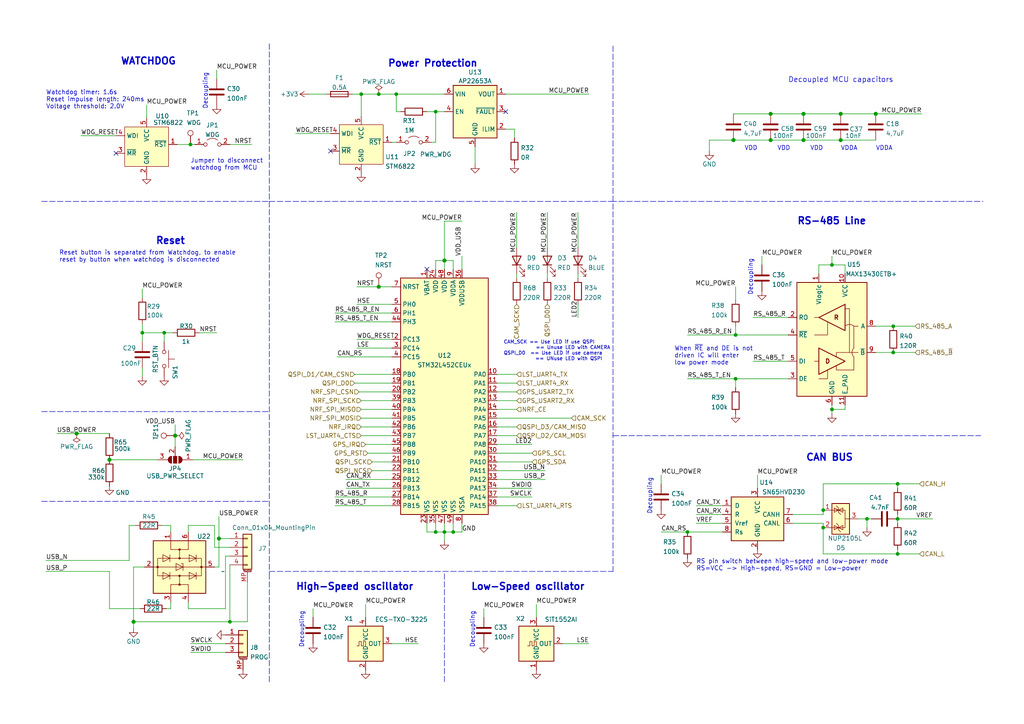
<source format=kicad_sch>
(kicad_sch (version 20211123) (generator eeschema)

  (uuid c99b1bac-5015-436e-be77-1f69903b02de)

  (paper "A4")

  (lib_symbols
    (symbol "Connector:TestPoint" (pin_numbers hide) (pin_names (offset 0.762) hide) (in_bom yes) (on_board yes)
      (property "Reference" "TP" (id 0) (at 0 6.858 0)
        (effects (font (size 1.27 1.27)))
      )
      (property "Value" "TestPoint" (id 1) (at 0 5.08 0)
        (effects (font (size 1.27 1.27)))
      )
      (property "Footprint" "" (id 2) (at 5.08 0 0)
        (effects (font (size 1.27 1.27)) hide)
      )
      (property "Datasheet" "~" (id 3) (at 5.08 0 0)
        (effects (font (size 1.27 1.27)) hide)
      )
      (property "ki_keywords" "test point tp" (id 4) (at 0 0 0)
        (effects (font (size 1.27 1.27)) hide)
      )
      (property "ki_description" "test point" (id 5) (at 0 0 0)
        (effects (font (size 1.27 1.27)) hide)
      )
      (property "ki_fp_filters" "Pin* Test*" (id 6) (at 0 0 0)
        (effects (font (size 1.27 1.27)) hide)
      )
      (symbol "TestPoint_0_1"
        (circle (center 0 3.302) (radius 0.762)
          (stroke (width 0) (type default) (color 0 0 0 0))
          (fill (type none))
        )
      )
      (symbol "TestPoint_1_1"
        (pin passive line (at 0 0 90) (length 2.54)
          (name "1" (effects (font (size 1.27 1.27))))
          (number "1" (effects (font (size 1.27 1.27))))
        )
      )
    )
    (symbol "Connector_Generic_MountingPin:Conn_01x03_MountingPin" (pin_names (offset 1.016) hide) (in_bom yes) (on_board yes)
      (property "Reference" "J" (id 0) (at 0 5.08 0)
        (effects (font (size 1.27 1.27)))
      )
      (property "Value" "Conn_01x03_MountingPin" (id 1) (at 1.27 -5.08 0)
        (effects (font (size 1.27 1.27)) (justify left))
      )
      (property "Footprint" "" (id 2) (at 0 0 0)
        (effects (font (size 1.27 1.27)) hide)
      )
      (property "Datasheet" "~" (id 3) (at 0 0 0)
        (effects (font (size 1.27 1.27)) hide)
      )
      (property "ki_keywords" "connector" (id 4) (at 0 0 0)
        (effects (font (size 1.27 1.27)) hide)
      )
      (property "ki_description" "Generic connectable mounting pin connector, single row, 01x03, script generated (kicad-library-utils/schlib/autogen/connector/)" (id 5) (at 0 0 0)
        (effects (font (size 1.27 1.27)) hide)
      )
      (property "ki_fp_filters" "Connector*:*_1x??-1MP*" (id 6) (at 0 0 0)
        (effects (font (size 1.27 1.27)) hide)
      )
      (symbol "Conn_01x03_MountingPin_1_1"
        (rectangle (start -1.27 -2.413) (end 0 -2.667)
          (stroke (width 0.1524) (type default) (color 0 0 0 0))
          (fill (type none))
        )
        (rectangle (start -1.27 0.127) (end 0 -0.127)
          (stroke (width 0.1524) (type default) (color 0 0 0 0))
          (fill (type none))
        )
        (rectangle (start -1.27 2.667) (end 0 2.413)
          (stroke (width 0.1524) (type default) (color 0 0 0 0))
          (fill (type none))
        )
        (rectangle (start -1.27 3.81) (end 1.27 -3.81)
          (stroke (width 0.254) (type default) (color 0 0 0 0))
          (fill (type background))
        )
        (polyline
          (pts
            (xy -1.016 -4.572)
            (xy 1.016 -4.572)
          )
          (stroke (width 0.1524) (type default) (color 0 0 0 0))
          (fill (type none))
        )
        (text "Mounting" (at 0 -4.191 0)
          (effects (font (size 0.381 0.381)))
        )
        (pin passive line (at -5.08 2.54 0) (length 3.81)
          (name "Pin_1" (effects (font (size 1.27 1.27))))
          (number "1" (effects (font (size 1.27 1.27))))
        )
        (pin passive line (at -5.08 0 0) (length 3.81)
          (name "Pin_2" (effects (font (size 1.27 1.27))))
          (number "2" (effects (font (size 1.27 1.27))))
        )
        (pin passive line (at -5.08 -2.54 0) (length 3.81)
          (name "Pin_3" (effects (font (size 1.27 1.27))))
          (number "3" (effects (font (size 1.27 1.27))))
        )
        (pin passive line (at 0 -7.62 90) (length 3.048)
          (name "MountPin" (effects (font (size 1.27 1.27))))
          (number "MP" (effects (font (size 1.27 1.27))))
        )
      )
    )
    (symbol "Connector_Generic_MountingPin:Conn_01x04_MountingPin" (pin_names (offset 1.016) hide) (in_bom yes) (on_board yes)
      (property "Reference" "J" (id 0) (at 0 5.08 0)
        (effects (font (size 1.27 1.27)))
      )
      (property "Value" "Conn_01x04_MountingPin" (id 1) (at 1.27 -7.62 0)
        (effects (font (size 1.27 1.27)) (justify left))
      )
      (property "Footprint" "" (id 2) (at 0 0 0)
        (effects (font (size 1.27 1.27)) hide)
      )
      (property "Datasheet" "~" (id 3) (at 0 0 0)
        (effects (font (size 1.27 1.27)) hide)
      )
      (property "ki_keywords" "connector" (id 4) (at 0 0 0)
        (effects (font (size 1.27 1.27)) hide)
      )
      (property "ki_description" "Generic connectable mounting pin connector, single row, 01x04, script generated (kicad-library-utils/schlib/autogen/connector/)" (id 5) (at 0 0 0)
        (effects (font (size 1.27 1.27)) hide)
      )
      (property "ki_fp_filters" "Connector*:*_1x??-1MP*" (id 6) (at 0 0 0)
        (effects (font (size 1.27 1.27)) hide)
      )
      (symbol "Conn_01x04_MountingPin_1_1"
        (rectangle (start -1.27 -4.953) (end 0 -5.207)
          (stroke (width 0.1524) (type default) (color 0 0 0 0))
          (fill (type none))
        )
        (rectangle (start -1.27 -2.413) (end 0 -2.667)
          (stroke (width 0.1524) (type default) (color 0 0 0 0))
          (fill (type none))
        )
        (rectangle (start -1.27 0.127) (end 0 -0.127)
          (stroke (width 0.1524) (type default) (color 0 0 0 0))
          (fill (type none))
        )
        (rectangle (start -1.27 2.667) (end 0 2.413)
          (stroke (width 0.1524) (type default) (color 0 0 0 0))
          (fill (type none))
        )
        (rectangle (start -1.27 3.81) (end 1.27 -6.35)
          (stroke (width 0.254) (type default) (color 0 0 0 0))
          (fill (type background))
        )
        (polyline
          (pts
            (xy -1.016 -7.112)
            (xy 1.016 -7.112)
          )
          (stroke (width 0.1524) (type default) (color 0 0 0 0))
          (fill (type none))
        )
        (text "Mounting" (at 0 -6.731 0)
          (effects (font (size 0.381 0.381)))
        )
        (pin passive line (at -5.08 2.54 0) (length 3.81)
          (name "Pin_1" (effects (font (size 1.27 1.27))))
          (number "1" (effects (font (size 1.27 1.27))))
        )
        (pin passive line (at -5.08 0 0) (length 3.81)
          (name "Pin_2" (effects (font (size 1.27 1.27))))
          (number "2" (effects (font (size 1.27 1.27))))
        )
        (pin passive line (at -5.08 -2.54 0) (length 3.81)
          (name "Pin_3" (effects (font (size 1.27 1.27))))
          (number "3" (effects (font (size 1.27 1.27))))
        )
        (pin passive line (at -5.08 -5.08 0) (length 3.81)
          (name "Pin_4" (effects (font (size 1.27 1.27))))
          (number "4" (effects (font (size 1.27 1.27))))
        )
        (pin passive line (at 0 -10.16 90) (length 3.048)
          (name "MountPin" (effects (font (size 1.27 1.27))))
          (number "MP" (effects (font (size 1.27 1.27))))
        )
      )
    )
    (symbol "Device:C" (pin_numbers hide) (pin_names (offset 0.254)) (in_bom yes) (on_board yes)
      (property "Reference" "C" (id 0) (at 0.635 2.54 0)
        (effects (font (size 1.27 1.27)) (justify left))
      )
      (property "Value" "C" (id 1) (at 0.635 -2.54 0)
        (effects (font (size 1.27 1.27)) (justify left))
      )
      (property "Footprint" "" (id 2) (at 0.9652 -3.81 0)
        (effects (font (size 1.27 1.27)) hide)
      )
      (property "Datasheet" "~" (id 3) (at 0 0 0)
        (effects (font (size 1.27 1.27)) hide)
      )
      (property "ki_keywords" "cap capacitor" (id 4) (at 0 0 0)
        (effects (font (size 1.27 1.27)) hide)
      )
      (property "ki_description" "Unpolarized capacitor" (id 5) (at 0 0 0)
        (effects (font (size 1.27 1.27)) hide)
      )
      (property "ki_fp_filters" "C_*" (id 6) (at 0 0 0)
        (effects (font (size 1.27 1.27)) hide)
      )
      (symbol "C_0_1"
        (polyline
          (pts
            (xy -2.032 -0.762)
            (xy 2.032 -0.762)
          )
          (stroke (width 0.508) (type default) (color 0 0 0 0))
          (fill (type none))
        )
        (polyline
          (pts
            (xy -2.032 0.762)
            (xy 2.032 0.762)
          )
          (stroke (width 0.508) (type default) (color 0 0 0 0))
          (fill (type none))
        )
      )
      (symbol "C_1_1"
        (pin passive line (at 0 3.81 270) (length 2.794)
          (name "~" (effects (font (size 1.27 1.27))))
          (number "1" (effects (font (size 1.27 1.27))))
        )
        (pin passive line (at 0 -3.81 90) (length 2.794)
          (name "~" (effects (font (size 1.27 1.27))))
          (number "2" (effects (font (size 1.27 1.27))))
        )
      )
    )
    (symbol "Device:Fuse" (pin_numbers hide) (pin_names (offset 0)) (in_bom yes) (on_board yes)
      (property "Reference" "F" (id 0) (at 2.032 0 90)
        (effects (font (size 1.27 1.27)))
      )
      (property "Value" "Fuse" (id 1) (at -1.905 0 90)
        (effects (font (size 1.27 1.27)))
      )
      (property "Footprint" "" (id 2) (at -1.778 0 90)
        (effects (font (size 1.27 1.27)) hide)
      )
      (property "Datasheet" "~" (id 3) (at 0 0 0)
        (effects (font (size 1.27 1.27)) hide)
      )
      (property "ki_keywords" "fuse" (id 4) (at 0 0 0)
        (effects (font (size 1.27 1.27)) hide)
      )
      (property "ki_description" "Fuse" (id 5) (at 0 0 0)
        (effects (font (size 1.27 1.27)) hide)
      )
      (property "ki_fp_filters" "*Fuse*" (id 6) (at 0 0 0)
        (effects (font (size 1.27 1.27)) hide)
      )
      (symbol "Fuse_0_1"
        (rectangle (start -0.762 -2.54) (end 0.762 2.54)
          (stroke (width 0.254) (type default) (color 0 0 0 0))
          (fill (type none))
        )
        (polyline
          (pts
            (xy 0 2.54)
            (xy 0 -2.54)
          )
          (stroke (width 0) (type default) (color 0 0 0 0))
          (fill (type none))
        )
      )
      (symbol "Fuse_1_1"
        (pin passive line (at 0 3.81 270) (length 1.27)
          (name "~" (effects (font (size 1.27 1.27))))
          (number "1" (effects (font (size 1.27 1.27))))
        )
        (pin passive line (at 0 -3.81 90) (length 1.27)
          (name "~" (effects (font (size 1.27 1.27))))
          (number "2" (effects (font (size 1.27 1.27))))
        )
      )
    )
    (symbol "Device:LED" (pin_numbers hide) (pin_names (offset 1.016) hide) (in_bom yes) (on_board yes)
      (property "Reference" "D" (id 0) (at 0 2.54 0)
        (effects (font (size 1.27 1.27)))
      )
      (property "Value" "LED" (id 1) (at 0 -2.54 0)
        (effects (font (size 1.27 1.27)))
      )
      (property "Footprint" "" (id 2) (at 0 0 0)
        (effects (font (size 1.27 1.27)) hide)
      )
      (property "Datasheet" "~" (id 3) (at 0 0 0)
        (effects (font (size 1.27 1.27)) hide)
      )
      (property "ki_keywords" "LED diode" (id 4) (at 0 0 0)
        (effects (font (size 1.27 1.27)) hide)
      )
      (property "ki_description" "Light emitting diode" (id 5) (at 0 0 0)
        (effects (font (size 1.27 1.27)) hide)
      )
      (property "ki_fp_filters" "LED* LED_SMD:* LED_THT:*" (id 6) (at 0 0 0)
        (effects (font (size 1.27 1.27)) hide)
      )
      (symbol "LED_0_1"
        (polyline
          (pts
            (xy -1.27 -1.27)
            (xy -1.27 1.27)
          )
          (stroke (width 0.254) (type default) (color 0 0 0 0))
          (fill (type none))
        )
        (polyline
          (pts
            (xy -1.27 0)
            (xy 1.27 0)
          )
          (stroke (width 0) (type default) (color 0 0 0 0))
          (fill (type none))
        )
        (polyline
          (pts
            (xy 1.27 -1.27)
            (xy 1.27 1.27)
            (xy -1.27 0)
            (xy 1.27 -1.27)
          )
          (stroke (width 0.254) (type default) (color 0 0 0 0))
          (fill (type none))
        )
        (polyline
          (pts
            (xy -3.048 -0.762)
            (xy -4.572 -2.286)
            (xy -3.81 -2.286)
            (xy -4.572 -2.286)
            (xy -4.572 -1.524)
          )
          (stroke (width 0) (type default) (color 0 0 0 0))
          (fill (type none))
        )
        (polyline
          (pts
            (xy -1.778 -0.762)
            (xy -3.302 -2.286)
            (xy -2.54 -2.286)
            (xy -3.302 -2.286)
            (xy -3.302 -1.524)
          )
          (stroke (width 0) (type default) (color 0 0 0 0))
          (fill (type none))
        )
      )
      (symbol "LED_1_1"
        (pin passive line (at -3.81 0 0) (length 2.54)
          (name "K" (effects (font (size 1.27 1.27))))
          (number "1" (effects (font (size 1.27 1.27))))
        )
        (pin passive line (at 3.81 0 180) (length 2.54)
          (name "A" (effects (font (size 1.27 1.27))))
          (number "2" (effects (font (size 1.27 1.27))))
        )
      )
    )
    (symbol "Device:R" (pin_numbers hide) (pin_names (offset 0)) (in_bom yes) (on_board yes)
      (property "Reference" "R" (id 0) (at 2.032 0 90)
        (effects (font (size 1.27 1.27)))
      )
      (property "Value" "R" (id 1) (at 0 0 90)
        (effects (font (size 1.27 1.27)))
      )
      (property "Footprint" "" (id 2) (at -1.778 0 90)
        (effects (font (size 1.27 1.27)) hide)
      )
      (property "Datasheet" "~" (id 3) (at 0 0 0)
        (effects (font (size 1.27 1.27)) hide)
      )
      (property "ki_keywords" "R res resistor" (id 4) (at 0 0 0)
        (effects (font (size 1.27 1.27)) hide)
      )
      (property "ki_description" "Resistor" (id 5) (at 0 0 0)
        (effects (font (size 1.27 1.27)) hide)
      )
      (property "ki_fp_filters" "R_*" (id 6) (at 0 0 0)
        (effects (font (size 1.27 1.27)) hide)
      )
      (symbol "R_0_1"
        (rectangle (start -1.016 -2.54) (end 1.016 2.54)
          (stroke (width 0.254) (type default) (color 0 0 0 0))
          (fill (type none))
        )
      )
      (symbol "R_1_1"
        (pin passive line (at 0 3.81 270) (length 1.27)
          (name "~" (effects (font (size 1.27 1.27))))
          (number "1" (effects (font (size 1.27 1.27))))
        )
        (pin passive line (at 0 -3.81 90) (length 1.27)
          (name "~" (effects (font (size 1.27 1.27))))
          (number "2" (effects (font (size 1.27 1.27))))
        )
      )
    )
    (symbol "Interface_CAN_LIN:SN65HVD230" (pin_names (offset 1.016)) (in_bom yes) (on_board yes)
      (property "Reference" "U" (id 0) (at -2.54 10.16 0)
        (effects (font (size 1.27 1.27)) (justify right))
      )
      (property "Value" "SN65HVD230" (id 1) (at -2.54 7.62 0)
        (effects (font (size 1.27 1.27)) (justify right))
      )
      (property "Footprint" "Package_SO:SOIC-8_3.9x4.9mm_P1.27mm" (id 2) (at 0 -12.7 0)
        (effects (font (size 1.27 1.27)) hide)
      )
      (property "Datasheet" "http://www.ti.com/lit/ds/symlink/sn65hvd230.pdf" (id 3) (at -2.54 10.16 0)
        (effects (font (size 1.27 1.27)) hide)
      )
      (property "ki_keywords" "can transeiver ti low-power" (id 4) (at 0 0 0)
        (effects (font (size 1.27 1.27)) hide)
      )
      (property "ki_description" "CAN Bus Transceivers, 3.3V, 1Mbps, Low-Power capabilities, SOIC-8" (id 5) (at 0 0 0)
        (effects (font (size 1.27 1.27)) hide)
      )
      (property "ki_fp_filters" "SOIC*3.9x4.9mm*P1.27mm*" (id 6) (at 0 0 0)
        (effects (font (size 1.27 1.27)) hide)
      )
      (symbol "SN65HVD230_0_1"
        (rectangle (start -7.62 5.08) (end 7.62 -7.62)
          (stroke (width 0.254) (type default) (color 0 0 0 0))
          (fill (type background))
        )
      )
      (symbol "SN65HVD230_1_1"
        (pin input line (at -10.16 2.54 0) (length 2.54)
          (name "D" (effects (font (size 1.27 1.27))))
          (number "1" (effects (font (size 1.27 1.27))))
        )
        (pin power_in line (at 0 -10.16 90) (length 2.54)
          (name "GND" (effects (font (size 1.27 1.27))))
          (number "2" (effects (font (size 1.27 1.27))))
        )
        (pin power_in line (at 0 7.62 270) (length 2.54)
          (name "VCC" (effects (font (size 1.27 1.27))))
          (number "3" (effects (font (size 1.27 1.27))))
        )
        (pin output line (at -10.16 0 0) (length 2.54)
          (name "R" (effects (font (size 1.27 1.27))))
          (number "4" (effects (font (size 1.27 1.27))))
        )
        (pin output line (at -10.16 -2.54 0) (length 2.54)
          (name "Vref" (effects (font (size 1.27 1.27))))
          (number "5" (effects (font (size 1.27 1.27))))
        )
        (pin bidirectional line (at 10.16 -2.54 180) (length 2.54)
          (name "CANL" (effects (font (size 1.27 1.27))))
          (number "6" (effects (font (size 1.27 1.27))))
        )
        (pin bidirectional line (at 10.16 0 180) (length 2.54)
          (name "CANH" (effects (font (size 1.27 1.27))))
          (number "7" (effects (font (size 1.27 1.27))))
        )
        (pin input line (at -10.16 -5.08 0) (length 2.54)
          (name "Rs" (effects (font (size 1.27 1.27))))
          (number "8" (effects (font (size 1.27 1.27))))
        )
      )
    )
    (symbol "Jumper:Jumper_2_Open" (pin_names (offset 0) hide) (in_bom yes) (on_board yes)
      (property "Reference" "JP" (id 0) (at 0 2.794 0)
        (effects (font (size 1.27 1.27)))
      )
      (property "Value" "Jumper_2_Open" (id 1) (at 0 -2.286 0)
        (effects (font (size 1.27 1.27)))
      )
      (property "Footprint" "" (id 2) (at 0 0 0)
        (effects (font (size 1.27 1.27)) hide)
      )
      (property "Datasheet" "~" (id 3) (at 0 0 0)
        (effects (font (size 1.27 1.27)) hide)
      )
      (property "ki_keywords" "Jumper SPST" (id 4) (at 0 0 0)
        (effects (font (size 1.27 1.27)) hide)
      )
      (property "ki_description" "Jumper, 2-pole, open" (id 5) (at 0 0 0)
        (effects (font (size 1.27 1.27)) hide)
      )
      (property "ki_fp_filters" "Jumper* TestPoint*2Pads* TestPoint*Bridge*" (id 6) (at 0 0 0)
        (effects (font (size 1.27 1.27)) hide)
      )
      (symbol "Jumper_2_Open_0_0"
        (circle (center -2.032 0) (radius 0.508)
          (stroke (width 0) (type default) (color 0 0 0 0))
          (fill (type none))
        )
        (circle (center 2.032 0) (radius 0.508)
          (stroke (width 0) (type default) (color 0 0 0 0))
          (fill (type none))
        )
      )
      (symbol "Jumper_2_Open_0_1"
        (arc (start 1.524 1.27) (mid 0 1.778) (end -1.524 1.27)
          (stroke (width 0) (type default) (color 0 0 0 0))
          (fill (type none))
        )
      )
      (symbol "Jumper_2_Open_1_1"
        (pin passive line (at -5.08 0 0) (length 2.54)
          (name "A" (effects (font (size 1.27 1.27))))
          (number "1" (effects (font (size 1.27 1.27))))
        )
        (pin passive line (at 5.08 0 180) (length 2.54)
          (name "B" (effects (font (size 1.27 1.27))))
          (number "2" (effects (font (size 1.27 1.27))))
        )
      )
    )
    (symbol "Jumper:SolderJumper_3_Open" (pin_names (offset 0) hide) (in_bom yes) (on_board yes)
      (property "Reference" "JP" (id 0) (at -2.54 -2.54 0)
        (effects (font (size 1.27 1.27)))
      )
      (property "Value" "SolderJumper_3_Open" (id 1) (at 0 2.794 0)
        (effects (font (size 1.27 1.27)))
      )
      (property "Footprint" "" (id 2) (at 0 0 0)
        (effects (font (size 1.27 1.27)) hide)
      )
      (property "Datasheet" "~" (id 3) (at 0 0 0)
        (effects (font (size 1.27 1.27)) hide)
      )
      (property "ki_keywords" "Solder Jumper SPDT" (id 4) (at 0 0 0)
        (effects (font (size 1.27 1.27)) hide)
      )
      (property "ki_description" "Solder Jumper, 3-pole, open" (id 5) (at 0 0 0)
        (effects (font (size 1.27 1.27)) hide)
      )
      (property "ki_fp_filters" "SolderJumper*Open*" (id 6) (at 0 0 0)
        (effects (font (size 1.27 1.27)) hide)
      )
      (symbol "SolderJumper_3_Open_0_1"
        (arc (start -1.016 1.016) (mid -2.032 0) (end -1.016 -1.016)
          (stroke (width 0) (type default) (color 0 0 0 0))
          (fill (type none))
        )
        (arc (start -1.016 1.016) (mid -2.032 0) (end -1.016 -1.016)
          (stroke (width 0) (type default) (color 0 0 0 0))
          (fill (type outline))
        )
        (rectangle (start -0.508 1.016) (end 0.508 -1.016)
          (stroke (width 0) (type default) (color 0 0 0 0))
          (fill (type outline))
        )
        (polyline
          (pts
            (xy -2.54 0)
            (xy -2.032 0)
          )
          (stroke (width 0) (type default) (color 0 0 0 0))
          (fill (type none))
        )
        (polyline
          (pts
            (xy -1.016 1.016)
            (xy -1.016 -1.016)
          )
          (stroke (width 0) (type default) (color 0 0 0 0))
          (fill (type none))
        )
        (polyline
          (pts
            (xy 0 -1.27)
            (xy 0 -1.016)
          )
          (stroke (width 0) (type default) (color 0 0 0 0))
          (fill (type none))
        )
        (polyline
          (pts
            (xy 1.016 1.016)
            (xy 1.016 -1.016)
          )
          (stroke (width 0) (type default) (color 0 0 0 0))
          (fill (type none))
        )
        (polyline
          (pts
            (xy 2.54 0)
            (xy 2.032 0)
          )
          (stroke (width 0) (type default) (color 0 0 0 0))
          (fill (type none))
        )
        (arc (start 1.016 -1.016) (mid 2.032 0) (end 1.016 1.016)
          (stroke (width 0) (type default) (color 0 0 0 0))
          (fill (type none))
        )
        (arc (start 1.016 -1.016) (mid 2.032 0) (end 1.016 1.016)
          (stroke (width 0) (type default) (color 0 0 0 0))
          (fill (type outline))
        )
      )
      (symbol "SolderJumper_3_Open_1_1"
        (pin passive line (at -5.08 0 0) (length 2.54)
          (name "A" (effects (font (size 1.27 1.27))))
          (number "1" (effects (font (size 1.27 1.27))))
        )
        (pin input line (at 0 -3.81 90) (length 2.54)
          (name "C" (effects (font (size 1.27 1.27))))
          (number "2" (effects (font (size 1.27 1.27))))
        )
        (pin passive line (at 5.08 0 180) (length 2.54)
          (name "B" (effects (font (size 1.27 1.27))))
          (number "3" (effects (font (size 1.27 1.27))))
        )
      )
    )
    (symbol "MCU_ST_STM32L4:STM32L452CEUx" (in_bom yes) (on_board yes)
      (property "Reference" "U" (id 0) (at -12.7 34.29 0)
        (effects (font (size 1.27 1.27)) (justify left))
      )
      (property "Value" "STM32L452CEUx" (id 1) (at 7.62 34.29 0)
        (effects (font (size 1.27 1.27)) (justify left))
      )
      (property "Footprint" "Package_DFN_QFN:QFN-48-1EP_7x7mm_P0.5mm_EP5.6x5.6mm" (id 2) (at -12.7 -35.56 0)
        (effects (font (size 1.27 1.27)) (justify right) hide)
      )
      (property "Datasheet" "http://www.st.com/st-web-ui/static/active/en/resource/technical/document/datasheet/DM00340549.pdf" (id 3) (at 0 0 0)
        (effects (font (size 1.27 1.27)) hide)
      )
      (property "ki_keywords" "ARM Cortex-M4 STM32L4 STM32L4x2" (id 4) (at 0 0 0)
        (effects (font (size 1.27 1.27)) hide)
      )
      (property "ki_description" "ARM Cortex-M4 MCU, 512KB flash, 160KB RAM, 80MHz, 1.71-3.6V, 38 GPIO, UFQFPN-48" (id 5) (at 0 0 0)
        (effects (font (size 1.27 1.27)) hide)
      )
      (property "ki_fp_filters" "QFN*1EP*7x7mm*P0.5mm*" (id 6) (at 0 0 0)
        (effects (font (size 1.27 1.27)) hide)
      )
      (symbol "STM32L452CEUx_0_1"
        (rectangle (start -12.7 -35.56) (end 12.7 33.02)
          (stroke (width 0.254) (type default) (color 0 0 0 0))
          (fill (type background))
        )
      )
      (symbol "STM32L452CEUx_1_1"
        (pin power_in line (at -5.08 35.56 270) (length 2.54)
          (name "VBAT" (effects (font (size 1.27 1.27))))
          (number "1" (effects (font (size 1.27 1.27))))
        )
        (pin bidirectional line (at 15.24 5.08 180) (length 2.54)
          (name "PA0" (effects (font (size 1.27 1.27))))
          (number "10" (effects (font (size 1.27 1.27))))
        )
        (pin bidirectional line (at 15.24 2.54 180) (length 2.54)
          (name "PA1" (effects (font (size 1.27 1.27))))
          (number "11" (effects (font (size 1.27 1.27))))
        )
        (pin bidirectional line (at 15.24 0 180) (length 2.54)
          (name "PA2" (effects (font (size 1.27 1.27))))
          (number "12" (effects (font (size 1.27 1.27))))
        )
        (pin bidirectional line (at 15.24 -2.54 180) (length 2.54)
          (name "PA3" (effects (font (size 1.27 1.27))))
          (number "13" (effects (font (size 1.27 1.27))))
        )
        (pin bidirectional line (at 15.24 -5.08 180) (length 2.54)
          (name "PA4" (effects (font (size 1.27 1.27))))
          (number "14" (effects (font (size 1.27 1.27))))
        )
        (pin bidirectional line (at 15.24 -7.62 180) (length 2.54)
          (name "PA5" (effects (font (size 1.27 1.27))))
          (number "15" (effects (font (size 1.27 1.27))))
        )
        (pin bidirectional line (at 15.24 -10.16 180) (length 2.54)
          (name "PA6" (effects (font (size 1.27 1.27))))
          (number "16" (effects (font (size 1.27 1.27))))
        )
        (pin bidirectional line (at 15.24 -12.7 180) (length 2.54)
          (name "PA7" (effects (font (size 1.27 1.27))))
          (number "17" (effects (font (size 1.27 1.27))))
        )
        (pin bidirectional line (at -15.24 5.08 0) (length 2.54)
          (name "PB0" (effects (font (size 1.27 1.27))))
          (number "18" (effects (font (size 1.27 1.27))))
        )
        (pin bidirectional line (at -15.24 2.54 0) (length 2.54)
          (name "PB1" (effects (font (size 1.27 1.27))))
          (number "19" (effects (font (size 1.27 1.27))))
        )
        (pin bidirectional line (at -15.24 15.24 0) (length 2.54)
          (name "PC13" (effects (font (size 1.27 1.27))))
          (number "2" (effects (font (size 1.27 1.27))))
        )
        (pin bidirectional line (at -15.24 0 0) (length 2.54)
          (name "PB2" (effects (font (size 1.27 1.27))))
          (number "20" (effects (font (size 1.27 1.27))))
        )
        (pin bidirectional line (at -15.24 -20.32 0) (length 2.54)
          (name "PB10" (effects (font (size 1.27 1.27))))
          (number "21" (effects (font (size 1.27 1.27))))
        )
        (pin bidirectional line (at -15.24 -22.86 0) (length 2.54)
          (name "PB11" (effects (font (size 1.27 1.27))))
          (number "22" (effects (font (size 1.27 1.27))))
        )
        (pin power_in line (at -5.08 -38.1 90) (length 2.54)
          (name "VSS" (effects (font (size 1.27 1.27))))
          (number "23" (effects (font (size 1.27 1.27))))
        )
        (pin power_in line (at -2.54 35.56 270) (length 2.54)
          (name "VDD" (effects (font (size 1.27 1.27))))
          (number "24" (effects (font (size 1.27 1.27))))
        )
        (pin bidirectional line (at -15.24 -25.4 0) (length 2.54)
          (name "PB12" (effects (font (size 1.27 1.27))))
          (number "25" (effects (font (size 1.27 1.27))))
        )
        (pin bidirectional line (at -15.24 -27.94 0) (length 2.54)
          (name "PB13" (effects (font (size 1.27 1.27))))
          (number "26" (effects (font (size 1.27 1.27))))
        )
        (pin bidirectional line (at -15.24 -30.48 0) (length 2.54)
          (name "PB14" (effects (font (size 1.27 1.27))))
          (number "27" (effects (font (size 1.27 1.27))))
        )
        (pin bidirectional line (at -15.24 -33.02 0) (length 2.54)
          (name "PB15" (effects (font (size 1.27 1.27))))
          (number "28" (effects (font (size 1.27 1.27))))
        )
        (pin bidirectional line (at 15.24 -15.24 180) (length 2.54)
          (name "PA8" (effects (font (size 1.27 1.27))))
          (number "29" (effects (font (size 1.27 1.27))))
        )
        (pin bidirectional line (at -15.24 12.7 0) (length 2.54)
          (name "PC14" (effects (font (size 1.27 1.27))))
          (number "3" (effects (font (size 1.27 1.27))))
        )
        (pin bidirectional line (at 15.24 -17.78 180) (length 2.54)
          (name "PA9" (effects (font (size 1.27 1.27))))
          (number "30" (effects (font (size 1.27 1.27))))
        )
        (pin bidirectional line (at 15.24 -20.32 180) (length 2.54)
          (name "PA10" (effects (font (size 1.27 1.27))))
          (number "31" (effects (font (size 1.27 1.27))))
        )
        (pin bidirectional line (at 15.24 -22.86 180) (length 2.54)
          (name "PA11" (effects (font (size 1.27 1.27))))
          (number "32" (effects (font (size 1.27 1.27))))
        )
        (pin bidirectional line (at 15.24 -25.4 180) (length 2.54)
          (name "PA12" (effects (font (size 1.27 1.27))))
          (number "33" (effects (font (size 1.27 1.27))))
        )
        (pin bidirectional line (at 15.24 -27.94 180) (length 2.54)
          (name "PA13" (effects (font (size 1.27 1.27))))
          (number "34" (effects (font (size 1.27 1.27))))
        )
        (pin power_in line (at -2.54 -38.1 90) (length 2.54)
          (name "VSS" (effects (font (size 1.27 1.27))))
          (number "35" (effects (font (size 1.27 1.27))))
        )
        (pin power_in line (at 5.08 35.56 270) (length 2.54)
          (name "VDDUSB" (effects (font (size 1.27 1.27))))
          (number "36" (effects (font (size 1.27 1.27))))
        )
        (pin bidirectional line (at 15.24 -30.48 180) (length 2.54)
          (name "PA14" (effects (font (size 1.27 1.27))))
          (number "37" (effects (font (size 1.27 1.27))))
        )
        (pin bidirectional line (at 15.24 -33.02 180) (length 2.54)
          (name "PA15" (effects (font (size 1.27 1.27))))
          (number "38" (effects (font (size 1.27 1.27))))
        )
        (pin bidirectional line (at -15.24 -2.54 0) (length 2.54)
          (name "PB3" (effects (font (size 1.27 1.27))))
          (number "39" (effects (font (size 1.27 1.27))))
        )
        (pin bidirectional line (at -15.24 10.16 0) (length 2.54)
          (name "PC15" (effects (font (size 1.27 1.27))))
          (number "4" (effects (font (size 1.27 1.27))))
        )
        (pin bidirectional line (at -15.24 -5.08 0) (length 2.54)
          (name "PB4" (effects (font (size 1.27 1.27))))
          (number "40" (effects (font (size 1.27 1.27))))
        )
        (pin bidirectional line (at -15.24 -7.62 0) (length 2.54)
          (name "PB5" (effects (font (size 1.27 1.27))))
          (number "41" (effects (font (size 1.27 1.27))))
        )
        (pin bidirectional line (at -15.24 -10.16 0) (length 2.54)
          (name "PB6" (effects (font (size 1.27 1.27))))
          (number "42" (effects (font (size 1.27 1.27))))
        )
        (pin bidirectional line (at -15.24 -12.7 0) (length 2.54)
          (name "PB7" (effects (font (size 1.27 1.27))))
          (number "43" (effects (font (size 1.27 1.27))))
        )
        (pin bidirectional line (at -15.24 20.32 0) (length 2.54)
          (name "PH3" (effects (font (size 1.27 1.27))))
          (number "44" (effects (font (size 1.27 1.27))))
        )
        (pin bidirectional line (at -15.24 -15.24 0) (length 2.54)
          (name "PB8" (effects (font (size 1.27 1.27))))
          (number "45" (effects (font (size 1.27 1.27))))
        )
        (pin bidirectional line (at -15.24 -17.78 0) (length 2.54)
          (name "PB9" (effects (font (size 1.27 1.27))))
          (number "46" (effects (font (size 1.27 1.27))))
        )
        (pin power_in line (at 0 -38.1 90) (length 2.54)
          (name "VSS" (effects (font (size 1.27 1.27))))
          (number "47" (effects (font (size 1.27 1.27))))
        )
        (pin power_in line (at 0 35.56 270) (length 2.54)
          (name "VDD" (effects (font (size 1.27 1.27))))
          (number "48" (effects (font (size 1.27 1.27))))
        )
        (pin power_in line (at 2.54 -38.1 90) (length 2.54)
          (name "VSS" (effects (font (size 1.27 1.27))))
          (number "49" (effects (font (size 1.27 1.27))))
        )
        (pin input line (at -15.24 25.4 0) (length 2.54)
          (name "PH0" (effects (font (size 1.27 1.27))))
          (number "5" (effects (font (size 1.27 1.27))))
        )
        (pin input line (at -15.24 22.86 0) (length 2.54)
          (name "PH1" (effects (font (size 1.27 1.27))))
          (number "6" (effects (font (size 1.27 1.27))))
        )
        (pin input line (at -15.24 30.48 0) (length 2.54)
          (name "NRST" (effects (font (size 1.27 1.27))))
          (number "7" (effects (font (size 1.27 1.27))))
        )
        (pin power_in line (at 5.08 -38.1 90) (length 2.54)
          (name "VSSA" (effects (font (size 1.27 1.27))))
          (number "8" (effects (font (size 1.27 1.27))))
        )
        (pin power_in line (at 2.54 35.56 270) (length 2.54)
          (name "VDDA" (effects (font (size 1.27 1.27))))
          (number "9" (effects (font (size 1.27 1.27))))
        )
      )
    )
    (symbol "Power_Protection:NUP2105L" (pin_names hide) (in_bom yes) (on_board yes)
      (property "Reference" "D" (id 0) (at 5.715 2.54 0)
        (effects (font (size 1.27 1.27)) (justify left))
      )
      (property "Value" "NUP2105L" (id 1) (at 5.715 0.635 0)
        (effects (font (size 1.27 1.27)) (justify left))
      )
      (property "Footprint" "Package_TO_SOT_SMD:SOT-23" (id 2) (at 5.715 -1.27 0)
        (effects (font (size 1.27 1.27)) (justify left) hide)
      )
      (property "Datasheet" "http://www.onsemi.com/pub_link/Collateral/NUP2105L-D.PDF" (id 3) (at 3.175 3.175 0)
        (effects (font (size 1.27 1.27)) hide)
      )
      (property "ki_keywords" "can esd protection suppression transient" (id 4) (at 0 0 0)
        (effects (font (size 1.27 1.27)) hide)
      )
      (property "ki_description" "Dual Line CAN Bus Protector, 24Vrwm" (id 5) (at 0 0 0)
        (effects (font (size 1.27 1.27)) hide)
      )
      (property "ki_fp_filters" "SOT?23*" (id 6) (at 0 0 0)
        (effects (font (size 1.27 1.27)) hide)
      )
      (symbol "NUP2105L_0_0"
        (pin passive line (at 0 -5.08 90) (length 2.54)
          (name "A" (effects (font (size 1.27 1.27))))
          (number "3" (effects (font (size 1.27 1.27))))
        )
      )
      (symbol "NUP2105L_0_1"
        (rectangle (start -4.445 2.54) (end 4.445 -2.54)
          (stroke (width 0.254) (type default) (color 0 0 0 0))
          (fill (type background))
        )
        (polyline
          (pts
            (xy -2.54 2.54)
            (xy -2.54 0.635)
          )
          (stroke (width 0) (type default) (color 0 0 0 0))
          (fill (type none))
        )
        (polyline
          (pts
            (xy 0 -1.27)
            (xy 0 -2.54)
          )
          (stroke (width 0) (type default) (color 0 0 0 0))
          (fill (type none))
        )
        (polyline
          (pts
            (xy 2.54 2.54)
            (xy 2.54 0.635)
          )
          (stroke (width 0) (type default) (color 0 0 0 0))
          (fill (type none))
        )
        (polyline
          (pts
            (xy -3.81 1.27)
            (xy -3.175 0.635)
            (xy -1.905 0.635)
            (xy -1.27 0)
          )
          (stroke (width 0) (type default) (color 0 0 0 0))
          (fill (type none))
        )
        (polyline
          (pts
            (xy -2.54 0.635)
            (xy -2.54 -1.27)
            (xy 2.54 -1.27)
            (xy 2.54 0.635)
          )
          (stroke (width 0) (type default) (color 0 0 0 0))
          (fill (type none))
        )
        (polyline
          (pts
            (xy -2.54 0.635)
            (xy -1.905 -0.635)
            (xy -3.175 -0.635)
            (xy -2.54 0.635)
          )
          (stroke (width 0) (type default) (color 0 0 0 0))
          (fill (type none))
        )
        (polyline
          (pts
            (xy 2.54 0.635)
            (xy 1.905 -0.635)
            (xy 3.175 -0.635)
            (xy 2.54 0.635)
          )
          (stroke (width 0) (type default) (color 0 0 0 0))
          (fill (type none))
        )
        (polyline
          (pts
            (xy 2.54 0.635)
            (xy 3.175 1.905)
            (xy 1.905 1.905)
            (xy 2.54 0.635)
          )
          (stroke (width 0) (type default) (color 0 0 0 0))
          (fill (type none))
        )
        (polyline
          (pts
            (xy -2.54 0.635)
            (xy -3.175 1.905)
            (xy -1.905 1.905)
            (xy -2.54 0.635)
            (xy -2.54 1.27)
          )
          (stroke (width 0) (type default) (color 0 0 0 0))
          (fill (type none))
        )
        (polyline
          (pts
            (xy 1.27 1.27)
            (xy 1.905 0.635)
            (xy 2.54 0.635)
            (xy 3.175 0.635)
            (xy 3.81 0)
          )
          (stroke (width 0) (type default) (color 0 0 0 0))
          (fill (type none))
        )
      )
      (symbol "NUP2105L_1_1"
        (pin passive line (at -2.54 5.08 270) (length 2.54)
          (name "K" (effects (font (size 1.27 1.27))))
          (number "1" (effects (font (size 1.27 1.27))))
        )
        (pin passive line (at 2.54 5.08 270) (length 2.54)
          (name "K" (effects (font (size 1.27 1.27))))
          (number "2" (effects (font (size 1.27 1.27))))
        )
      )
    )
    (symbol "Power_Protection:USBLC6-2P6" (pin_names hide) (in_bom yes) (on_board yes)
      (property "Reference" "U" (id 0) (at 2.54 8.89 0)
        (effects (font (size 1.27 1.27)) (justify left))
      )
      (property "Value" "USBLC6-2P6" (id 1) (at 2.54 -8.89 0)
        (effects (font (size 1.27 1.27)) (justify left))
      )
      (property "Footprint" "Package_TO_SOT_SMD:SOT-666" (id 2) (at 0 -12.7 0)
        (effects (font (size 1.27 1.27)) hide)
      )
      (property "Datasheet" "https://www.st.com/resource/en/datasheet/usblc6-2.pdf" (id 3) (at 5.08 8.89 0)
        (effects (font (size 1.27 1.27)) hide)
      )
      (property "ki_keywords" "usb ethernet video" (id 4) (at 0 0 0)
        (effects (font (size 1.27 1.27)) hide)
      )
      (property "ki_description" "Very low capacitance ESD protection diode, 2 data-line, SOT-666" (id 5) (at 0 0 0)
        (effects (font (size 1.27 1.27)) hide)
      )
      (property "ki_fp_filters" "SOT?666*" (id 6) (at 0 0 0)
        (effects (font (size 1.27 1.27)) hide)
      )
      (symbol "USBLC6-2P6_0_1"
        (rectangle (start -7.62 -7.62) (end 7.62 7.62)
          (stroke (width 0.254) (type default) (color 0 0 0 0))
          (fill (type background))
        )
        (circle (center -5.08 0) (radius 0.254)
          (stroke (width 0) (type default) (color 0 0 0 0))
          (fill (type outline))
        )
        (circle (center -2.54 0) (radius 0.254)
          (stroke (width 0) (type default) (color 0 0 0 0))
          (fill (type outline))
        )
        (rectangle (start -2.54 6.35) (end 2.54 -6.35)
          (stroke (width 0) (type default) (color 0 0 0 0))
          (fill (type none))
        )
        (circle (center 0 -6.35) (radius 0.254)
          (stroke (width 0) (type default) (color 0 0 0 0))
          (fill (type outline))
        )
        (polyline
          (pts
            (xy -5.08 -2.54)
            (xy -7.62 -2.54)
          )
          (stroke (width 0) (type default) (color 0 0 0 0))
          (fill (type none))
        )
        (polyline
          (pts
            (xy -5.08 0)
            (xy -5.08 -2.54)
          )
          (stroke (width 0) (type default) (color 0 0 0 0))
          (fill (type none))
        )
        (polyline
          (pts
            (xy -5.08 2.54)
            (xy -7.62 2.54)
          )
          (stroke (width 0) (type default) (color 0 0 0 0))
          (fill (type none))
        )
        (polyline
          (pts
            (xy -1.524 -2.794)
            (xy -3.556 -2.794)
          )
          (stroke (width 0) (type default) (color 0 0 0 0))
          (fill (type none))
        )
        (polyline
          (pts
            (xy -1.524 4.826)
            (xy -3.556 4.826)
          )
          (stroke (width 0) (type default) (color 0 0 0 0))
          (fill (type none))
        )
        (polyline
          (pts
            (xy 0 -7.62)
            (xy 0 -6.35)
          )
          (stroke (width 0) (type default) (color 0 0 0 0))
          (fill (type none))
        )
        (polyline
          (pts
            (xy 0 -6.35)
            (xy 0 1.27)
          )
          (stroke (width 0) (type default) (color 0 0 0 0))
          (fill (type none))
        )
        (polyline
          (pts
            (xy 0 1.27)
            (xy 0 6.35)
          )
          (stroke (width 0) (type default) (color 0 0 0 0))
          (fill (type none))
        )
        (polyline
          (pts
            (xy 0 6.35)
            (xy 0 7.62)
          )
          (stroke (width 0) (type default) (color 0 0 0 0))
          (fill (type none))
        )
        (polyline
          (pts
            (xy 1.524 -2.794)
            (xy 3.556 -2.794)
          )
          (stroke (width 0) (type default) (color 0 0 0 0))
          (fill (type none))
        )
        (polyline
          (pts
            (xy 1.524 4.826)
            (xy 3.556 4.826)
          )
          (stroke (width 0) (type default) (color 0 0 0 0))
          (fill (type none))
        )
        (polyline
          (pts
            (xy 5.08 -2.54)
            (xy 7.62 -2.54)
          )
          (stroke (width 0) (type default) (color 0 0 0 0))
          (fill (type none))
        )
        (polyline
          (pts
            (xy 5.08 0)
            (xy 5.08 -2.54)
          )
          (stroke (width 0) (type default) (color 0 0 0 0))
          (fill (type none))
        )
        (polyline
          (pts
            (xy 5.08 2.54)
            (xy 7.62 2.54)
          )
          (stroke (width 0) (type default) (color 0 0 0 0))
          (fill (type none))
        )
        (polyline
          (pts
            (xy -2.54 0)
            (xy -5.08 0)
            (xy -5.08 2.54)
          )
          (stroke (width 0) (type default) (color 0 0 0 0))
          (fill (type none))
        )
        (polyline
          (pts
            (xy 2.54 0)
            (xy 5.08 0)
            (xy 5.08 2.54)
          )
          (stroke (width 0) (type default) (color 0 0 0 0))
          (fill (type none))
        )
        (polyline
          (pts
            (xy -3.556 -4.826)
            (xy -1.524 -4.826)
            (xy -2.54 -2.794)
            (xy -3.556 -4.826)
          )
          (stroke (width 0) (type default) (color 0 0 0 0))
          (fill (type none))
        )
        (polyline
          (pts
            (xy -3.556 2.794)
            (xy -1.524 2.794)
            (xy -2.54 4.826)
            (xy -3.556 2.794)
          )
          (stroke (width 0) (type default) (color 0 0 0 0))
          (fill (type none))
        )
        (polyline
          (pts
            (xy -1.016 -1.016)
            (xy 1.016 -1.016)
            (xy 0 1.016)
            (xy -1.016 -1.016)
          )
          (stroke (width 0) (type default) (color 0 0 0 0))
          (fill (type none))
        )
        (polyline
          (pts
            (xy 1.016 1.016)
            (xy 0.762 1.016)
            (xy -1.016 1.016)
            (xy -1.016 0.508)
          )
          (stroke (width 0) (type default) (color 0 0 0 0))
          (fill (type none))
        )
        (polyline
          (pts
            (xy 3.556 -4.826)
            (xy 1.524 -4.826)
            (xy 2.54 -2.794)
            (xy 3.556 -4.826)
          )
          (stroke (width 0) (type default) (color 0 0 0 0))
          (fill (type none))
        )
        (polyline
          (pts
            (xy 3.556 2.794)
            (xy 1.524 2.794)
            (xy 2.54 4.826)
            (xy 3.556 2.794)
          )
          (stroke (width 0) (type default) (color 0 0 0 0))
          (fill (type none))
        )
        (circle (center 0 6.35) (radius 0.254)
          (stroke (width 0) (type default) (color 0 0 0 0))
          (fill (type outline))
        )
        (circle (center 2.54 0) (radius 0.254)
          (stroke (width 0) (type default) (color 0 0 0 0))
          (fill (type outline))
        )
        (circle (center 5.08 0) (radius 0.254)
          (stroke (width 0) (type default) (color 0 0 0 0))
          (fill (type outline))
        )
      )
      (symbol "USBLC6-2P6_1_1"
        (pin passive line (at -10.16 -2.54 0) (length 2.54)
          (name "I/O1" (effects (font (size 1.27 1.27))))
          (number "1" (effects (font (size 1.27 1.27))))
        )
        (pin passive line (at 0 -10.16 90) (length 2.54)
          (name "GND" (effects (font (size 1.27 1.27))))
          (number "2" (effects (font (size 1.27 1.27))))
        )
        (pin passive line (at 10.16 -2.54 180) (length 2.54)
          (name "I/O2" (effects (font (size 1.27 1.27))))
          (number "3" (effects (font (size 1.27 1.27))))
        )
        (pin passive line (at 10.16 2.54 180) (length 2.54)
          (name "I/O2" (effects (font (size 1.27 1.27))))
          (number "4" (effects (font (size 1.27 1.27))))
        )
        (pin passive line (at 0 10.16 270) (length 2.54)
          (name "VBUS" (effects (font (size 1.27 1.27))))
          (number "5" (effects (font (size 1.27 1.27))))
        )
        (pin passive line (at -10.16 2.54 0) (length 2.54)
          (name "I/O1" (effects (font (size 1.27 1.27))))
          (number "6" (effects (font (size 1.27 1.27))))
        )
      )
    )
    (symbol "Switch:SW_Push" (pin_numbers hide) (pin_names (offset 1.016) hide) (in_bom yes) (on_board yes)
      (property "Reference" "SW" (id 0) (at 1.27 2.54 0)
        (effects (font (size 1.27 1.27)) (justify left))
      )
      (property "Value" "SW_Push" (id 1) (at 0 -1.524 0)
        (effects (font (size 1.27 1.27)))
      )
      (property "Footprint" "" (id 2) (at 0 5.08 0)
        (effects (font (size 1.27 1.27)) hide)
      )
      (property "Datasheet" "~" (id 3) (at 0 5.08 0)
        (effects (font (size 1.27 1.27)) hide)
      )
      (property "ki_keywords" "switch normally-open pushbutton push-button" (id 4) (at 0 0 0)
        (effects (font (size 1.27 1.27)) hide)
      )
      (property "ki_description" "Push button switch, generic, two pins" (id 5) (at 0 0 0)
        (effects (font (size 1.27 1.27)) hide)
      )
      (symbol "SW_Push_0_1"
        (circle (center -2.032 0) (radius 0.508)
          (stroke (width 0) (type default) (color 0 0 0 0))
          (fill (type none))
        )
        (polyline
          (pts
            (xy 0 1.27)
            (xy 0 3.048)
          )
          (stroke (width 0) (type default) (color 0 0 0 0))
          (fill (type none))
        )
        (polyline
          (pts
            (xy 2.54 1.27)
            (xy -2.54 1.27)
          )
          (stroke (width 0) (type default) (color 0 0 0 0))
          (fill (type none))
        )
        (circle (center 2.032 0) (radius 0.508)
          (stroke (width 0) (type default) (color 0 0 0 0))
          (fill (type none))
        )
        (pin passive line (at -5.08 0 0) (length 2.54)
          (name "1" (effects (font (size 1.27 1.27))))
          (number "1" (effects (font (size 1.27 1.27))))
        )
        (pin passive line (at 5.08 0 180) (length 2.54)
          (name "2" (effects (font (size 1.27 1.27))))
          (number "2" (effects (font (size 1.27 1.27))))
        )
      )
    )
    (symbol "TCY_IC:MAX13430ETB+" (in_bom yes) (on_board yes)
      (property "Reference" "U" (id 0) (at 7.62 20.32 0)
        (effects (font (size 1.27 1.27)))
      )
      (property "Value" "MAX13430ETB+" (id 1) (at 13.97 17.78 0)
        (effects (font (size 1.27 1.27)))
      )
      (property "Footprint" "" (id 2) (at 0 0 0)
        (effects (font (size 1.27 1.27)) hide)
      )
      (property "Datasheet" "" (id 3) (at 0 0 0)
        (effects (font (size 1.27 1.27)) hide)
      )
      (symbol "MAX13430ETB+_0_0"
        (text "D" (at -1.27 -6.35 0)
          (effects (font (size 1.27 1.27) bold))
        )
        (text "R" (at 1.27 6.35 0)
          (effects (font (size 1.27 1.27) bold))
        )
      )
      (symbol "MAX13430ETB+_0_1"
        (rectangle (start -10.16 -16.51) (end 10.16 16.51)
          (stroke (width 0.254) (type default) (color 0 0 0 0))
          (fill (type background))
        )
        (polyline
          (pts
            (xy -5.08 -6.35)
            (xy -3.81 -6.35)
          )
          (stroke (width 0) (type default) (color 0 0 0 0))
          (fill (type none))
        )
        (polyline
          (pts
            (xy -3.81 6.35)
            (xy -5.08 6.35)
          )
          (stroke (width 0) (type default) (color 0 0 0 0))
          (fill (type none))
        )
        (polyline
          (pts
            (xy 5.08 8.89)
            (xy 5.08 -3.81)
          )
          (stroke (width 0.1524) (type default) (color 0 0 0 0))
          (fill (type none))
        )
        (polyline
          (pts
            (xy 6.35 -8.89)
            (xy 6.35 -5.08)
          )
          (stroke (width 0.1524) (type default) (color 0 0 0 0))
          (fill (type none))
        )
        (polyline
          (pts
            (xy 6.35 -2.54)
            (xy 6.35 3.81)
          )
          (stroke (width 0.1524) (type default) (color 0 0 0 0))
          (fill (type none))
        )
        (polyline
          (pts
            (xy 6.35 3.81)
            (xy 7.62 3.81)
          )
          (stroke (width 0.1524) (type default) (color 0 0 0 0))
          (fill (type none))
        )
        (polyline
          (pts
            (xy 5.08 8.89)
            (xy 3.81 8.89)
            (xy 3.81 8.89)
          )
          (stroke (width 0) (type default) (color 0 0 0 0))
          (fill (type none))
        )
        (polyline
          (pts
            (xy -3.81 -11.43)
            (xy -1.27 -11.43)
            (xy -1.27 -8.89)
            (xy -1.27 -8.89)
          )
          (stroke (width 0) (type default) (color 0 0 0 0))
          (fill (type none))
        )
        (polyline
          (pts
            (xy -1.27 5.08)
            (xy -1.27 1.27)
            (xy -2.54 1.27)
            (xy -5.08 1.27)
          )
          (stroke (width 0) (type default) (color 0 0 0 0))
          (fill (type none))
        )
        (polyline
          (pts
            (xy 6.35 -8.89)
            (xy 1.27 -8.89)
            (xy 1.27 -7.62)
            (xy 1.27 -7.62)
          )
          (stroke (width 0) (type default) (color 0 0 0 0))
          (fill (type none))
        )
        (polyline
          (pts
            (xy 7.62 -3.81)
            (xy 1.27 -3.81)
            (xy 1.27 -5.08)
            (xy 1.27 -5.08)
          )
          (stroke (width 0) (type default) (color 0 0 0 0))
          (fill (type none))
        )
        (polyline
          (pts
            (xy -3.81 -2.54)
            (xy -3.81 -10.16)
            (xy 3.81 -6.35)
            (xy -3.81 -2.54)
            (xy -3.81 -2.54)
          )
          (stroke (width 0.254) (type default) (color 0 0 0 0))
          (fill (type none))
        )
        (polyline
          (pts
            (xy 3.81 10.16)
            (xy 3.81 2.54)
            (xy -3.81 6.35)
            (xy 3.81 10.16)
            (xy 3.81 10.16)
          )
          (stroke (width 0.254) (type default) (color 0 0 0 0))
          (fill (type none))
        )
        (arc (start 6.35 -2.54) (mid 5.824 -3.81) (end 6.35 -5.08)
          (stroke (width 0.1524) (type default) (color 0 0 0 0))
          (fill (type none))
        )
        (arc (start 6.35 3.81) (mid 5.08 4.336) (end 3.81 3.81)
          (stroke (width 0.1524) (type default) (color 0 0 0 0))
          (fill (type none))
        )
      )
      (symbol "MAX13430ETB+_1_1"
        (pin power_in line (at -3.81 19.05 270) (length 2.54)
          (name "Vlogic" (effects (font (size 1.27 1.27))))
          (number "1" (effects (font (size 1.27 1.27))))
        )
        (pin power_in line (at 3.81 19.05 270) (length 2.54)
          (name "VCC" (effects (font (size 1.27 1.27))))
          (number "10" (effects (font (size 1.27 1.27))))
        )
        (pin power_in line (at 3.81 -19.05 90) (length 2.54)
          (name "E_PAD" (effects (font (size 1.27 1.27))))
          (number "11" (effects (font (size 1.27 1.27))))
        )
        (pin output line (at -12.7 6.35 0) (length 2.54)
          (name "RO" (effects (font (size 1.27 1.27))))
          (number "2" (effects (font (size 1.27 1.27))))
        )
        (pin input line (at -12.7 -11.43 0) (length 2.54)
          (name "DE" (effects (font (size 1.27 1.27))))
          (number "3" (effects (font (size 1.27 1.27))))
        )
        (pin input line (at -12.7 1.27 0) (length 2.54)
          (name "~{RE}" (effects (font (size 1.27 1.27))))
          (number "4" (effects (font (size 1.27 1.27))))
        )
        (pin input line (at -12.7 -6.35 0) (length 2.54)
          (name "DI" (effects (font (size 1.27 1.27))))
          (number "5" (effects (font (size 1.27 1.27))))
        )
        (pin power_in line (at 0 -19.05 90) (length 2.54)
          (name "GND" (effects (font (size 1.27 1.27))))
          (number "6" (effects (font (size 1.27 1.27))))
        )
        (pin no_connect line (at 10.16 0 180) (length 2.54) hide
          (name "NC" (effects (font (size 1.27 1.27))))
          (number "7" (effects (font (size 1.27 1.27))))
        )
        (pin input line (at 12.7 3.81 180) (length 2.54)
          (name "A" (effects (font (size 1.27 1.27))))
          (number "8" (effects (font (size 1.27 1.27))))
        )
        (pin input line (at 12.7 -3.81 180) (length 2.54)
          (name "~{B}" (effects (font (size 1.27 1.27))))
          (number "9" (effects (font (size 1.27 1.27))))
        )
      )
    )
    (symbol "TCY_IC:STM6822" (in_bom yes) (on_board yes)
      (property "Reference" "U" (id 0) (at 3.81 8.89 0)
        (effects (font (size 1.27 1.27)))
      )
      (property "Value" "STM6822" (id 1) (at 5.08 6.35 0)
        (effects (font (size 1.27 1.27)))
      )
      (property "Footprint" "" (id 2) (at 0 0 0)
        (effects (font (size 1.27 1.27)) hide)
      )
      (property "Datasheet" "" (id 3) (at 0 0 0)
        (effects (font (size 1.27 1.27)) hide)
      )
      (symbol "STM6822_0_1"
        (rectangle (start -6.35 5.08) (end 6.35 -6.35)
          (stroke (width 0.1524) (type default) (color 0 0 0 0))
          (fill (type background))
        )
      )
      (symbol "STM6822_1_1"
        (pin open_collector line (at 8.89 0 180) (length 2.54)
          (name "~{RST}" (effects (font (size 1.27 1.27))))
          (number "1" (effects (font (size 1.27 1.27))))
        )
        (pin passive line (at 0 -8.89 90) (length 2.54)
          (name "GND" (effects (font (size 1.27 1.27))))
          (number "2" (effects (font (size 1.27 1.27))))
        )
        (pin input line (at -8.89 -2.54 0) (length 2.54)
          (name "~{MR}" (effects (font (size 1.27 1.27))))
          (number "3" (effects (font (size 1.27 1.27))))
        )
        (pin input line (at -8.89 2.54 0) (length 2.54)
          (name "WDI" (effects (font (size 1.27 1.27))))
          (number "4" (effects (font (size 1.27 1.27))))
        )
        (pin power_in line (at 0 7.62 270) (length 2.54)
          (name "VCC" (effects (font (size 1.27 1.27))))
          (number "5" (effects (font (size 1.27 1.27))))
        )
      )
    )
    (symbol "TCY_PowerSwitching:AP22653A" (in_bom yes) (on_board yes)
      (property "Reference" "U" (id 0) (at 0 11.43 0)
        (effects (font (size 1.27 1.27)))
      )
      (property "Value" "AP22653A" (id 1) (at 0 8.89 0)
        (effects (font (size 1.27 1.27)))
      )
      (property "Footprint" "" (id 2) (at 0 2.54 0)
        (effects (font (size 1.27 1.27)) hide)
      )
      (property "Datasheet" "" (id 3) (at 0 2.54 0)
        (effects (font (size 1.27 1.27)) hide)
      )
      (symbol "AP22653A_0_1"
        (rectangle (start -6.35 7.62) (end 6.35 -7.62)
          (stroke (width 0.254) (type default) (color 0 0 0 0))
          (fill (type background))
        )
      )
      (symbol "AP22653A_1_1"
        (pin power_out line (at 8.89 5.08 180) (length 2.54)
          (name "VOUT" (effects (font (size 1.27 1.27))))
          (number "1" (effects (font (size 1.27 1.27))))
        )
        (pin passive line (at 8.89 -5.08 180) (length 2.54)
          (name "ILIM" (effects (font (size 1.27 1.27))))
          (number "2" (effects (font (size 1.27 1.27))))
        )
        (pin output line (at 8.89 0 180) (length 2.54)
          (name "~{FAULT}" (effects (font (size 1.27 1.27))))
          (number "3" (effects (font (size 1.27 1.27))))
        )
        (pin input line (at -8.89 0 0) (length 2.54)
          (name "EN" (effects (font (size 1.27 1.27))))
          (number "4" (effects (font (size 1.27 1.27))))
        )
        (pin passive line (at 0 -10.16 90) (length 2.54)
          (name "GND" (effects (font (size 1.27 1.27))))
          (number "5" (effects (font (size 1.27 1.27))))
        )
        (pin power_in line (at -8.89 5.08 0) (length 2.54)
          (name "VIN" (effects (font (size 1.27 1.27))))
          (number "6" (effects (font (size 1.27 1.27))))
        )
        (pin passive line (at 0 -10.16 90) (length 2.54) hide
          (name "E_PAD" (effects (font (size 1.27 1.27))))
          (number "7" (effects (font (size 1.27 1.27))))
        )
      )
    )
    (symbol "TCY_ocillators:ECS-TXO-3225" (in_bom yes) (on_board yes)
      (property "Reference" "X" (id 0) (at -5.08 6.35 0)
        (effects (font (size 1.27 1.27)))
      )
      (property "Value" "ECS-TXO-3225" (id 1) (at 10.16 6.35 0)
        (effects (font (size 1.27 1.27)))
      )
      (property "Footprint" "" (id 2) (at 0 0 0)
        (effects (font (size 1.27 1.27)) hide)
      )
      (property "Datasheet" "" (id 3) (at 0 0 0)
        (effects (font (size 1.27 1.27)) hide)
      )
      (symbol "ECS-TXO-3225_0_1"
        (rectangle (start -5.08 5.08) (end 5.08 -5.08)
          (stroke (width 0.254) (type default) (color 0 0 0 0))
          (fill (type background))
        )
        (polyline
          (pts
            (xy -2.54 -0.635)
            (xy -1.905 -0.635)
            (xy -1.905 0.635)
            (xy -1.27 0.635)
            (xy -1.27 -0.635)
            (xy -0.635 -0.635)
            (xy -0.635 0.635)
            (xy 0 0.635)
            (xy 0 -0.635)
          )
          (stroke (width 0) (type default) (color 0 0 0 0))
          (fill (type none))
        )
      )
      (symbol "ECS-TXO-3225_1_1"
        (pin no_connect line (at -2.54 -7.62 90) (length 2.54) hide
          (name "GND" (effects (font (size 1.27 1.27))))
          (number "1" (effects (font (size 1.27 1.27))))
        )
        (pin power_in line (at 0 -7.62 90) (length 2.54)
          (name "GND" (effects (font (size 1.27 1.27))))
          (number "2" (effects (font (size 1.27 1.27))))
        )
        (pin output line (at 7.62 0 180) (length 2.54)
          (name "OUT" (effects (font (size 1.27 1.27))))
          (number "3" (effects (font (size 1.27 1.27))))
        )
        (pin power_in line (at 0 7.62 270) (length 2.54)
          (name "VCC" (effects (font (size 1.27 1.27))))
          (number "4" (effects (font (size 1.27 1.27))))
        )
      )
    )
    (symbol "TCY_ocillators:SiT1552AI" (in_bom yes) (on_board yes)
      (property "Reference" "X" (id 0) (at -5.08 6.35 0)
        (effects (font (size 1.27 1.27)))
      )
      (property "Value" "SiT1552AI" (id 1) (at 7.62 6.35 0)
        (effects (font (size 1.27 1.27)))
      )
      (property "Footprint" "" (id 2) (at 0 0 0)
        (effects (font (size 1.27 1.27)) hide)
      )
      (property "Datasheet" "" (id 3) (at 0 0 0)
        (effects (font (size 1.27 1.27)) hide)
      )
      (symbol "SiT1552AI_0_1"
        (rectangle (start -5.08 5.08) (end 5.08 -5.08)
          (stroke (width 0.254) (type default) (color 0 0 0 0))
          (fill (type background))
        )
        (polyline
          (pts
            (xy -2.54 -0.635)
            (xy -1.905 -0.635)
            (xy -1.905 0.635)
            (xy -1.27 0.635)
            (xy -1.27 -0.635)
            (xy -0.635 -0.635)
            (xy -0.635 0.635)
            (xy 0 0.635)
            (xy 0 -0.635)
          )
          (stroke (width 0) (type default) (color 0 0 0 0))
          (fill (type none))
        )
      )
      (symbol "SiT1552AI_1_1"
        (pin power_in line (at 0 -7.62 90) (length 2.54)
          (name "GND" (effects (font (size 1.27 1.27))))
          (number "1" (effects (font (size 1.27 1.27))))
        )
        (pin output line (at 7.62 0 180) (length 2.54)
          (name "OUT" (effects (font (size 1.27 1.27))))
          (number "2" (effects (font (size 1.27 1.27))))
        )
        (pin power_in line (at 0 7.62 270) (length 2.54)
          (name "VCC" (effects (font (size 1.27 1.27))))
          (number "3" (effects (font (size 1.27 1.27))))
        )
        (pin power_in line (at 0 -7.62 90) (length 2.54) hide
          (name "GND" (effects (font (size 1.27 1.27))))
          (number "4" (effects (font (size 1.27 1.27))))
        )
      )
    )
    (symbol "power:+3V3" (power) (pin_names (offset 0)) (in_bom yes) (on_board yes)
      (property "Reference" "#PWR" (id 0) (at 0 -3.81 0)
        (effects (font (size 1.27 1.27)) hide)
      )
      (property "Value" "+3V3" (id 1) (at 0 3.556 0)
        (effects (font (size 1.27 1.27)))
      )
      (property "Footprint" "" (id 2) (at 0 0 0)
        (effects (font (size 1.27 1.27)) hide)
      )
      (property "Datasheet" "" (id 3) (at 0 0 0)
        (effects (font (size 1.27 1.27)) hide)
      )
      (property "ki_keywords" "power-flag" (id 4) (at 0 0 0)
        (effects (font (size 1.27 1.27)) hide)
      )
      (property "ki_description" "Power symbol creates a global label with name \"+3V3\"" (id 5) (at 0 0 0)
        (effects (font (size 1.27 1.27)) hide)
      )
      (symbol "+3V3_0_1"
        (polyline
          (pts
            (xy -0.762 1.27)
            (xy 0 2.54)
          )
          (stroke (width 0) (type default) (color 0 0 0 0))
          (fill (type none))
        )
        (polyline
          (pts
            (xy 0 0)
            (xy 0 2.54)
          )
          (stroke (width 0) (type default) (color 0 0 0 0))
          (fill (type none))
        )
        (polyline
          (pts
            (xy 0 2.54)
            (xy 0.762 1.27)
          )
          (stroke (width 0) (type default) (color 0 0 0 0))
          (fill (type none))
        )
      )
      (symbol "+3V3_1_1"
        (pin power_in line (at 0 0 90) (length 0) hide
          (name "+3V3" (effects (font (size 1.27 1.27))))
          (number "1" (effects (font (size 1.27 1.27))))
        )
      )
    )
    (symbol "power:GND" (power) (pin_names (offset 0)) (in_bom yes) (on_board yes)
      (property "Reference" "#PWR" (id 0) (at 0 -6.35 0)
        (effects (font (size 1.27 1.27)) hide)
      )
      (property "Value" "GND" (id 1) (at 0 -3.81 0)
        (effects (font (size 1.27 1.27)))
      )
      (property "Footprint" "" (id 2) (at 0 0 0)
        (effects (font (size 1.27 1.27)) hide)
      )
      (property "Datasheet" "" (id 3) (at 0 0 0)
        (effects (font (size 1.27 1.27)) hide)
      )
      (property "ki_keywords" "power-flag" (id 4) (at 0 0 0)
        (effects (font (size 1.27 1.27)) hide)
      )
      (property "ki_description" "Power symbol creates a global label with name \"GND\" , ground" (id 5) (at 0 0 0)
        (effects (font (size 1.27 1.27)) hide)
      )
      (symbol "GND_0_1"
        (polyline
          (pts
            (xy 0 0)
            (xy 0 -1.27)
            (xy 1.27 -1.27)
            (xy 0 -2.54)
            (xy -1.27 -1.27)
            (xy 0 -1.27)
          )
          (stroke (width 0) (type default) (color 0 0 0 0))
          (fill (type none))
        )
      )
      (symbol "GND_1_1"
        (pin power_in line (at 0 0 270) (length 0) hide
          (name "GND" (effects (font (size 1.27 1.27))))
          (number "1" (effects (font (size 1.27 1.27))))
        )
      )
    )
    (symbol "power:PWR_FLAG" (power) (pin_numbers hide) (pin_names (offset 0) hide) (in_bom yes) (on_board yes)
      (property "Reference" "#FLG" (id 0) (at 0 1.905 0)
        (effects (font (size 1.27 1.27)) hide)
      )
      (property "Value" "PWR_FLAG" (id 1) (at 0 3.81 0)
        (effects (font (size 1.27 1.27)))
      )
      (property "Footprint" "" (id 2) (at 0 0 0)
        (effects (font (size 1.27 1.27)) hide)
      )
      (property "Datasheet" "~" (id 3) (at 0 0 0)
        (effects (font (size 1.27 1.27)) hide)
      )
      (property "ki_keywords" "power-flag" (id 4) (at 0 0 0)
        (effects (font (size 1.27 1.27)) hide)
      )
      (property "ki_description" "Special symbol for telling ERC where power comes from" (id 5) (at 0 0 0)
        (effects (font (size 1.27 1.27)) hide)
      )
      (symbol "PWR_FLAG_0_0"
        (pin power_out line (at 0 0 90) (length 0)
          (name "pwr" (effects (font (size 1.27 1.27))))
          (number "1" (effects (font (size 1.27 1.27))))
        )
      )
      (symbol "PWR_FLAG_0_1"
        (polyline
          (pts
            (xy 0 0)
            (xy 0 1.27)
            (xy -1.016 1.905)
            (xy 0 2.54)
            (xy 1.016 1.905)
            (xy 0 1.27)
          )
          (stroke (width 0) (type default) (color 0 0 0 0))
          (fill (type none))
        )
      )
    )
  )

  (junction (at 241.3 118.745) (diameter 0.9144) (color 0 0 0 0)
    (uuid 0a6b5814-2972-4ec4-8bea-46828fb75039)
  )
  (junction (at 254 33.02) (diameter 1.016) (color 0 0 0 0)
    (uuid 1401aaf2-7f13-48d0-8a1f-1a41703e0721)
  )
  (junction (at 38.735 180.34) (diameter 1.016) (color 0 0 0 0)
    (uuid 1525535f-a14f-4148-bf1a-2c1a2802f16c)
  )
  (junction (at 241.3 76.835) (diameter 0.9144) (color 0 0 0 0)
    (uuid 167e0dc3-f820-4d48-81fb-4e2a58476c04)
  )
  (junction (at 22.225 125.73) (diameter 1.016) (color 0 0 0 0)
    (uuid 1dfbb08e-4502-4041-b288-07dbab29f6fa)
  )
  (junction (at 260.35 150.495) (diameter 0.9144) (color 0 0 0 0)
    (uuid 1eff450e-d239-4e31-9c3f-596e83e33a69)
  )
  (junction (at 251.46 150.495) (diameter 0.9144) (color 0 0 0 0)
    (uuid 2a24dffe-c9d6-428a-aa0a-97de6a340b8b)
  )
  (junction (at 238.76 153.035) (diameter 0.9144) (color 0 0 0 0)
    (uuid 2d1e82de-24cd-4f1a-ad1f-20dda2d54b43)
  )
  (junction (at 223.52 33.02) (diameter 1.016) (color 0 0 0 0)
    (uuid 2dfa347b-08b4-4ee1-b0ac-49ade4fe9171)
  )
  (junction (at 128.905 154.305) (diameter 0.9144) (color 0 0 0 0)
    (uuid 3d3bdad0-548d-4071-9075-ac87e9e96ee0)
  )
  (junction (at 47.625 96.52) (diameter 0.9144) (color 0 0 0 0)
    (uuid 4371cedd-a894-45a7-8f2e-b664b567a667)
  )
  (junction (at 126.365 32.385) (diameter 0.9144) (color 0 0 0 0)
    (uuid 439a0826-2a4b-4f2a-9a85-b9cbf2766a09)
  )
  (junction (at 109.855 27.305) (diameter 0.9144) (color 0 0 0 0)
    (uuid 6fa8342e-2989-40ca-b0ae-b207f17ca831)
  )
  (junction (at 212.725 40.64) (diameter 1.016) (color 0 0 0 0)
    (uuid 70396b64-ba42-4955-ac7d-aeff65748330)
  )
  (junction (at 126.365 154.305) (diameter 0.9144) (color 0 0 0 0)
    (uuid 7e11542a-c428-4e80-830e-94b7e05e0716)
  )
  (junction (at 104.775 27.305) (diameter 0.9144) (color 0 0 0 0)
    (uuid 815e38da-4e8a-4d91-9c77-2aa0746d5639)
  )
  (junction (at 260.35 160.655) (diameter 0.9144) (color 0 0 0 0)
    (uuid 8538d430-1fd4-494f-ab17-e95325a71380)
  )
  (junction (at 50.8 126.365) (diameter 1.016) (color 0 0 0 0)
    (uuid 88ce3174-a8b3-4149-886a-872ed4746e98)
  )
  (junction (at 63.5 156.21) (diameter 1.016) (color 0 0 0 0)
    (uuid 8a2747cd-9545-4996-b99f-a27623db4e36)
  )
  (junction (at 243.84 33.02) (diameter 1.016) (color 0 0 0 0)
    (uuid 917cd117-92bc-45a7-bf89-1770f5fb3f75)
  )
  (junction (at 259.08 94.615) (diameter 0.9144) (color 0 0 0 0)
    (uuid 99f2690c-1a6d-4fbb-ba61-f3d41eb4c0b7)
  )
  (junction (at 233.045 40.64) (diameter 1.016) (color 0 0 0 0)
    (uuid 9a6294f5-83f2-423d-91c2-6cfd1df081e7)
  )
  (junction (at 233.045 33.02) (diameter 1.016) (color 0 0 0 0)
    (uuid a5b2a88f-fa1e-47a1-b1fe-06f37e21ca1b)
  )
  (junction (at 213.36 97.155) (diameter 0.9144) (color 0 0 0 0)
    (uuid a8f3fb57-d72d-4e56-b518-98e829534921)
  )
  (junction (at 114.935 27.305) (diameter 0.9144) (color 0 0 0 0)
    (uuid b6d945bb-e2eb-4605-8009-e2c500075502)
  )
  (junction (at 223.52 40.64) (diameter 1.016) (color 0 0 0 0)
    (uuid ba1f0967-2682-40e7-8282-722799674775)
  )
  (junction (at 238.76 147.955) (diameter 0.9144) (color 0 0 0 0)
    (uuid be0005d6-fe27-4790-8dca-71a7c48d5d83)
  )
  (junction (at 31.75 133.35) (diameter 1.016) (color 0 0 0 0)
    (uuid c03374e9-87ea-401d-8ec8-f0596c74ecdf)
  )
  (junction (at 131.445 154.305) (diameter 0.9144) (color 0 0 0 0)
    (uuid c2f385f2-7a78-4f82-b8fd-1151e835fc14)
  )
  (junction (at 109.855 83.185) (diameter 1.016) (color 0 0 0 0)
    (uuid c9293921-3f4d-4839-bf8f-cb50bb7c5431)
  )
  (junction (at 260.35 140.335) (diameter 0.9144) (color 0 0 0 0)
    (uuid cb2ff936-d01f-4ed3-a5da-0089d3c4dd41)
  )
  (junction (at 66.675 180.34) (diameter 0) (color 0 0 0 0)
    (uuid d1125230-5778-4e02-86e4-36331b949344)
  )
  (junction (at 259.08 102.235) (diameter 0.9144) (color 0 0 0 0)
    (uuid d35150b0-2eb6-4157-85e4-9498d87dce2c)
  )
  (junction (at 55.245 41.91) (diameter 0.9144) (color 0 0 0 0)
    (uuid d3a64311-031c-492b-817d-d8c8c6fedbb6)
  )
  (junction (at 199.39 154.305) (diameter 0.9144) (color 0 0 0 0)
    (uuid e0a50294-8c6e-4d53-aeda-b230ef3f0916)
  )
  (junction (at 243.84 40.64) (diameter 1.016) (color 0 0 0 0)
    (uuid e65cdd4f-d044-4664-ac08-106160a06115)
  )
  (junction (at 128.905 75.565) (diameter 1.016) (color 0 0 0 0)
    (uuid e74c1c14-2c10-4ed2-af66-d46451b14517)
  )
  (junction (at 213.36 109.855) (diameter 0.9144) (color 0 0 0 0)
    (uuid f6429ab2-213c-4030-a705-9f073170a98c)
  )
  (junction (at 41.275 96.52) (diameter 0.9144) (color 0 0 0 0)
    (uuid fa0658a8-b566-42fd-96ec-033831ff4d14)
  )

  (no_connect (at 95.885 43.815) (uuid 58aa9bf0-2b8d-4f09-9852-144033041c8b))
  (no_connect (at 146.685 32.385) (uuid 8740f14b-f9b3-44fc-bc70-0ab09c84cf20))
  (no_connect (at 33.655 44.45) (uuid c20b32bc-16b5-4a14-abcf-ed25ee2b1b4a))
  (no_connect (at 123.825 78.105) (uuid f8dfa690-166a-483b-b0e7-099c24dfd9ce))

  (wire (pts (xy 144.145 128.905) (xy 154.305 128.905))
    (stroke (width 0) (type solid) (color 0 0 0 0))
    (uuid 00a966e1-d420-48ec-b060-fa71c541c93d)
  )
  (wire (pts (xy 213.36 94.615) (xy 213.36 97.155))
    (stroke (width 0) (type solid) (color 0 0 0 0))
    (uuid 031b9b8e-4342-4dbd-a07d-5e084e87aeb2)
  )
  (wire (pts (xy 47.625 96.52) (xy 50.165 96.52))
    (stroke (width 0) (type solid) (color 0 0 0 0))
    (uuid 03b3c4e8-541d-4859-b8bd-4f811368f6a8)
  )
  (wire (pts (xy 89.535 27.305) (xy 94.615 27.305))
    (stroke (width 0) (type solid) (color 0 0 0 0))
    (uuid 04ab99ff-641b-46ee-b1b5-4728659a89d2)
  )
  (wire (pts (xy 102.87 111.125) (xy 113.665 111.125))
    (stroke (width 0) (type solid) (color 0 0 0 0))
    (uuid 059c0137-16e7-4959-8164-fffd13e3b3a8)
  )
  (wire (pts (xy 241.3 76.835) (xy 241.3 74.295))
    (stroke (width 0) (type solid) (color 0 0 0 0))
    (uuid 05afb0e6-dfa8-4115-b5b9-35a2732cfa3f)
  )
  (wire (pts (xy 71.755 180.34) (xy 66.675 180.34))
    (stroke (width 0) (type default) (color 0 0 0 0))
    (uuid 06b0ae17-a520-4187-8b40-858041b6b04e)
  )
  (wire (pts (xy 62.23 158.75) (xy 66.675 158.75))
    (stroke (width 0) (type default) (color 0 0 0 0))
    (uuid 06c5df15-638f-416e-9375-db8d50a4cd05)
  )
  (wire (pts (xy 260.35 140.335) (xy 238.76 140.335))
    (stroke (width 0) (type solid) (color 0 0 0 0))
    (uuid 08b165d0-69bb-4612-ae10-77a94bfa1be9)
  )
  (polyline (pts (xy 78.105 58.42) (xy 177.165 58.42))
    (stroke (width 0) (type dash) (color 0 0 0 0))
    (uuid 09012826-ff69-4191-a212-1d63a536adc9)
  )

  (wire (pts (xy 50.8 123.19) (xy 50.8 126.365))
    (stroke (width 0) (type solid) (color 0 0 0 0))
    (uuid 0a4f07e8-a33f-473a-83dc-40bc043e8205)
  )
  (wire (pts (xy 50.8 126.365) (xy 50.8 129.54))
    (stroke (width 0) (type solid) (color 0 0 0 0))
    (uuid 0a4f07e8-a33f-473a-83dc-40bc043e8206)
  )
  (wire (pts (xy 103.505 88.265) (xy 113.665 88.265))
    (stroke (width 0) (type solid) (color 0 0 0 0))
    (uuid 0b046fe5-989d-43c1-bb3b-763eb0b05024)
  )
  (wire (pts (xy 259.08 94.615) (xy 265.43 94.615))
    (stroke (width 0) (type solid) (color 0 0 0 0))
    (uuid 0b190edc-4033-4bcb-8800-8cce0552413d)
  )
  (wire (pts (xy 123.825 154.305) (xy 123.825 151.765))
    (stroke (width 0) (type solid) (color 0 0 0 0))
    (uuid 0ccb8912-7818-46ab-91d1-79b32e684b45)
  )
  (wire (pts (xy 229.87 149.225) (xy 238.76 149.225))
    (stroke (width 0) (type solid) (color 0 0 0 0))
    (uuid 0d4ae710-76fe-4322-892c-633ef5d744b0)
  )
  (polyline (pts (xy 177.8 126.365) (xy 284.48 126.365))
    (stroke (width 0) (type dash) (color 0 0 0 0))
    (uuid 0dae5e77-9694-42a8-9da0-b55670e0863c)
  )
  (polyline (pts (xy 78.105 166.37) (xy 78.105 198.12))
    (stroke (width 0) (type dash) (color 0 0 0 0))
    (uuid 0dddaa99-cc8e-4ad6-8df6-68b021407e25)
  )

  (wire (pts (xy 13.335 165.735) (xy 31.75 165.735))
    (stroke (width 0) (type solid) (color 0 0 0 0))
    (uuid 0f45dec3-b844-4168-8db9-8e836f1f1a06)
  )
  (wire (pts (xy 31.75 165.735) (xy 31.75 176.53))
    (stroke (width 0) (type solid) (color 0 0 0 0))
    (uuid 0f45dec3-b844-4168-8db9-8e836f1f1a07)
  )
  (wire (pts (xy 260.35 159.385) (xy 260.35 160.655))
    (stroke (width 0) (type solid) (color 0 0 0 0))
    (uuid 117785b4-9144-4ae0-9ef6-4e6bdba59938)
  )
  (wire (pts (xy 241.3 117.475) (xy 241.3 118.745))
    (stroke (width 0) (type solid) (color 0 0 0 0))
    (uuid 12dfdc07-5b65-417d-83f0-9c61ddf412bd)
  )
  (wire (pts (xy 104.775 118.745) (xy 113.665 118.745))
    (stroke (width 0) (type solid) (color 0 0 0 0))
    (uuid 1328679e-a5ef-44e1-a365-43e269de7bc0)
  )
  (wire (pts (xy 167.64 88.265) (xy 167.64 92.075))
    (stroke (width 0) (type solid) (color 0 0 0 0))
    (uuid 1351b85b-ffc0-48d6-a9f3-22c3a97827fb)
  )
  (wire (pts (xy 104.775 116.205) (xy 113.665 116.205))
    (stroke (width 0) (type solid) (color 0 0 0 0))
    (uuid 137a18a1-7e76-4907-811d-5d98485e6d5f)
  )
  (wire (pts (xy 238.76 149.225) (xy 238.76 147.955))
    (stroke (width 0) (type solid) (color 0 0 0 0))
    (uuid 1a9f014e-1ea1-4469-998b-656e542fcfe6)
  )
  (polyline (pts (xy 12.065 119.38) (xy 78.105 119.38))
    (stroke (width 0) (type dash) (color 0 0 0 0))
    (uuid 1adabc6b-ab7c-4878-8bfb-9ed9fa54e331)
  )

  (wire (pts (xy 42.545 30.48) (xy 42.545 34.29))
    (stroke (width 0) (type solid) (color 0 0 0 0))
    (uuid 1b1d5ecd-108f-48f6-9e82-8c369e05657c)
  )
  (wire (pts (xy 201.93 151.765) (xy 209.55 151.765))
    (stroke (width 0) (type solid) (color 0 0 0 0))
    (uuid 1bed1a70-6537-4ff4-8485-ef40f9b2e544)
  )
  (wire (pts (xy 113.665 41.275) (xy 114.935 41.275))
    (stroke (width 0) (type solid) (color 0 0 0 0))
    (uuid 1e27ac6c-fa75-45d1-adc7-101c259ed332)
  )
  (wire (pts (xy 144.145 113.665) (xy 149.86 113.665))
    (stroke (width 0) (type solid) (color 0 0 0 0))
    (uuid 1e78b412-ef5b-4b36-b45b-d7708ee91e2d)
  )
  (wire (pts (xy 31.75 176.53) (xy 40.64 176.53))
    (stroke (width 0) (type solid) (color 0 0 0 0))
    (uuid 1f0cf2a2-a07e-45ee-a46c-5e48360d6704)
  )
  (polyline (pts (xy 78.105 12.7) (xy 78.105 166.37))
    (stroke (width 0) (type dash) (color 0 0 0 0))
    (uuid 1f8eecc2-92c1-4e52-88bf-019767affd7f)
  )

  (wire (pts (xy 71.755 168.91) (xy 71.755 180.34))
    (stroke (width 0) (type default) (color 0 0 0 0))
    (uuid 229a3cc7-2aca-4911-baec-49d0d215934d)
  )
  (wire (pts (xy 146.685 27.305) (xy 170.815 27.305))
    (stroke (width 0) (type solid) (color 0 0 0 0))
    (uuid 22c0deaf-8844-44ba-8d17-05035e797056)
  )
  (wire (pts (xy 199.39 154.305) (xy 209.55 154.305))
    (stroke (width 0) (type solid) (color 0 0 0 0))
    (uuid 22cf6105-0f72-4084-9059-501cb982f52b)
  )
  (wire (pts (xy 266.7 160.655) (xy 260.35 160.655))
    (stroke (width 0) (type solid) (color 0 0 0 0))
    (uuid 234e9e1c-23c5-44cf-a277-690ded279a0b)
  )
  (wire (pts (xy 213.36 109.855) (xy 228.6 109.855))
    (stroke (width 0) (type solid) (color 0 0 0 0))
    (uuid 23fe0b24-ef47-4e53-b88b-5437c8db939c)
  )
  (wire (pts (xy 223.52 33.02) (xy 233.045 33.02))
    (stroke (width 0) (type solid) (color 0 0 0 0))
    (uuid 240d9dbd-a5ee-4b05-a481-816d0827b0b0)
  )
  (wire (pts (xy 233.045 33.02) (xy 243.84 33.02))
    (stroke (width 0) (type solid) (color 0 0 0 0))
    (uuid 240d9dbd-a5ee-4b05-a481-816d0827b0b1)
  )
  (wire (pts (xy 49.53 154.305) (xy 49.53 152.4))
    (stroke (width 0) (type solid) (color 0 0 0 0))
    (uuid 256d50c9-f8be-4e92-8bb8-84dbe7832798)
  )
  (polyline (pts (xy 78.105 165.735) (xy 177.8 165.735))
    (stroke (width 0) (type dash) (color 0 0 0 0))
    (uuid 25d4ea6b-71dd-4b88-95c4-d5a676e214a0)
  )

  (wire (pts (xy 114.935 27.305) (xy 114.935 32.385))
    (stroke (width 0) (type solid) (color 0 0 0 0))
    (uuid 289dcd16-97e1-4f93-b0cf-c4c2d55878a7)
  )
  (wire (pts (xy 213.36 97.155) (xy 228.6 97.155))
    (stroke (width 0) (type solid) (color 0 0 0 0))
    (uuid 28a754a6-8753-4524-bde7-2a618044be67)
  )
  (wire (pts (xy 213.36 83.185) (xy 213.36 86.995))
    (stroke (width 0) (type solid) (color 0 0 0 0))
    (uuid 2957843c-c4a8-4793-b150-4808beb7938d)
  )
  (wire (pts (xy 167.64 79.375) (xy 167.64 80.645))
    (stroke (width 0) (type solid) (color 0 0 0 0))
    (uuid 2a2eff3d-f041-4b47-8490-b4bc68e28f84)
  )
  (wire (pts (xy 137.795 42.545) (xy 137.795 47.625))
    (stroke (width 0) (type solid) (color 0 0 0 0))
    (uuid 2f49c5f3-1abb-4b36-a22a-370c6b3a5c4a)
  )
  (wire (pts (xy 126.365 32.385) (xy 128.905 32.385))
    (stroke (width 0) (type solid) (color 0 0 0 0))
    (uuid 3139d067-54cf-4b7b-b8c3-3fa9974c4b8c)
  )
  (wire (pts (xy 65.405 176.53) (xy 65.405 161.29))
    (stroke (width 0) (type default) (color 0 0 0 0))
    (uuid 3809bdb2-2c84-4774-ac63-608fd2764bce)
  )
  (wire (pts (xy 245.11 76.835) (xy 241.3 76.835))
    (stroke (width 0) (type solid) (color 0 0 0 0))
    (uuid 395ce619-caae-4c53-b126-6729cd7e895c)
  )
  (wire (pts (xy 128.905 64.135) (xy 133.985 64.135))
    (stroke (width 0) (type solid) (color 0 0 0 0))
    (uuid 3d8a3d74-3731-4eca-853a-f558489f96c2)
  )
  (wire (pts (xy 66.675 41.91) (xy 73.025 41.91))
    (stroke (width 0) (type solid) (color 0 0 0 0))
    (uuid 3e5ae8a7-f9ac-4e19-9739-c82f9759bafa)
  )
  (wire (pts (xy 38.735 180.34) (xy 38.735 164.465))
    (stroke (width 0) (type solid) (color 0 0 0 0))
    (uuid 405743e8-3f83-44f6-822e-b07d5e975a38)
  )
  (wire (pts (xy 254 33.02) (xy 267.335 33.02))
    (stroke (width 0) (type solid) (color 0 0 0 0))
    (uuid 40d3aa8e-bb54-4740-821b-64bfa66b1be1)
  )
  (wire (pts (xy 212.725 33.02) (xy 223.52 33.02))
    (stroke (width 0) (type solid) (color 0 0 0 0))
    (uuid 411d0634-9fcf-4fb0-abbc-dd30cda12ff2)
  )
  (wire (pts (xy 163.195 186.69) (xy 170.815 186.69))
    (stroke (width 0) (type solid) (color 0 0 0 0))
    (uuid 419ceb5e-9676-44b4-bedc-55c87bfefcab)
  )
  (polyline (pts (xy 12.065 145.415) (xy 78.105 145.415))
    (stroke (width 0) (type dash) (color 0 0 0 0))
    (uuid 41c92bbf-1ee7-49cb-bc04-28b2b4110390)
  )

  (wire (pts (xy 104.775 121.285) (xy 113.665 121.285))
    (stroke (width 0) (type solid) (color 0 0 0 0))
    (uuid 4269e12b-67ae-496a-b236-ea58e07f6250)
  )
  (wire (pts (xy 57.785 96.52) (xy 62.865 96.52))
    (stroke (width 0) (type solid) (color 0 0 0 0))
    (uuid 444a391d-dfa6-4854-b364-b82939e4285e)
  )
  (wire (pts (xy 126.365 75.565) (xy 128.905 75.565))
    (stroke (width 0) (type solid) (color 0 0 0 0))
    (uuid 44a73d3c-46f4-4d08-becf-b88a1fc23f3e)
  )
  (wire (pts (xy 245.11 118.745) (xy 241.3 118.745))
    (stroke (width 0) (type solid) (color 0 0 0 0))
    (uuid 464d0ae7-baf2-477d-ba91-f0fcf699818e)
  )
  (wire (pts (xy 218.44 92.075) (xy 228.6 92.075))
    (stroke (width 0) (type solid) (color 0 0 0 0))
    (uuid 4ac7a23b-8766-4d80-b5ac-a3df628104a6)
  )
  (wire (pts (xy 229.87 151.765) (xy 238.76 151.765))
    (stroke (width 0) (type solid) (color 0 0 0 0))
    (uuid 4b7657e4-470f-46fc-9145-d898f7510f43)
  )
  (wire (pts (xy 41.275 106.68) (xy 41.275 109.22))
    (stroke (width 0) (type solid) (color 0 0 0 0))
    (uuid 4ce8e546-0139-4e0d-84c9-5d30327f4ec5)
  )
  (wire (pts (xy 54.61 174.625) (xy 54.61 176.53))
    (stroke (width 0) (type solid) (color 0 0 0 0))
    (uuid 4f552a57-bf53-4afd-9016-e6ad38e0011e)
  )
  (polyline (pts (xy 191.135 58.42) (xy 285.115 58.42))
    (stroke (width 0) (type dash) (color 0 0 0 0))
    (uuid 502899b5-9f3a-421c-b4c0-61b963c2bf6b)
  )

  (wire (pts (xy 102.235 27.305) (xy 104.775 27.305))
    (stroke (width 0) (type solid) (color 0 0 0 0))
    (uuid 5236228c-8a90-4149-91db-8633021fae2b)
  )
  (wire (pts (xy 65.405 161.29) (xy 66.675 161.29))
    (stroke (width 0) (type default) (color 0 0 0 0))
    (uuid 5287408d-f462-4225-b72f-242ad3e9fe41)
  )
  (wire (pts (xy 109.855 83.185) (xy 113.665 83.185))
    (stroke (width 0) (type solid) (color 0 0 0 0))
    (uuid 5463122a-84f8-4aa5-a2b5-8f52e0ef802b)
  )
  (wire (pts (xy 167.64 61.595) (xy 167.64 71.755))
    (stroke (width 0) (type solid) (color 0 0 0 0))
    (uuid 54e33b97-c6ea-4a4d-98e6-6e5b56686af2)
  )
  (wire (pts (xy 191.77 137.795) (xy 191.77 140.335))
    (stroke (width 0) (type solid) (color 0 0 0 0))
    (uuid 587da37e-f4a5-4f8f-af0c-c8381fb366a8)
  )
  (wire (pts (xy 260.35 150.495) (xy 270.51 150.495))
    (stroke (width 0) (type solid) (color 0 0 0 0))
    (uuid 5ef1cda4-af25-479a-832e-94cf9294e5c0)
  )
  (wire (pts (xy 254 102.235) (xy 259.08 102.235))
    (stroke (width 0) (type solid) (color 0 0 0 0))
    (uuid 5f6bde86-0dfe-4dbc-ad7e-f3e892eb1f7c)
  )
  (wire (pts (xy 144.145 111.125) (xy 149.86 111.125))
    (stroke (width 0) (type solid) (color 0 0 0 0))
    (uuid 5f940392-67c0-4369-87ae-9ad6c22324a3)
  )
  (wire (pts (xy 131.445 154.305) (xy 133.985 154.305))
    (stroke (width 0) (type solid) (color 0 0 0 0))
    (uuid 5fa2524e-2680-48ec-8d9f-58c7e93c2acb)
  )
  (wire (pts (xy 65.405 186.69) (xy 55.245 186.69))
    (stroke (width 0) (type solid) (color 0 0 0 0))
    (uuid 61d63c80-7ca6-407c-8b6a-b9d27a77a88f)
  )
  (polyline (pts (xy 177.165 58.42) (xy 191.135 58.42))
    (stroke (width 0) (type dash) (color 0 0 0 0))
    (uuid 644cb22d-6b2a-4a5f-89fa-b6fd1d6b21b4)
  )

  (wire (pts (xy 47.625 96.52) (xy 47.625 99.06))
    (stroke (width 0) (type solid) (color 0 0 0 0))
    (uuid 67071ac3-fea6-4fcf-b436-035ad6dc1fd6)
  )
  (wire (pts (xy 113.665 133.985) (xy 107.95 133.985))
    (stroke (width 0) (type solid) (color 0 0 0 0))
    (uuid 6856857e-2c52-40e3-a3c7-55e40f81ac90)
  )
  (wire (pts (xy 259.08 102.235) (xy 265.43 102.235))
    (stroke (width 0) (type solid) (color 0 0 0 0))
    (uuid 68579f59-83f9-4f4a-8d12-6a2c81eaf628)
  )
  (wire (pts (xy 254 94.615) (xy 259.08 94.615))
    (stroke (width 0) (type solid) (color 0 0 0 0))
    (uuid 692688c3-fec8-4590-afe7-5c285cffc012)
  )
  (wire (pts (xy 90.805 176.53) (xy 90.805 179.07))
    (stroke (width 0) (type solid) (color 0 0 0 0))
    (uuid 69573d47-7e61-4a4c-b4fc-168f4a3b771e)
  )
  (wire (pts (xy 128.905 75.565) (xy 131.445 75.565))
    (stroke (width 0) (type solid) (color 0 0 0 0))
    (uuid 6a556e81-4669-41ae-a271-10299626da05)
  )
  (polyline (pts (xy 12.065 58.42) (xy 78.105 58.42))
    (stroke (width 0) (type dash) (color 0 0 0 0))
    (uuid 6a5b0c25-42a6-43a1-ac6d-915f1df9caf8)
  )

  (wire (pts (xy 248.92 150.495) (xy 251.46 150.495))
    (stroke (width 0) (type solid) (color 0 0 0 0))
    (uuid 6ab2b5cf-2cee-4eb7-a741-3844753cd611)
  )
  (wire (pts (xy 144.145 139.065) (xy 158.115 139.065))
    (stroke (width 0) (type solid) (color 0 0 0 0))
    (uuid 6b69a391-98b4-40f6-b84f-68decc568322)
  )
  (wire (pts (xy 128.905 154.305) (xy 131.445 154.305))
    (stroke (width 0) (type solid) (color 0 0 0 0))
    (uuid 6ce2e23f-629d-4038-a8b8-7b7a628c7ecc)
  )
  (wire (pts (xy 233.045 40.64) (xy 243.84 40.64))
    (stroke (width 0) (type solid) (color 0 0 0 0))
    (uuid 6eade9e4-5433-45af-a41d-9f0659574814)
  )
  (wire (pts (xy 243.84 40.64) (xy 254 40.64))
    (stroke (width 0) (type solid) (color 0 0 0 0))
    (uuid 6eade9e4-5433-45af-a41d-9f0659574815)
  )
  (wire (pts (xy 201.93 149.225) (xy 209.55 149.225))
    (stroke (width 0) (type solid) (color 0 0 0 0))
    (uuid 71d00ccc-4c8b-4e11-8d42-ed7dab32c2a4)
  )
  (wire (pts (xy 38.735 164.465) (xy 41.91 164.465))
    (stroke (width 0) (type solid) (color 0 0 0 0))
    (uuid 724e7200-8ed2-4f1a-9d28-ed77221a0e6a)
  )
  (wire (pts (xy 106.045 175.26) (xy 106.045 179.07))
    (stroke (width 0) (type solid) (color 0 0 0 0))
    (uuid 733a1c94-0f21-451c-84fa-d991092783f2)
  )
  (wire (pts (xy 104.775 123.825) (xy 113.665 123.825))
    (stroke (width 0) (type solid) (color 0 0 0 0))
    (uuid 75f30da4-4206-47ea-8d95-3199297bbd9a)
  )
  (wire (pts (xy 199.39 109.855) (xy 213.36 109.855))
    (stroke (width 0) (type solid) (color 0 0 0 0))
    (uuid 77403d59-0e36-4429-8a94-ef82f534422d)
  )
  (wire (pts (xy 106.045 128.905) (xy 113.665 128.905))
    (stroke (width 0) (type solid) (color 0 0 0 0))
    (uuid 787ff428-1d61-4fd3-ae7c-e0fda27ef146)
  )
  (wire (pts (xy 38.735 180.34) (xy 66.675 180.34))
    (stroke (width 0) (type default) (color 0 0 0 0))
    (uuid 79a1df46-13ef-4fb6-9ede-58bec6094228)
  )
  (wire (pts (xy 219.71 137.795) (xy 219.71 141.605))
    (stroke (width 0) (type solid) (color 0 0 0 0))
    (uuid 7a1a06a5-1a6e-4586-8878-c3be97719aeb)
  )
  (wire (pts (xy 54.61 176.53) (xy 65.405 176.53))
    (stroke (width 0) (type default) (color 0 0 0 0))
    (uuid 7a1ff3d2-a27c-49c7-bd14-ec9ddddd0dc6)
  )
  (wire (pts (xy 144.145 108.585) (xy 149.86 108.585))
    (stroke (width 0) (type solid) (color 0 0 0 0))
    (uuid 7aedeeaf-4005-40e2-a6ca-54a9176191fc)
  )
  (wire (pts (xy 41.275 93.98) (xy 41.275 96.52))
    (stroke (width 0) (type solid) (color 0 0 0 0))
    (uuid 7d3f0813-852f-4875-b45e-16d6133af99f)
  )
  (wire (pts (xy 128.905 154.305) (xy 126.365 154.305))
    (stroke (width 0) (type solid) (color 0 0 0 0))
    (uuid 7e367ff3-fcbf-4e10-89cf-472308032b39)
  )
  (wire (pts (xy 251.46 150.495) (xy 252.73 150.495))
    (stroke (width 0) (type solid) (color 0 0 0 0))
    (uuid 7f6c8e33-71f3-494e-a9fb-b45f6f6d4da4)
  )
  (wire (pts (xy 245.11 117.475) (xy 245.11 118.745))
    (stroke (width 0) (type solid) (color 0 0 0 0))
    (uuid 801addae-ca90-4d1c-9b5d-1114e46c67a1)
  )
  (wire (pts (xy 104.775 27.305) (xy 109.855 27.305))
    (stroke (width 0) (type solid) (color 0 0 0 0))
    (uuid 81636907-717d-47bb-99f8-df48077d1bea)
  )
  (polyline (pts (xy 177.8 13.335) (xy 177.8 165.735))
    (stroke (width 0) (type dash) (color 0 0 0 0))
    (uuid 8233c6c0-5c22-4250-ba24-8143c9ef8f41)
  )

  (wire (pts (xy 85.725 38.735) (xy 95.885 38.735))
    (stroke (width 0) (type solid) (color 0 0 0 0))
    (uuid 844fc87c-3542-4057-9dce-d4a3db9944d5)
  )
  (wire (pts (xy 16.51 125.73) (xy 22.225 125.73))
    (stroke (width 0) (type solid) (color 0 0 0 0))
    (uuid 847da737-6bb7-4200-a659-b2f16b0a07a8)
  )
  (wire (pts (xy 22.225 125.73) (xy 31.75 125.73))
    (stroke (width 0) (type solid) (color 0 0 0 0))
    (uuid 847da737-6bb7-4200-a659-b2f16b0a07a9)
  )
  (wire (pts (xy 238.76 151.765) (xy 238.76 153.035))
    (stroke (width 0) (type solid) (color 0 0 0 0))
    (uuid 86f9e82d-113f-4369-9ae2-29f9254f3ca3)
  )
  (wire (pts (xy 155.575 175.26) (xy 155.575 179.07))
    (stroke (width 0) (type solid) (color 0 0 0 0))
    (uuid 89ff754b-9762-4f82-8613-7c4b29b757c9)
  )
  (wire (pts (xy 97.155 90.805) (xy 113.665 90.805))
    (stroke (width 0) (type solid) (color 0 0 0 0))
    (uuid 8a1f733b-1b10-4d17-b317-4bb8b64053c5)
  )
  (wire (pts (xy 126.365 154.305) (xy 123.825 154.305))
    (stroke (width 0) (type solid) (color 0 0 0 0))
    (uuid 8c36cb06-a4e6-4e0e-a878-ab209bfb04f9)
  )
  (wire (pts (xy 13.335 162.56) (xy 37.465 162.56))
    (stroke (width 0) (type solid) (color 0 0 0 0))
    (uuid 8e70d236-5944-44cc-a3fb-ceddd177544f)
  )
  (wire (pts (xy 37.465 152.4) (xy 37.465 162.56))
    (stroke (width 0) (type solid) (color 0 0 0 0))
    (uuid 8e70d236-5944-44cc-a3fb-ceddd1775450)
  )
  (wire (pts (xy 39.37 152.4) (xy 37.465 152.4))
    (stroke (width 0) (type solid) (color 0 0 0 0))
    (uuid 8e70d236-5944-44cc-a3fb-ceddd1775451)
  )
  (wire (pts (xy 62.23 164.465) (xy 63.5 164.465))
    (stroke (width 0) (type solid) (color 0 0 0 0))
    (uuid 8f01412a-d5d8-48b1-a11e-d1d10c32139c)
  )
  (wire (pts (xy 63.5 149.86) (xy 63.5 156.21))
    (stroke (width 0) (type solid) (color 0 0 0 0))
    (uuid 8f01412a-d5d8-48b1-a11e-d1d10c32139d)
  )
  (wire (pts (xy 63.5 156.21) (xy 63.5 164.465))
    (stroke (width 0) (type solid) (color 0 0 0 0))
    (uuid 8f01412a-d5d8-48b1-a11e-d1d10c32139e)
  )
  (wire (pts (xy 149.86 79.375) (xy 149.86 80.645))
    (stroke (width 0) (type solid) (color 0 0 0 0))
    (uuid 945ceec7-622c-49a2-8df1-7a65cd0e1c71)
  )
  (wire (pts (xy 205.74 40.64) (xy 212.725 40.64))
    (stroke (width 0) (type solid) (color 0 0 0 0))
    (uuid 948ac98d-d5c1-4dc6-8716-5fbd1680d94e)
  )
  (wire (pts (xy 205.74 43.815) (xy 205.74 40.64))
    (stroke (width 0) (type solid) (color 0 0 0 0))
    (uuid 948ac98d-d5c1-4dc6-8716-5fbd1680d94f)
  )
  (wire (pts (xy 212.725 40.64) (xy 223.52 40.64))
    (stroke (width 0) (type solid) (color 0 0 0 0))
    (uuid 948ac98d-d5c1-4dc6-8716-5fbd1680d950)
  )
  (wire (pts (xy 223.52 40.64) (xy 233.045 40.64))
    (stroke (width 0) (type solid) (color 0 0 0 0))
    (uuid 948ac98d-d5c1-4dc6-8716-5fbd1680d951)
  )
  (wire (pts (xy 128.905 151.765) (xy 128.905 154.305))
    (stroke (width 0) (type solid) (color 0 0 0 0))
    (uuid 956cca21-c41d-415d-9bbd-7597de4868b4)
  )
  (wire (pts (xy 146.685 37.465) (xy 149.225 37.465))
    (stroke (width 0) (type solid) (color 0 0 0 0))
    (uuid 96bc7b14-2559-4361-9d11-3e7be519be31)
  )
  (wire (pts (xy 97.155 144.145) (xy 113.665 144.145))
    (stroke (width 0) (type solid) (color 0 0 0 0))
    (uuid 9b94cf1a-f02c-44a5-96a4-4e5131843241)
  )
  (wire (pts (xy 97.155 146.685) (xy 113.665 146.685))
    (stroke (width 0) (type solid) (color 0 0 0 0))
    (uuid 9c6b815e-c7d4-4d94-ba42-c0cd8ef48047)
  )
  (wire (pts (xy 133.985 154.305) (xy 133.985 151.765))
    (stroke (width 0) (type solid) (color 0 0 0 0))
    (uuid 9f8aabba-5885-4ca8-8aff-3c57f3c0c292)
  )
  (wire (pts (xy 128.905 156.845) (xy 128.905 154.305))
    (stroke (width 0) (type solid) (color 0 0 0 0))
    (uuid a17e23a8-3f86-4677-8098-ee0ce62a5156)
  )
  (wire (pts (xy 243.84 33.02) (xy 254 33.02))
    (stroke (width 0) (type solid) (color 0 0 0 0))
    (uuid a32a6ada-9336-4839-8966-3f8f042795b8)
  )
  (wire (pts (xy 126.365 32.385) (xy 126.365 41.275))
    (stroke (width 0) (type solid) (color 0 0 0 0))
    (uuid a390f55d-9c6b-419f-bb17-22ddb6cd1570)
  )
  (wire (pts (xy 133.985 74.295) (xy 133.985 78.105))
    (stroke (width 0) (type solid) (color 0 0 0 0))
    (uuid a3a02ae2-5fb4-4827-9d95-044432be139b)
  )
  (wire (pts (xy 213.36 109.855) (xy 213.36 112.395))
    (stroke (width 0) (type solid) (color 0 0 0 0))
    (uuid a52d36df-3326-4ec9-b8ca-3d6735691baf)
  )
  (wire (pts (xy 106.68 131.445) (xy 113.665 131.445))
    (stroke (width 0) (type solid) (color 0 0 0 0))
    (uuid a5b282d5-229c-4ea8-a8ed-310fc873202f)
  )
  (wire (pts (xy 51.435 41.91) (xy 55.245 41.91))
    (stroke (width 0) (type solid) (color 0 0 0 0))
    (uuid a5f1b91c-4c84-4cdd-a2c7-eea2694764fa)
  )
  (wire (pts (xy 144.145 141.605) (xy 154.305 141.605))
    (stroke (width 0) (type solid) (color 0 0 0 0))
    (uuid a63cf246-a44b-4821-9d56-de084ec5a8a3)
  )
  (wire (pts (xy 102.87 108.585) (xy 113.665 108.585))
    (stroke (width 0) (type solid) (color 0 0 0 0))
    (uuid a721756a-8bab-4d37-8dce-3a6ec26d48e1)
  )
  (polyline (pts (xy 128.905 166.37) (xy 128.905 198.12))
    (stroke (width 0) (type dash) (color 0 0 0 0))
    (uuid a97f12f5-0dd8-4386-b065-2eab2e5b4519)
  )

  (wire (pts (xy 41.275 96.52) (xy 47.625 96.52))
    (stroke (width 0) (type solid) (color 0 0 0 0))
    (uuid a9c55987-0962-4bc6-93d5-bc283e4f8b41)
  )
  (wire (pts (xy 62.23 152.4) (xy 62.23 158.75))
    (stroke (width 0) (type default) (color 0 0 0 0))
    (uuid aa468c24-cead-44b5-9fbe-3dc38d6e74f2)
  )
  (wire (pts (xy 260.35 160.655) (xy 238.76 160.655))
    (stroke (width 0) (type solid) (color 0 0 0 0))
    (uuid ab37eabc-b06d-4abe-99b8-0388cb13cff6)
  )
  (wire (pts (xy 113.665 186.69) (xy 121.285 186.69))
    (stroke (width 0) (type solid) (color 0 0 0 0))
    (uuid ac6c290b-f600-4de3-873a-9a52ca9a20ab)
  )
  (wire (pts (xy 114.935 27.305) (xy 128.905 27.305))
    (stroke (width 0) (type solid) (color 0 0 0 0))
    (uuid ac84bb1f-0fe6-4f67-b370-7934b0a58fba)
  )
  (wire (pts (xy 97.79 103.505) (xy 113.665 103.505))
    (stroke (width 0) (type default) (color 0 0 0 0))
    (uuid afcc2c6e-f511-4826-ae0d-713e5c890388)
  )
  (wire (pts (xy 62.865 20.32) (xy 62.865 22.86))
    (stroke (width 0) (type solid) (color 0 0 0 0))
    (uuid b186aef3-0e73-4d12-817a-28269c1d5a0e)
  )
  (wire (pts (xy 113.665 136.525) (xy 107.95 136.525))
    (stroke (width 0) (type solid) (color 0 0 0 0))
    (uuid b1b598d0-dd39-4b8e-925e-a19fff6eeeb3)
  )
  (wire (pts (xy 126.365 151.765) (xy 126.365 154.305))
    (stroke (width 0) (type solid) (color 0 0 0 0))
    (uuid b79f0549-dae8-4475-90ab-2193094def10)
  )
  (wire (pts (xy 238.76 140.335) (xy 238.76 147.955))
    (stroke (width 0) (type solid) (color 0 0 0 0))
    (uuid bdff7f3a-dc6c-46d4-9338-aba083708648)
  )
  (wire (pts (xy 149.86 61.595) (xy 149.86 71.755))
    (stroke (width 0) (type solid) (color 0 0 0 0))
    (uuid bf1bc000-8f77-4e92-a916-6d6ed8add3b6)
  )
  (wire (pts (xy 144.145 131.445) (xy 154.305 131.445))
    (stroke (width 0) (type solid) (color 0 0 0 0))
    (uuid c003d8e1-f44e-42c7-8b2d-a98674d7d1a2)
  )
  (wire (pts (xy 128.905 64.135) (xy 128.905 75.565))
    (stroke (width 0) (type solid) (color 0 0 0 0))
    (uuid c16ad165-584c-465f-af4e-ed64f5148e7c)
  )
  (wire (pts (xy 128.905 75.565) (xy 128.905 78.105))
    (stroke (width 0) (type solid) (color 0 0 0 0))
    (uuid c16ad165-584c-465f-af4e-ed64f5148e7d)
  )
  (wire (pts (xy 123.825 32.385) (xy 126.365 32.385))
    (stroke (width 0) (type solid) (color 0 0 0 0))
    (uuid c20392d1-6342-48e3-a38b-fd45a3e60154)
  )
  (wire (pts (xy 260.35 151.765) (xy 260.35 150.495))
    (stroke (width 0) (type solid) (color 0 0 0 0))
    (uuid c3525501-3f6c-4eb1-8ddf-e7bf9d81133d)
  )
  (wire (pts (xy 191.77 154.305) (xy 199.39 154.305))
    (stroke (width 0) (type solid) (color 0 0 0 0))
    (uuid c51ab134-7a95-4901-81fd-d14324c3ff4b)
  )
  (wire (pts (xy 237.49 79.375) (xy 237.49 76.835))
    (stroke (width 0) (type solid) (color 0 0 0 0))
    (uuid c59ac589-6431-4224-916b-c365e6f46dca)
  )
  (wire (pts (xy 46.99 152.4) (xy 49.53 152.4))
    (stroke (width 0) (type solid) (color 0 0 0 0))
    (uuid c8a7b07e-f56a-4ba1-b25c-401750c9a89d)
  )
  (wire (pts (xy 104.775 33.655) (xy 104.775 27.305))
    (stroke (width 0) (type solid) (color 0 0 0 0))
    (uuid c8a85a98-37e3-468b-a523-2b42f577bc73)
  )
  (wire (pts (xy 144.145 146.685) (xy 149.86 146.685))
    (stroke (width 0) (type solid) (color 0 0 0 0))
    (uuid c98e9673-bbbe-4ba2-b6d8-54d544f1cfde)
  )
  (wire (pts (xy 38.735 182.245) (xy 38.735 180.34))
    (stroke (width 0) (type solid) (color 0 0 0 0))
    (uuid c9aae371-7fd0-4a23-b14a-5aaef2a2ceae)
  )
  (wire (pts (xy 126.365 78.105) (xy 126.365 75.565))
    (stroke (width 0) (type solid) (color 0 0 0 0))
    (uuid cc162a5c-eb06-4e00-a82d-48a26042f7db)
  )
  (wire (pts (xy 103.505 100.965) (xy 113.665 100.965))
    (stroke (width 0) (type solid) (color 0 0 0 0))
    (uuid cc317cab-b6ab-4c3e-9f53-cee2c831a929)
  )
  (wire (pts (xy 241.3 118.745) (xy 241.3 120.015))
    (stroke (width 0) (type solid) (color 0 0 0 0))
    (uuid cdc62a8d-d68b-45c6-bc32-6c1db4c7d223)
  )
  (wire (pts (xy 104.14 113.665) (xy 113.665 113.665))
    (stroke (width 0) (type default) (color 0 0 0 0))
    (uuid ce6f51f1-1dfb-439f-bcb1-7e7399ee17b5)
  )
  (wire (pts (xy 66.675 163.83) (xy 66.675 180.34))
    (stroke (width 0) (type solid) (color 0 0 0 0))
    (uuid d05f125a-2915-418e-b97c-f2db5432fe57)
  )
  (wire (pts (xy 266.7 140.335) (xy 260.35 140.335))
    (stroke (width 0) (type solid) (color 0 0 0 0))
    (uuid d13c3629-fb92-4f6b-a1ac-3ae17682dae6)
  )
  (wire (pts (xy 41.275 96.52) (xy 41.275 99.06))
    (stroke (width 0) (type solid) (color 0 0 0 0))
    (uuid d2ab0fde-ea9a-4768-a75e-5efefe194c53)
  )
  (wire (pts (xy 218.44 104.775) (xy 228.6 104.775))
    (stroke (width 0) (type solid) (color 0 0 0 0))
    (uuid d2e19d9c-8f58-43a2-a65a-3c142834b976)
  )
  (wire (pts (xy 23.495 39.37) (xy 33.655 39.37))
    (stroke (width 0) (type solid) (color 0 0 0 0))
    (uuid d2ecc2d1-1cb1-463b-9ef2-496b991e5690)
  )
  (wire (pts (xy 158.75 79.375) (xy 158.75 80.645))
    (stroke (width 0) (type solid) (color 0 0 0 0))
    (uuid d35c7d86-9eea-41b3-a5e6-11f68edfa9b6)
  )
  (wire (pts (xy 238.76 153.035) (xy 238.76 160.655))
    (stroke (width 0) (type solid) (color 0 0 0 0))
    (uuid d3ca1b7d-663e-4f40-ba9b-c56777337d5b)
  )
  (wire (pts (xy 251.46 150.495) (xy 251.46 153.035))
    (stroke (width 0) (type solid) (color 0 0 0 0))
    (uuid d5c02b1c-d03c-4867-9a1f-b6b1df4e16f0)
  )
  (wire (pts (xy 260.35 149.225) (xy 260.35 150.495))
    (stroke (width 0) (type solid) (color 0 0 0 0))
    (uuid d6cce152-56ce-4401-877f-c6eedfe31e85)
  )
  (wire (pts (xy 63.5 156.21) (xy 66.675 156.21))
    (stroke (width 0) (type solid) (color 0 0 0 0))
    (uuid d8464099-981d-4ab8-b5d3-de7a0e426636)
  )
  (wire (pts (xy 245.11 79.375) (xy 245.11 76.835))
    (stroke (width 0) (type solid) (color 0 0 0 0))
    (uuid da908762-aa99-4472-8aae-fabe0a7ddbb6)
  )
  (wire (pts (xy 48.26 176.53) (xy 49.53 176.53))
    (stroke (width 0) (type solid) (color 0 0 0 0))
    (uuid dab24747-55e8-4617-a239-abcf6ce81475)
  )
  (wire (pts (xy 49.53 174.625) (xy 49.53 176.53))
    (stroke (width 0) (type solid) (color 0 0 0 0))
    (uuid dab24747-55e8-4617-a239-abcf6ce81476)
  )
  (wire (pts (xy 100.33 139.065) (xy 113.665 139.065))
    (stroke (width 0) (type solid) (color 0 0 0 0))
    (uuid db11510a-32e7-43fa-900c-3b6cb0d9a49e)
  )
  (wire (pts (xy 31.75 133.35) (xy 45.72 133.35))
    (stroke (width 0) (type solid) (color 0 0 0 0))
    (uuid db806458-ed73-4f3c-8f2c-cd56215e6440)
  )
  (wire (pts (xy 131.445 151.765) (xy 131.445 154.305))
    (stroke (width 0) (type solid) (color 0 0 0 0))
    (uuid dccf2fb5-d42e-4993-9922-33cfb93fae46)
  )
  (wire (pts (xy 144.145 123.825) (xy 149.86 123.825))
    (stroke (width 0) (type solid) (color 0 0 0 0))
    (uuid deebab10-396a-4077-8eea-0d97d664df55)
  )
  (wire (pts (xy 109.855 27.305) (xy 114.935 27.305))
    (stroke (width 0) (type solid) (color 0 0 0 0))
    (uuid df1b5f33-04dd-4c18-bd31-d67504063622)
  )
  (wire (pts (xy 140.335 176.53) (xy 140.335 179.07))
    (stroke (width 0) (type solid) (color 0 0 0 0))
    (uuid dfba6cb5-02bc-479f-9c11-634dd4753404)
  )
  (wire (pts (xy 54.61 152.4) (xy 54.61 154.305))
    (stroke (width 0) (type solid) (color 0 0 0 0))
    (uuid e2d65b3b-848d-40ff-b03c-2a79d0ed05c8)
  )
  (wire (pts (xy 62.23 152.4) (xy 54.61 152.4))
    (stroke (width 0) (type solid) (color 0 0 0 0))
    (uuid e2d65b3b-848d-40ff-b03c-2a79d0ed05c9)
  )
  (wire (pts (xy 220.98 74.295) (xy 220.98 76.835))
    (stroke (width 0) (type solid) (color 0 0 0 0))
    (uuid e394f837-45bb-43a1-9427-ad42f354bcbf)
  )
  (wire (pts (xy 149.225 37.465) (xy 149.225 40.005))
    (stroke (width 0) (type solid) (color 0 0 0 0))
    (uuid e3a919f2-ff6c-44cb-a6de-705955ac63fc)
  )
  (wire (pts (xy 144.145 126.365) (xy 149.86 126.365))
    (stroke (width 0) (type solid) (color 0 0 0 0))
    (uuid e4851490-9a64-41bb-8d40-3ed832b589f9)
  )
  (wire (pts (xy 131.445 78.105) (xy 131.445 75.565))
    (stroke (width 0) (type solid) (color 0 0 0 0))
    (uuid e4fa5dfa-f819-486d-9be3-662a9d5d9389)
  )
  (wire (pts (xy 100.33 141.605) (xy 113.665 141.605))
    (stroke (width 0) (type solid) (color 0 0 0 0))
    (uuid e68d5ac1-80f6-430e-b0b1-3f3a18205dd1)
  )
  (wire (pts (xy 144.145 133.985) (xy 154.305 133.985))
    (stroke (width 0) (type solid) (color 0 0 0 0))
    (uuid e9089dcd-eaf4-4b82-8d33-ac981583026e)
  )
  (wire (pts (xy 103.505 83.185) (xy 109.855 83.185))
    (stroke (width 0) (type solid) (color 0 0 0 0))
    (uuid ea32e897-6d02-4c09-9f3a-240828d3da08)
  )
  (wire (pts (xy 103.505 98.425) (xy 113.665 98.425))
    (stroke (width 0) (type solid) (color 0 0 0 0))
    (uuid ecb91237-9b3d-4ec4-8c55-ce92f5e2c2dd)
  )
  (wire (pts (xy 41.275 83.82) (xy 41.275 86.36))
    (stroke (width 0) (type solid) (color 0 0 0 0))
    (uuid f0ad0093-41ba-48e2-872c-0922a5e36621)
  )
  (wire (pts (xy 55.88 133.35) (xy 70.485 133.35))
    (stroke (width 0) (type solid) (color 0 0 0 0))
    (uuid f1273a01-b4c1-4ae7-a978-59f9a4cbe644)
  )
  (wire (pts (xy 125.095 41.275) (xy 126.365 41.275))
    (stroke (width 0) (type solid) (color 0 0 0 0))
    (uuid f142d32a-afc9-4d15-8799-422b19afa3bb)
  )
  (wire (pts (xy 65.405 189.23) (xy 55.245 189.23))
    (stroke (width 0) (type solid) (color 0 0 0 0))
    (uuid f18970d8-eb56-4677-8fed-7198759294dd)
  )
  (wire (pts (xy 55.245 41.91) (xy 56.515 41.91))
    (stroke (width 0) (type solid) (color 0 0 0 0))
    (uuid f1c1da98-c690-48d8-aabf-1f105df0b4d2)
  )
  (wire (pts (xy 158.75 61.595) (xy 158.75 71.755))
    (stroke (width 0) (type solid) (color 0 0 0 0))
    (uuid f370b6be-4612-4555-8843-aec4f20f6f71)
  )
  (wire (pts (xy 260.35 140.335) (xy 260.35 141.605))
    (stroke (width 0) (type solid) (color 0 0 0 0))
    (uuid f4f4262e-034d-4159-97ad-ac72758a6587)
  )
  (wire (pts (xy 116.205 32.385) (xy 114.935 32.385))
    (stroke (width 0) (type solid) (color 0 0 0 0))
    (uuid f74611aa-8e21-4d63-b9a0-6ec1f235b36b)
  )
  (wire (pts (xy 237.49 76.835) (xy 241.3 76.835))
    (stroke (width 0) (type solid) (color 0 0 0 0))
    (uuid f832e4e4-e93b-421d-b627-883b8a7d1a5b)
  )
  (wire (pts (xy 199.39 97.155) (xy 213.36 97.155))
    (stroke (width 0) (type solid) (color 0 0 0 0))
    (uuid f9a61e24-3c9d-46f3-8906-bd9c0417645b)
  )
  (wire (pts (xy 97.155 93.345) (xy 113.665 93.345))
    (stroke (width 0) (type solid) (color 0 0 0 0))
    (uuid fa066245-04dd-4ec5-a31c-342bd4fef45b)
  )
  (wire (pts (xy 144.145 136.525) (xy 158.115 136.525))
    (stroke (width 0) (type solid) (color 0 0 0 0))
    (uuid fa8e72df-2ab2-403c-95ad-d21f4739958c)
  )
  (wire (pts (xy 201.93 146.685) (xy 209.55 146.685))
    (stroke (width 0) (type solid) (color 0 0 0 0))
    (uuid fac59f44-6cbc-41b8-8be2-fcbe039a7fe5)
  )
  (wire (pts (xy 104.775 126.365) (xy 113.665 126.365))
    (stroke (width 0) (type solid) (color 0 0 0 0))
    (uuid fb27994b-b8a2-4192-a97e-b7dd26273259)
  )
  (wire (pts (xy 144.145 116.205) (xy 149.86 116.205))
    (stroke (width 0) (type solid) (color 0 0 0 0))
    (uuid fbabed8d-1716-4bef-8f8b-74a377aac349)
  )
  (wire (pts (xy 144.145 144.145) (xy 154.305 144.145))
    (stroke (width 0) (type solid) (color 0 0 0 0))
    (uuid fce1d81b-5c3f-4f05-888c-920ddf5a2720)
  )
  (wire (pts (xy 144.145 121.285) (xy 165.735 121.285))
    (stroke (width 0) (type solid) (color 0 0 0 0))
    (uuid fd20192b-1e3e-4283-8776-abf0f7ad6ce0)
  )
  (wire (pts (xy 144.145 118.745) (xy 149.86 118.745))
    (stroke (width 0) (type solid) (color 0 0 0 0))
    (uuid fe780016-98cb-46c2-b0a6-fb47ebb3605f)
  )

  (text "Watchdog timer: 1.6s\nReset impulse length: 240ms\nVoltage threshold: 2.0V"
    (at 13.335 31.75 0)
    (effects (font (size 1.27 1.27)) (justify left bottom))
    (uuid 00a52d88-8800-45e5-a63c-b26231316755)
  )
  (text "Jumper to disconnect\nwatchdog from MCU" (at 55.245 49.53 0)
    (effects (font (size 1.27 1.27)) (justify left bottom))
    (uuid 115c92fc-70fd-41b7-af7c-6a49d8bff548)
  )
  (text "VDDA\n" (at 254 43.815 0)
    (effects (font (size 1.27 1.27)) (justify left bottom))
    (uuid 1bfb16a1-4be6-4d71-815e-d8127ff248d9)
  )
  (text "VDD" (at 215.9 43.815 0)
    (effects (font (size 1.27 1.27)) (justify left bottom))
    (uuid 30504ac9-c728-4d92-bf7d-21a15eb4a4df)
  )
  (text "RS-485 Line" (at 231.14 65.405 0)
    (effects (font (size 2 2) (thickness 0.4) bold) (justify left bottom))
    (uuid 4461a801-d5be-4b16-95ec-c21ab302b80a)
  )
  (text "Low-Speed oscillator" (at 136.525 171.45 0)
    (effects (font (size 2 2) (thickness 0.4) bold) (justify left bottom))
    (uuid 4713ba73-7475-43e7-94f7-c9f882301c03)
  )
  (text "Reset" (at 45.085 71.12 0)
    (effects (font (size 2 2) (thickness 0.4) bold) (justify left bottom))
    (uuid 480c3375-4523-48e7-98c1-d9b31b518a4c)
  )
  (text "VDD" (at 234.95 43.815 0)
    (effects (font (size 1.27 1.27)) (justify left bottom))
    (uuid 49903c65-436e-4149-9f87-49c0bd302042)
  )
  (text "VDDA\n" (at 243.84 43.815 0)
    (effects (font (size 1.27 1.27)) (justify left bottom))
    (uuid 4ab32ea6-48f8-4900-9bd3-2ce3e96e5664)
  )
  (text "Decoupling" (at 189.23 149.225 90)
    (effects (font (size 1.27 1.27)) (justify left bottom))
    (uuid 4d08a862-84cc-419f-9ca6-1667b50a9fe4)
  )
  (text "Power Protection" (at 112.395 19.685 0)
    (effects (font (size 2 2) (thickness 0.4) bold) (justify left bottom))
    (uuid 7071d21f-a340-4b29-b9ad-54e06225002e)
  )
  (text "Decoupled MCU capacitors" (at 228.6 24.13 0)
    (effects (font (size 1.5 1.5)) (justify left bottom))
    (uuid 7b7658d3-0141-4ca6-bd5f-273daa58cfc3)
  )
  (text "High-Speed oscillator" (at 85.725 171.45 0)
    (effects (font (size 2 2) (thickness 0.4) bold) (justify left bottom))
    (uuid 7cd06a7f-06fa-4cd5-a879-1226b343440f)
  )
  (text "Decoupling" (at 88.265 187.96 90)
    (effects (font (size 1.27 1.27)) (justify left bottom))
    (uuid 7ddb3f18-7a36-4c3c-9f61-3f9b3a93d5b1)
  )
  (text "VDD" (at 225.425 43.815 0)
    (effects (font (size 1.27 1.27)) (justify left bottom))
    (uuid a1ea9287-01b3-4c71-a723-ae567a4e4979)
  )
  (text "WATCHDOG" (at 34.925 19.05 0)
    (effects (font (size 2 2) (thickness 0.4) bold) (justify left bottom))
    (uuid a8c311b3-ed81-4119-b589-93a5c63e6751)
  )
  (text "Decoupling" (at 218.44 85.725 90)
    (effects (font (size 1.27 1.27)) (justify left bottom))
    (uuid b241b1f5-8a83-4767-948f-d4633a553b85)
  )
  (text "CAN BUS" (at 233.68 133.985 0)
    (effects (font (size 2 2) (thickness 0.4) bold) (justify left bottom))
    (uuid b8c1c635-f40d-4b0d-827d-4a3f728952a2)
  )
  (text "When ~{RE} and DE is not\ndriven IC will enter\nlow power mode"
    (at 195.58 106.045 0)
    (effects (font (size 1.27 1.27)) (justify left bottom))
    (uuid cc0f07a3-55e0-4094-a9fd-ac78daaaeaa8)
  )
  (text "\n\n" (at 224.155 46.355 0)
    (effects (font (size 1.27 1.27)) (justify left bottom))
    (uuid db1f3182-c96c-45ab-8354-d89619109159)
  )
  (text "RS pin switch between high-speed and low-power mode\nRS=VCC -> High-speed, RS=GND = Low-power"
    (at 201.93 165.735 0)
    (effects (font (size 1.27 1.27)) (justify left bottom))
    (uuid e5a862de-b578-4c7e-8ca6-dde61bf3fce0)
  )
  (text "Reset button is separated from Watchdog, to enable\nreset by button when watchdog is disconnected"
    (at 17.145 76.2 0)
    (effects (font (size 1.27 1.27)) (justify left bottom))
    (uuid eaa855c8-32a4-4450-9050-9d86f5fa408a)
  )
  (text "Decoupling" (at 60.325 31.75 90)
    (effects (font (size 1.27 1.27)) (justify left bottom))
    (uuid f5dcdd11-ce97-4b1f-ba59-c27cf847f283)
  )
  (text "Decoupling" (at 137.795 187.96 90)
    (effects (font (size 1.27 1.27)) (justify left bottom))
    (uuid f7d9b2ec-c0df-4662-90c8-9909c84b451c)
  )
  (text "\n\n" (at 266.065 45.085 0)
    (effects (font (size 1.27 1.27)) (justify left bottom))
    (uuid f89a1843-75f1-472c-91bd-d4717783d54d)
  )
  (text "CAM_SCK == Use LED if use QSPI\n		  == Unuse LED with CAMERA\nQSPI_D0  == Use LED if use camera\n            == UNuse LED with QSPI"
    (at 146.05 104.775 0)
    (effects (font (size 1 1)) (justify left bottom))
    (uuid fbbb54af-316f-4565-98c9-b34350b1ab90)
  )

  (label "MCU_POWER" (at 106.045 175.26 0)
    (effects (font (size 1.27 1.27)) (justify left bottom))
    (uuid 0546f24d-5537-408e-8321-857dccad689c)
  )
  (label "SWCLK" (at 55.245 186.69 0)
    (effects (font (size 1.27 1.27)) (justify left bottom))
    (uuid 2073734d-3465-4c71-8994-0e3ec476a192)
  )
  (label "LED2" (at 154.305 128.905 180)
    (effects (font (size 1.27 1.27)) (justify right bottom))
    (uuid 27bd03b7-b6e5-4061-b2d7-57a542e2cbf4)
  )
  (label "MCU_POWER" (at 42.545 30.48 0)
    (effects (font (size 1.27 1.27)) (justify left bottom))
    (uuid 2a8bed90-19e0-48f8-a51c-78a0b42c86fa)
  )
  (label "GND" (at 133.985 154.305 0)
    (effects (font (size 1.27 1.27)) (justify left bottom))
    (uuid 2be9f600-f7ef-4386-ba25-ee4a39d6ed46)
  )
  (label "CAN_RX" (at 100.33 139.065 0)
    (effects (font (size 1.27 1.27)) (justify left bottom))
    (uuid 33732940-3716-4ea8-9d14-c97c20b8a948)
  )
  (label "MCU_POWER" (at 90.805 176.53 0)
    (effects (font (size 1.27 1.27)) (justify left bottom))
    (uuid 36a7c747-2d6a-4122-9422-7bf16fbda5c7)
  )
  (label "CAN_RX" (at 201.93 149.225 0)
    (effects (font (size 1.27 1.27)) (justify left bottom))
    (uuid 3711b6ab-e5fa-446b-bd69-a41744175a44)
  )
  (label "WDG_RESET" (at 103.505 98.425 0)
    (effects (font (size 1.27 1.27)) (justify left bottom))
    (uuid 40dffe69-7bca-4308-86d4-382a58c51e3e)
  )
  (label "CAN_TX" (at 100.33 141.605 0)
    (effects (font (size 1.27 1.27)) (justify left bottom))
    (uuid 41f79033-77f1-43ab-97d3-d88195dccf0d)
  )
  (label "RS_485_R_EN" (at 97.155 90.805 0)
    (effects (font (size 1.27 1.27)) (justify left bottom))
    (uuid 4365c92b-c72a-4412-9c26-6eb678b1382e)
  )
  (label "MCU_POWER" (at 170.815 27.305 180)
    (effects (font (size 1.27 1.27)) (justify right bottom))
    (uuid 46e6ad7e-6051-4b48-b6c7-5aa6531ebfa8)
  )
  (label "NRST" (at 62.865 96.52 180)
    (effects (font (size 1.27 1.27)) (justify right bottom))
    (uuid 488921ce-a7d1-4a52-b71d-31cb766d8786)
  )
  (label "NRST" (at 103.505 83.185 0)
    (effects (font (size 1.27 1.27)) (justify left bottom))
    (uuid 4b50ff84-75bb-47ef-9915-2b3a59f114b2)
  )
  (label "SWCLK" (at 154.305 144.145 180)
    (effects (font (size 1.27 1.27)) (justify right bottom))
    (uuid 4ec4e2f4-9691-471e-8a05-5eed60701a54)
  )
  (label "MCU_POWER" (at 149.86 61.595 270)
    (effects (font (size 1.27 1.27)) (justify right bottom))
    (uuid 4effad4f-7ef1-4031-a8ff-db6914bd0d74)
  )
  (label "HSE" (at 121.285 186.69 180)
    (effects (font (size 1.27 1.27)) (justify right bottom))
    (uuid 59c4d96d-27a0-4e35-bd8f-0e66ca29062c)
  )
  (label "VREF" (at 201.93 151.765 0)
    (effects (font (size 1.27 1.27)) (justify left bottom))
    (uuid 628f4d5d-f023-4f1c-acbf-a940e32874a9)
  )
  (label "USB_P" (at 158.115 139.065 180)
    (effects (font (size 1.27 1.27)) (justify right bottom))
    (uuid 65f5f16f-3b6f-4096-a6d7-c006ecb5f7c4)
  )
  (label "VDD_USB" (at 50.8 123.19 180)
    (effects (font (size 1.27 1.27)) (justify right bottom))
    (uuid 6929c2d9-bab9-4e30-b891-8c0901fc90d3)
  )
  (label "VREF" (at 270.51 150.495 180)
    (effects (font (size 1.27 1.27)) (justify right bottom))
    (uuid 6a598881-4a65-4a37-a9e3-68b3aa8c8ea9)
  )
  (label "CAN_TX" (at 201.93 146.685 0)
    (effects (font (size 1.27 1.27)) (justify left bottom))
    (uuid 70919b81-daf3-4941-8b90-f376d3ae6769)
  )
  (label "USB_N" (at 13.335 162.56 0)
    (effects (font (size 1.27 1.27)) (justify left bottom))
    (uuid 7486fb60-b433-4a74-8af7-be1547986e77)
  )
  (label "MCU_POWER" (at 62.865 20.32 0)
    (effects (font (size 1.27 1.27)) (justify left bottom))
    (uuid 760932fa-2079-49a8-991f-c2f649542cff)
  )
  (label "VDD_USB" (at 133.985 74.295 90)
    (effects (font (size 1.27 1.27)) (justify left bottom))
    (uuid 7a668966-06a4-4643-8bf6-b13ff51ea2d9)
  )
  (label "MCU_POWER" (at 219.71 137.795 0)
    (effects (font (size 1.27 1.27)) (justify left bottom))
    (uuid 7b330fad-15a8-4beb-9882-926444920b9a)
  )
  (label "NRST" (at 73.025 41.91 180)
    (effects (font (size 1.27 1.27)) (justify right bottom))
    (uuid 7df01fed-479e-4e08-b5a6-9bee6baf19c9)
  )
  (label "LED2" (at 167.64 92.075 90)
    (effects (font (size 1.27 1.27)) (justify left bottom))
    (uuid 83f789df-afe7-47f6-a88c-5a53d2cdb896)
  )
  (label "WDG_RESET" (at 85.725 38.735 0)
    (effects (font (size 1.27 1.27)) (justify left bottom))
    (uuid 841fa733-58d4-4070-82f0-4df0f30a4c85)
  )
  (label "RS_485_T" (at 218.44 104.775 0)
    (effects (font (size 1.27 1.27)) (justify left bottom))
    (uuid 8b78e4be-3726-4e13-912d-6d22488bf39c)
  )
  (label "MCU_POWER" (at 191.77 137.795 0)
    (effects (font (size 1.27 1.27)) (justify left bottom))
    (uuid 9714ac8b-81be-4b60-b020-790eda4d99aa)
  )
  (label "SWDIO" (at 154.305 141.605 180)
    (effects (font (size 1.27 1.27)) (justify right bottom))
    (uuid 98df40b1-ef91-4fb2-b6c5-0abd5e12d8b0)
  )
  (label "CAN_RS" (at 97.79 103.505 0)
    (effects (font (size 1.27 1.27)) (justify left bottom))
    (uuid 9ad311c8-a7fd-486e-a93e-a8b2d210f737)
  )
  (label "USB_POWER" (at 16.51 125.73 0)
    (effects (font (size 1.27 1.27)) (justify left bottom))
    (uuid a4646992-e8d9-4412-ae00-a47b992ce45a)
  )
  (label "LSE" (at 103.505 100.965 0)
    (effects (font (size 1.27 1.27)) (justify left bottom))
    (uuid a8e10719-1703-4cc6-845f-a5cc56562195)
  )
  (label "HSE" (at 103.505 88.265 0)
    (effects (font (size 1.27 1.27)) (justify left bottom))
    (uuid aca55ea0-35fc-4d49-8485-4fcf8a8b08ae)
  )
  (label "MCU_POWER" (at 133.985 64.135 180)
    (effects (font (size 1.27 1.27)) (justify right bottom))
    (uuid b24375ed-630d-4348-a39f-503ed0ac04c5)
  )
  (label "WDG_RESET" (at 23.495 39.37 0)
    (effects (font (size 1.27 1.27)) (justify left bottom))
    (uuid b8697e48-5cae-4819-a0c1-086784de001d)
  )
  (label "MCU_POWER" (at 140.335 176.53 0)
    (effects (font (size 1.27 1.27)) (justify left bottom))
    (uuid be5525ed-4a22-40d3-bb84-177417ea3158)
  )
  (label "RS_485_T" (at 97.155 146.685 0)
    (effects (font (size 1.27 1.27)) (justify left bottom))
    (uuid c21c7c27-b8fc-45f4-8c88-73a0b1f18ce5)
  )
  (label "RS_485_R" (at 97.155 144.145 0)
    (effects (font (size 1.27 1.27)) (justify left bottom))
    (uuid c2e92c8d-0042-4454-974a-4b2ab0d974fe)
  )
  (label "MCU_POWER" (at 241.3 74.295 0)
    (effects (font (size 1.27 1.27)) (justify left bottom))
    (uuid c8920883-85ef-4e7d-a44e-896bbd4e51d2)
  )
  (label "MCU_POWER" (at 220.98 74.295 0)
    (effects (font (size 1.27 1.27)) (justify left bottom))
    (uuid cb8259d4-47d9-41ca-af6b-69ab41b9491f)
  )
  (label "MCU_POWER" (at 70.485 133.35 180)
    (effects (font (size 1.27 1.27)) (justify right bottom))
    (uuid cbe0046d-cbfd-4bfd-ad1b-150c218f2ecb)
  )
  (label "MCU_POWER" (at 41.275 83.82 0)
    (effects (font (size 1.27 1.27)) (justify left bottom))
    (uuid cdc56a47-2f9e-48b0-9bdb-7415e6757dd4)
  )
  (label "RS_485_R" (at 218.44 92.075 0)
    (effects (font (size 1.27 1.27)) (justify left bottom))
    (uuid ce9fc1bb-68ba-4335-8dcb-abdc82e4f26b)
  )
  (label "MCU_POWER" (at 267.335 33.02 180)
    (effects (font (size 1.27 1.27)) (justify right bottom))
    (uuid cfc55692-c90a-4b03-b3a7-69b409ed6224)
  )
  (label "RS_485_T_EN" (at 97.155 93.345 0)
    (effects (font (size 1.27 1.27)) (justify left bottom))
    (uuid d706854b-84a8-4e39-ab31-a22df484a0f2)
  )
  (label "USB_P" (at 13.335 165.735 0)
    (effects (font (size 1.27 1.27)) (justify left bottom))
    (uuid db61b763-561c-42e3-bceb-cafc428eb08c)
  )
  (label "RS_485_T_EN" (at 199.39 109.855 0)
    (effects (font (size 1.27 1.27)) (justify left bottom))
    (uuid dd8a296f-abdd-4824-85de-f8d807232260)
  )
  (label "RS_485_R_EN" (at 199.39 97.155 0)
    (effects (font (size 1.27 1.27)) (justify left bottom))
    (uuid e69298e6-1a2d-4f8a-a5de-28e7cbdee77a)
  )
  (label "USB_POWER" (at 63.5 149.86 0)
    (effects (font (size 1.27 1.27)) (justify left bottom))
    (uuid ea3993ef-ded3-42dd-9eba-bc28256b7d34)
  )
  (label "MCU_POWER" (at 158.75 61.595 270)
    (effects (font (size 1.27 1.27)) (justify right bottom))
    (uuid ee29c65c-c427-4e94-9aee-dfcf51c279f4)
  )
  (label "USB_N" (at 158.115 136.525 180)
    (effects (font (size 1.27 1.27)) (justify right bottom))
    (uuid eeb96c9c-57ed-47b0-b42e-356082ff07ba)
  )
  (label "MCU_POWER" (at 155.575 175.26 0)
    (effects (font (size 1.27 1.27)) (justify left bottom))
    (uuid f1c5e11c-2439-46c1-8548-1950adf8687b)
  )
  (label "MCU_POWER" (at 167.64 61.595 270)
    (effects (font (size 1.27 1.27)) (justify right bottom))
    (uuid f3b485a6-e170-4e3d-ae65-ca680acd8200)
  )
  (label "MCU_POWER" (at 213.36 83.185 180)
    (effects (font (size 1.27 1.27)) (justify right bottom))
    (uuid fbffe2ae-29ec-4be3-a0a4-46f8d4f2b3bd)
  )
  (label "LSE" (at 170.815 186.69 180)
    (effects (font (size 1.27 1.27)) (justify right bottom))
    (uuid fe09b574-5040-47d7-aa08-961effa08448)
  )
  (label "CAN_RS" (at 191.77 154.305 0)
    (effects (font (size 1.27 1.27)) (justify left bottom))
    (uuid ffb3ba4a-c337-4d39-b0f0-93d5299ea2a8)
  )
  (label "SWDIO" (at 55.245 189.23 0)
    (effects (font (size 1.27 1.27)) (justify left bottom))
    (uuid ffe40d1b-8979-4b4d-9ee5-81d17d82670b)
  )

  (hierarchical_label "LST_UART4_RTS" (shape input) (at 149.86 146.685 0)
    (effects (font (size 1.27 1.27)) (justify left))
    (uuid 02141a99-81f8-4705-8bd8-9617513de18c)
  )
  (hierarchical_label "RS_485_~{B}" (shape input) (at 265.43 102.235 0)
    (effects (font (size 1.27 1.27)) (justify left))
    (uuid 080a0f5e-939f-492a-909f-13231405f9b3)
  )
  (hierarchical_label "NRF_SPI_MOSI" (shape input) (at 104.775 121.285 180)
    (effects (font (size 1.27 1.27)) (justify right))
    (uuid 191e83da-859f-4663-8668-e1e769095edd)
  )
  (hierarchical_label "CAM_SCK" (shape input) (at 149.86 88.265 270)
    (effects (font (size 1.27 1.27)) (justify right))
    (uuid 1aa06900-af58-4430-be91-8d160c0501c4)
  )
  (hierarchical_label "GPS_IRQ" (shape input) (at 106.045 128.905 180)
    (effects (font (size 1.27 1.27)) (justify right))
    (uuid 368d478b-7e22-44b6-b168-df5741a238bb)
  )
  (hierarchical_label "GPS_USART2_RX" (shape input) (at 149.86 116.205 0)
    (effects (font (size 1.27 1.27)) (justify left))
    (uuid 385ddb3c-f358-4fd2-991f-abe0a95ba55f)
  )
  (hierarchical_label "GPS_SCL" (shape input) (at 154.305 131.445 0)
    (effects (font (size 1.27 1.27)) (justify left))
    (uuid 439513a2-d56a-4902-8ddf-c8b03c6edc81)
  )
  (hierarchical_label "RS_485_A" (shape input) (at 265.43 94.615 0)
    (effects (font (size 1.27 1.27)) (justify left))
    (uuid 49067868-f060-4dcf-9e36-e6406ce119ba)
  )
  (hierarchical_label "CAN_L" (shape input) (at 266.7 160.655 0)
    (effects (font (size 1.27 1.27)) (justify left))
    (uuid 4cf13aba-067e-469b-9000-10bc29adc96e)
  )
  (hierarchical_label "QSPI_SCK" (shape input) (at 107.95 133.985 180)
    (effects (font (size 1.27 1.27)) (justify right))
    (uuid 53c4bfb0-b942-49a9-8085-ed4ddd61d7ea)
  )
  (hierarchical_label "GPS_SDA" (shape input) (at 154.305 133.985 0)
    (effects (font (size 1.27 1.27)) (justify left))
    (uuid 5580ad1c-e8df-4140-81ca-282bed666ab6)
  )
  (hierarchical_label "QSPI_NCS" (shape input) (at 107.95 136.525 180)
    (effects (font (size 1.27 1.27)) (justify right))
    (uuid 5a94d422-affa-4977-92f5-992d86c22c8d)
  )
  (hierarchical_label "NRF_SPI_CSN" (shape input) (at 104.14 113.665 180)
    (effects (font (size 1.27 1.27)) (justify right))
    (uuid 5cb2e1c8-5547-4d80-8f3d-ba6b6117a4a2)
  )
  (hierarchical_label "NRF_CE" (shape input) (at 149.86 118.745 0)
    (effects (font (size 1.27 1.27)) (justify left))
    (uuid 627603d8-7198-4f45-867d-822fbf9dabc2)
  )
  (hierarchical_label "NRF_SPI_MISO" (shape input) (at 104.775 118.745 180)
    (effects (font (size 1.27 1.27)) (justify right))
    (uuid 63019543-cd03-4f53-a93a-1c1209ecbd8c)
  )
  (hierarchical_label "CAN_H" (shape input) (at 266.7 140.335 0)
    (effects (font (size 1.27 1.27)) (justify left))
    (uuid 85146213-9055-4991-b8b9-ce855958ae19)
  )
  (hierarchical_label "LST_UART4_RX" (shape input) (at 149.86 111.125 0)
    (effects (font (size 1.27 1.27)) (justify left))
    (uuid 85a785ec-98ab-4ae8-97a8-06593cc2fba7)
  )
  (hierarchical_label "LST_UART4_CTS" (shape input) (at 104.775 126.365 180)
    (effects (font (size 1.27 1.27)) (justify right))
    (uuid 993558bc-e70e-4612-8e5a-ec1f5f955788)
  )
  (hierarchical_label "QSPI_D0" (shape input) (at 158.75 88.265 270)
    (effects (font (size 1.27 1.27)) (justify right))
    (uuid 99ff8c41-c8a6-48f2-8b47-fee461477893)
  )
  (hierarchical_label "LST_UART4_TX" (shape input) (at 149.86 108.585 0)
    (effects (font (size 1.27 1.27)) (justify left))
    (uuid a80a8e53-0597-46b1-8c68-77c4dba3918c)
  )
  (hierarchical_label "NRF_IRQ" (shape input) (at 104.775 123.825 180)
    (effects (font (size 1.27 1.27)) (justify right))
    (uuid a9ab35ec-2b80-4e42-91e1-e777ac1027a9)
  )
  (hierarchical_label "QSPI_D1{slash}CAM_CSN" (shape input) (at 102.87 108.585 180)
    (effects (font (size 1.27 1.27)) (justify right))
    (uuid ad11d9e5-de8a-4ef6-8676-6a1d70f123e2)
  )
  (hierarchical_label "QSPI_D2{slash}CAM_MOSI" (shape input) (at 149.86 126.365 0)
    (effects (font (size 1.27 1.27)) (justify left))
    (uuid d5efba5f-94d1-415d-95e9-7c6247193d46)
  )
  (hierarchical_label "QSPI_D3{slash}CAM_MISO" (shape input) (at 149.86 123.825 0)
    (effects (font (size 1.27 1.27)) (justify left))
    (uuid ec6d8ffb-9d64-4ae9-b1d6-91dbc1a60b48)
  )
  (hierarchical_label "NRF_SPI_SCK" (shape input) (at 104.775 116.205 180)
    (effects (font (size 1.27 1.27)) (justify right))
    (uuid f3b84612-0e3a-43c0-b273-bdffe41d10cb)
  )
  (hierarchical_label "GPS_RST" (shape input) (at 106.68 131.445 180)
    (effects (font (size 1.27 1.27)) (justify right))
    (uuid f3f9c6de-1708-405a-8563-88fb576fbd35)
  )
  (hierarchical_label "CAM_SCK" (shape input) (at 165.735 121.285 0)
    (effects (font (size 1.27 1.27)) (justify left))
    (uuid f580a4f4-8205-42c7-9176-484549698c7b)
  )
  (hierarchical_label "QSPI_D0" (shape input) (at 102.87 111.125 180)
    (effects (font (size 1.27 1.27)) (justify right))
    (uuid f92fa767-9b2f-4807-b33d-85283fd937c9)
  )
  (hierarchical_label "GPS_USART2_TX" (shape input) (at 149.86 113.665 0)
    (effects (font (size 1.27 1.27)) (justify left))
    (uuid f966936b-d03f-4d4a-9fc9-57ac5862c4f9)
  )

  (symbol (lib_id "TCY_IC:STM6822") (at 42.545 41.91 0) (unit 1)
    (in_bom yes) (on_board yes)
    (uuid 087f685b-381e-416e-877f-21ddb167ba88)
    (property "Reference" "U10" (id 0) (at 45.085 33.655 0)
      (effects (font (size 1.27 1.27)) (justify left))
    )
    (property "Value" "STM6822" (id 1) (at 44.45 35.56 0)
      (effects (font (size 1.27 1.27)) (justify left))
    )
    (property "Footprint" "Package_TO_SOT_SMD:SOT-23-5" (id 2) (at 43.815 67.31 0)
      (effects (font (size 1.27 1.27)) hide)
    )
    (property "Datasheet" "https://www.st.com/resource/en/datasheet/stm6321.pdf" (id 3) (at 43.815 71.12 0)
      (effects (font (size 1.27 1.27)) hide)
    )
    (pin "1" (uuid 6844501d-b77e-4803-b2a0-e96ad11a4c38))
    (pin "2" (uuid 09e1d139-168c-4060-a10b-9e9eb0137577))
    (pin "3" (uuid f6378240-bf94-4614-9a77-3ed1404a38b7))
    (pin "4" (uuid 11b8432c-bb3b-45cd-b9f8-674f304d5608))
    (pin "5" (uuid 6a130cb3-5af5-4c9b-ab99-11221ea84684))
  )

  (symbol (lib_id "Device:C") (at 41.275 102.87 0) (unit 1)
    (in_bom yes) (on_board yes)
    (uuid 0a99cbcd-83ea-4103-bd11-d6ce7bfaebdc)
    (property "Reference" "C29" (id 0) (at 35.56 100.965 0)
      (effects (font (size 1.27 1.27)) (justify left))
    )
    (property "Value" "100nF" (id 1) (at 34.925 105.41 0)
      (effects (font (size 1.27 1.27)) (justify left))
    )
    (property "Footprint" "Capacitor_SMD:C_0603_1608Metric" (id 2) (at 42.2402 106.68 0)
      (effects (font (size 1.27 1.27)) hide)
    )
    (property "Datasheet" "~" (id 3) (at 41.275 102.87 0)
      (effects (font (size 1.27 1.27)) hide)
    )
    (pin "1" (uuid 9381be11-2d3d-4e1b-81ea-a9fcf6f493c7))
    (pin "2" (uuid c35c4ddd-1e6c-4d22-894b-9ed19e06081d))
  )

  (symbol (lib_id "power:GND") (at 42.545 50.8 0) (unit 1)
    (in_bom yes) (on_board yes) (fields_autoplaced)
    (uuid 155262b0-a2cb-4e09-861a-486b276a9f49)
    (property "Reference" "#PWR0125" (id 0) (at 42.545 57.15 0)
      (effects (font (size 1.27 1.27)) hide)
    )
    (property "Value" "GND" (id 1) (at 42.545 55.3626 0)
      (effects (font (size 1.27 1.27)) hide)
    )
    (property "Footprint" "" (id 2) (at 42.545 50.8 0)
      (effects (font (size 1.27 1.27)) hide)
    )
    (property "Datasheet" "" (id 3) (at 42.545 50.8 0)
      (effects (font (size 1.27 1.27)) hide)
    )
    (pin "1" (uuid 8285e0a2-9c33-4008-b9ec-4fe1a09f9a60))
  )

  (symbol (lib_id "power:+3V3") (at 89.535 27.305 90) (unit 1)
    (in_bom yes) (on_board yes)
    (uuid 16db8e9e-347a-44c9-836c-e75de6ddf45c)
    (property "Reference" "#PWR0157" (id 0) (at 93.345 27.305 0)
      (effects (font (size 1.27 1.27)) hide)
    )
    (property "Value" "+3V3" (id 1) (at 81.28 27.3049 90)
      (effects (font (size 1.27 1.27)) (justify right))
    )
    (property "Footprint" "" (id 2) (at 89.535 27.305 0)
      (effects (font (size 1.27 1.27)) hide)
    )
    (property "Datasheet" "" (id 3) (at 89.535 27.305 0)
      (effects (font (size 1.27 1.27)) hide)
    )
    (pin "1" (uuid f3d76b3d-4fd3-4a99-a1b5-d8c5d75c6a8d))
  )

  (symbol (lib_id "power:GND") (at 106.045 194.31 0) (unit 1)
    (in_bom yes) (on_board yes) (fields_autoplaced)
    (uuid 18848cf9-5014-416d-b4ae-fe503b2a93ad)
    (property "Reference" "#PWR0135" (id 0) (at 106.045 200.66 0)
      (effects (font (size 1.27 1.27)) hide)
    )
    (property "Value" "GND" (id 1) (at 106.045 198.8726 0)
      (effects (font (size 1.27 1.27)) hide)
    )
    (property "Footprint" "" (id 2) (at 106.045 194.31 0)
      (effects (font (size 1.27 1.27)) hide)
    )
    (property "Datasheet" "" (id 3) (at 106.045 194.31 0)
      (effects (font (size 1.27 1.27)) hide)
    )
    (pin "1" (uuid 5857e7c8-df12-478d-96ec-2afebcb31763))
  )

  (symbol (lib_id "power:GND") (at 47.625 109.22 0) (unit 1)
    (in_bom yes) (on_board yes)
    (uuid 19a55cc6-50db-4868-a321-95aaf9b01c90)
    (property "Reference" "#PWR0128" (id 0) (at 47.625 115.57 0)
      (effects (font (size 1.27 1.27)) hide)
    )
    (property "Value" "GND" (id 1) (at 47.625 113.03 0)
      (effects (font (size 1.27 1.27)) hide)
    )
    (property "Footprint" "" (id 2) (at 47.625 109.22 0)
      (effects (font (size 1.27 1.27)) hide)
    )
    (property "Datasheet" "" (id 3) (at 47.625 109.22 0)
      (effects (font (size 1.27 1.27)) hide)
    )
    (pin "1" (uuid 4fe24a40-6884-411f-8eb1-3ebe6325ca51))
  )

  (symbol (lib_id "Device:R") (at 260.35 155.575 0) (unit 1)
    (in_bom yes) (on_board yes) (fields_autoplaced)
    (uuid 19ccaade-0a35-4123-9cbe-720e97c6c0cb)
    (property "Reference" "R42" (id 0) (at 262.1281 154.6665 0)
      (effects (font (size 1.27 1.27)) (justify left))
    )
    (property "Value" "60R" (id 1) (at 262.1281 157.4416 0)
      (effects (font (size 1.27 1.27)) (justify left))
    )
    (property "Footprint" "Resistor_SMD:R_0603_1608Metric" (id 2) (at 258.572 155.575 90)
      (effects (font (size 1.27 1.27)) hide)
    )
    (property "Datasheet" "~" (id 3) (at 260.35 155.575 0)
      (effects (font (size 1.27 1.27)) hide)
    )
    (pin "1" (uuid 31b4f2fb-008f-4de7-aaa7-52da2373f333))
    (pin "2" (uuid 9dd908a4-dfef-4f62-9f2b-b36474fd90be))
  )

  (symbol (lib_id "Device:C") (at 140.335 182.88 0) (unit 1)
    (in_bom yes) (on_board yes) (fields_autoplaced)
    (uuid 26294134-500d-4295-aa44-4c4d57b97a40)
    (property "Reference" "C33" (id 0) (at 143.2561 181.9715 0)
      (effects (font (size 1.27 1.27)) (justify left))
    )
    (property "Value" "100nF" (id 1) (at 143.2561 184.7466 0)
      (effects (font (size 1.27 1.27)) (justify left))
    )
    (property "Footprint" "Capacitor_SMD:C_0603_1608Metric" (id 2) (at 141.3002 186.69 0)
      (effects (font (size 1.27 1.27)) hide)
    )
    (property "Datasheet" "~" (id 3) (at 140.335 182.88 0)
      (effects (font (size 1.27 1.27)) hide)
    )
    (pin "1" (uuid 011c55df-b243-4609-a668-8dcefcc28d1a))
    (pin "2" (uuid 82673658-0365-4c9c-855a-d6dae8519bf8))
  )

  (symbol (lib_id "Connector:TestPoint") (at 109.855 83.185 0) (unit 1)
    (in_bom yes) (on_board yes)
    (uuid 26a30da9-98ff-429b-b8aa-8c072fd36fd1)
    (property "Reference" "TP2" (id 0) (at 108.7121 74.085 0)
      (effects (font (size 1.27 1.27)) (justify left))
    )
    (property "Value" "NRST" (id 1) (at 108.7121 76.8601 0)
      (effects (font (size 1.27 1.27)) (justify left))
    )
    (property "Footprint" "TCY_Connector:TestPoint_Pad_D0.5mm" (id 2) (at 114.935 83.185 0)
      (effects (font (size 1.27 1.27)) hide)
    )
    (property "Datasheet" "~" (id 3) (at 114.935 83.185 0)
      (effects (font (size 1.27 1.27)) hide)
    )
    (pin "1" (uuid 7d584c5f-1a27-41bf-a5db-d3ac2776022a))
  )

  (symbol (lib_id "Jumper:SolderJumper_3_Open") (at 50.8 133.35 180) (unit 1)
    (in_bom yes) (on_board yes)
    (uuid 2ca2363d-378a-4270-aea6-f64024a62be5)
    (property "Reference" "JP4" (id 0) (at 50.8 135.89 0))
    (property "Value" "USB_PWR_SELECT" (id 1) (at 50.8 138.049 0))
    (property "Footprint" "Jumper:SolderJumper-3_P1.3mm_Open_RoundedPad1.0x1.5mm" (id 2) (at 50.8 133.35 0)
      (effects (font (size 1.27 1.27)) hide)
    )
    (property "Datasheet" "~" (id 3) (at 50.8 133.35 0)
      (effects (font (size 1.27 1.27)) hide)
    )
    (pin "1" (uuid 740a1e85-e8d5-42dd-abeb-92449bf41c5e))
    (pin "2" (uuid df342d02-ba90-429f-a714-26743b641b65))
    (pin "3" (uuid 171550f8-5842-47ca-8ed2-6c053156c2a2))
  )

  (symbol (lib_id "power:GND") (at 41.275 109.22 0) (unit 1)
    (in_bom yes) (on_board yes)
    (uuid 36166563-f02e-4648-9f7d-e084aafecde6)
    (property "Reference" "#PWR0127" (id 0) (at 41.275 115.57 0)
      (effects (font (size 1.27 1.27)) hide)
    )
    (property "Value" "GND" (id 1) (at 41.275 113.03 0)
      (effects (font (size 1.27 1.27)) hide)
    )
    (property "Footprint" "" (id 2) (at 41.275 109.22 0)
      (effects (font (size 1.27 1.27)) hide)
    )
    (property "Datasheet" "" (id 3) (at 41.275 109.22 0)
      (effects (font (size 1.27 1.27)) hide)
    )
    (pin "1" (uuid fbcd579e-932a-49fe-ae35-871da39ca55d))
  )

  (symbol (lib_id "Device:C") (at 243.84 36.83 0) (unit 1)
    (in_bom yes) (on_board yes)
    (uuid 3988f22a-f384-495b-911c-f243c9342735)
    (property "Reference" "C37" (id 0) (at 246.38 37.4649 0)
      (effects (font (size 1.27 1.27)) (justify left))
    )
    (property "Value" "10nF" (id 1) (at 245.11 39.3699 0)
      (effects (font (size 1.27 1.27)) (justify left))
    )
    (property "Footprint" "Capacitor_SMD:C_0603_1608Metric" (id 2) (at 244.8052 40.64 0)
      (effects (font (size 1.27 1.27)) hide)
    )
    (property "Datasheet" "~" (id 3) (at 243.84 36.83 0)
      (effects (font (size 1.27 1.27)) hide)
    )
    (pin "1" (uuid 6dac7dad-b4af-45ed-9091-a7dd0814a731))
    (pin "2" (uuid d12fe843-c35f-4e59-9be0-0ee9ce6e4049))
  )

  (symbol (lib_id "Device:C") (at 191.77 144.145 0) (unit 1)
    (in_bom yes) (on_board yes) (fields_autoplaced)
    (uuid 3e3457f7-46ac-4923-8d82-6d22690ca098)
    (property "Reference" "C34" (id 0) (at 194.6911 143.2365 0)
      (effects (font (size 1.27 1.27)) (justify left))
    )
    (property "Value" "100nF" (id 1) (at 194.6911 146.0116 0)
      (effects (font (size 1.27 1.27)) (justify left))
    )
    (property "Footprint" "Capacitor_SMD:C_0603_1608Metric" (id 2) (at 192.7352 147.955 0)
      (effects (font (size 1.27 1.27)) hide)
    )
    (property "Datasheet" "~" (id 3) (at 191.77 144.145 0)
      (effects (font (size 1.27 1.27)) hide)
    )
    (pin "1" (uuid f1f70831-173b-4b2f-bb0b-cf6cab7e4bd5))
    (pin "2" (uuid 5f632d65-2736-4667-868f-f9bd72a73157))
  )

  (symbol (lib_id "Power_Protection:USBLC6-2P6") (at 52.07 164.465 270) (unit 1)
    (in_bom yes) (on_board yes)
    (uuid 409f6910-9c90-42e8-ad34-664547835ca9)
    (property "Reference" "U22" (id 0) (at 57.15 155.5749 90)
      (effects (font (size 1.27 1.27)) (justify left))
    )
    (property "Value" "~" (id 1) (at 64.135 165.7349 90)
      (effects (font (size 1.27 1.27)) (justify left))
    )
    (property "Footprint" "Package_TO_SOT_SMD:SOT-23-6" (id 2) (at 39.37 164.465 0)
      (effects (font (size 1.27 1.27)) hide)
    )
    (property "Datasheet" "https://www.st.com/resource/en/datasheet/usblc6-2.pdf" (id 3) (at 60.96 169.545 0)
      (effects (font (size 1.27 1.27)) hide)
    )
    (pin "1" (uuid 5a96a930-2dff-401e-a655-b2fe9f092363))
    (pin "2" (uuid 510d5221-1179-4897-a3d2-72daee996b2e))
    (pin "3" (uuid ed77e189-49ec-42bf-ba4d-eb382a2f984a))
    (pin "4" (uuid 96d9ac5e-c292-496a-9e80-96271f0ca59c))
    (pin "5" (uuid ca50f982-c61d-43cb-868b-f8a13fe7478e))
    (pin "6" (uuid f4c05fd2-c7c0-40f8-82d2-9f9e0a8a6406))
  )

  (symbol (lib_id "power:GND") (at 38.735 182.245 0) (unit 1)
    (in_bom yes) (on_board yes) (fields_autoplaced)
    (uuid 41e4238d-a8a2-4e95-be0f-929875a871e2)
    (property "Reference" "#PWR0141" (id 0) (at 38.735 188.595 0)
      (effects (font (size 1.27 1.27)) hide)
    )
    (property "Value" "GND" (id 1) (at 38.735 186.055 0))
    (property "Footprint" "" (id 2) (at 38.735 182.245 0)
      (effects (font (size 1.27 1.27)) hide)
    )
    (property "Datasheet" "" (id 3) (at 38.735 182.245 0)
      (effects (font (size 1.27 1.27)) hide)
    )
    (pin "1" (uuid d138240c-8e66-4287-9e4c-b116cb9addd0))
  )

  (symbol (lib_id "Device:C") (at 220.98 80.645 0) (unit 1)
    (in_bom yes) (on_board yes) (fields_autoplaced)
    (uuid 42e2ba02-16a6-4663-8482-5ff94bc37506)
    (property "Reference" "C36" (id 0) (at 223.9011 79.7365 0)
      (effects (font (size 1.27 1.27)) (justify left))
    )
    (property "Value" "100nF" (id 1) (at 223.9011 82.5116 0)
      (effects (font (size 1.27 1.27)) (justify left))
    )
    (property "Footprint" "Capacitor_SMD:C_0603_1608Metric" (id 2) (at 221.9452 84.455 0)
      (effects (font (size 1.27 1.27)) hide)
    )
    (property "Datasheet" "~" (id 3) (at 220.98 80.645 0)
      (effects (font (size 1.27 1.27)) hide)
    )
    (pin "1" (uuid 1e081589-ac47-4adf-aa35-570b326fcc62))
    (pin "2" (uuid ad2b1a51-40d7-48e6-ab14-3dd5384dc42a))
  )

  (symbol (lib_id "Device:Fuse") (at 98.425 27.305 90) (unit 1)
    (in_bom yes) (on_board yes) (fields_autoplaced)
    (uuid 4310161a-51a5-4dfc-955b-0bc3e3b5f523)
    (property "Reference" "F1" (id 0) (at 98.425 22.5764 90))
    (property "Value" "0.5A" (id 1) (at 98.425 25.3515 90))
    (property "Footprint" "Fuse:Fuse_0805_2012Metric" (id 2) (at 98.425 29.083 90)
      (effects (font (size 1.27 1.27)) hide)
    )
    (property "Datasheet" "~" (id 3) (at 98.425 27.305 0)
      (effects (font (size 1.27 1.27)) hide)
    )
    (pin "1" (uuid ca087ce3-81bb-4ae3-ac71-3f2d35e86e57))
    (pin "2" (uuid 79615798-0197-47f4-aba0-85a18120a232))
  )

  (symbol (lib_id "Device:R") (at 44.45 176.53 90) (unit 1)
    (in_bom yes) (on_board yes)
    (uuid 44f516e5-a30c-4dcd-b665-4478520ae4ad)
    (property "Reference" "R46" (id 0) (at 44.45 174.625 90))
    (property "Value" "22R" (id 1) (at 44.45 176.53 90))
    (property "Footprint" "Resistor_SMD:R_0603_1608Metric" (id 2) (at 44.45 178.308 90)
      (effects (font (size 1.27 1.27)) hide)
    )
    (property "Datasheet" "~" (id 3) (at 44.45 176.53 0)
      (effects (font (size 1.27 1.27)) hide)
    )
    (pin "1" (uuid 0ebdabd7-4842-412c-a296-b846cbdafdad))
    (pin "2" (uuid fe9226e3-2dd7-4d3a-b0da-72798e7dc8e7))
  )

  (symbol (lib_id "power:PWR_FLAG") (at 22.225 125.73 180) (unit 1)
    (in_bom yes) (on_board yes) (fields_autoplaced)
    (uuid 473eea80-58a2-43c1-b325-8ab1e0d6817b)
    (property "Reference" "#FLG0103" (id 0) (at 22.225 127.635 0)
      (effects (font (size 1.27 1.27)) hide)
    )
    (property "Value" "PWR_FLAG" (id 1) (at 22.225 129.54 0))
    (property "Footprint" "" (id 2) (at 22.225 125.73 0)
      (effects (font (size 1.27 1.27)) hide)
    )
    (property "Datasheet" "~" (id 3) (at 22.225 125.73 0)
      (effects (font (size 1.27 1.27)) hide)
    )
    (pin "1" (uuid dac4c2b4-8a88-4250-a99a-f7a864d0beb4))
  )

  (symbol (lib_id "power:GND") (at 251.46 153.035 0) (unit 1)
    (in_bom yes) (on_board yes) (fields_autoplaced)
    (uuid 486d9dc2-94d8-4974-9ef4-ab12022fabeb)
    (property "Reference" "#PWR0123" (id 0) (at 251.46 159.385 0)
      (effects (font (size 1.27 1.27)) hide)
    )
    (property "Value" "GND" (id 1) (at 251.46 157.5976 0)
      (effects (font (size 1.27 1.27)) hide)
    )
    (property "Footprint" "" (id 2) (at 251.46 153.035 0)
      (effects (font (size 1.27 1.27)) hide)
    )
    (property "Datasheet" "" (id 3) (at 251.46 153.035 0)
      (effects (font (size 1.27 1.27)) hide)
    )
    (pin "1" (uuid f7e4f3a9-0dd5-42ce-b0d5-eb778cd4da7f))
  )

  (symbol (lib_id "Device:C") (at 62.865 26.67 0) (unit 1)
    (in_bom yes) (on_board yes) (fields_autoplaced)
    (uuid 4889f99a-4b98-4c73-be7f-b4944ea31c48)
    (property "Reference" "C30" (id 0) (at 65.7861 25.7615 0)
      (effects (font (size 1.27 1.27)) (justify left))
    )
    (property "Value" "100nF" (id 1) (at 65.7861 28.5366 0)
      (effects (font (size 1.27 1.27)) (justify left))
    )
    (property "Footprint" "Capacitor_SMD:C_0603_1608Metric" (id 2) (at 63.8302 30.48 0)
      (effects (font (size 1.27 1.27)) hide)
    )
    (property "Datasheet" "~" (id 3) (at 62.865 26.67 0)
      (effects (font (size 1.27 1.27)) hide)
    )
    (pin "1" (uuid 53a393d8-c09a-464b-a199-63feb33e569d))
    (pin "2" (uuid 970d4d50-3144-44f1-96e2-cc702c41fb5d))
  )

  (symbol (lib_id "power:GND") (at 205.74 43.815 0) (unit 1)
    (in_bom yes) (on_board yes)
    (uuid 4a039799-f170-4b8b-9904-82da89c16c1c)
    (property "Reference" "#PWR0116" (id 0) (at 205.74 50.165 0)
      (effects (font (size 1.27 1.27)) hide)
    )
    (property "Value" "GND" (id 1) (at 205.74 47.625 0))
    (property "Footprint" "" (id 2) (at 205.74 43.815 0)
      (effects (font (size 1.27 1.27)) hide)
    )
    (property "Datasheet" "" (id 3) (at 205.74 43.815 0)
      (effects (font (size 1.27 1.27)) hide)
    )
    (pin "1" (uuid 7c99fdb0-425f-4930-a376-81513deab936))
  )

  (symbol (lib_id "Device:R") (at 260.35 145.415 0) (unit 1)
    (in_bom yes) (on_board yes) (fields_autoplaced)
    (uuid 4c972d5a-774d-4596-91d0-6cab8980035e)
    (property "Reference" "R41" (id 0) (at 262.1281 144.5065 0)
      (effects (font (size 1.27 1.27)) (justify left))
    )
    (property "Value" "60R" (id 1) (at 262.1281 147.2816 0)
      (effects (font (size 1.27 1.27)) (justify left))
    )
    (property "Footprint" "Resistor_SMD:R_0603_1608Metric" (id 2) (at 258.572 145.415 90)
      (effects (font (size 1.27 1.27)) hide)
    )
    (property "Datasheet" "~" (id 3) (at 260.35 145.415 0)
      (effects (font (size 1.27 1.27)) hide)
    )
    (pin "1" (uuid b9fc99dd-4648-492c-b5a8-75c34c7ef570))
    (pin "2" (uuid a8189dc7-98b7-4c71-a11a-4ccaf89c3e93))
  )

  (symbol (lib_id "power:GND") (at 70.485 194.31 0) (unit 1)
    (in_bom yes) (on_board yes) (fields_autoplaced)
    (uuid 4e13ecec-29d8-4b22-b42e-778c59967636)
    (property "Reference" "#PWR0131" (id 0) (at 70.485 200.66 0)
      (effects (font (size 1.27 1.27)) hide)
    )
    (property "Value" "GND" (id 1) (at 70.485 198.8726 0)
      (effects (font (size 1.27 1.27)) hide)
    )
    (property "Footprint" "" (id 2) (at 70.485 194.31 0)
      (effects (font (size 1.27 1.27)) hide)
    )
    (property "Datasheet" "" (id 3) (at 70.485 194.31 0)
      (effects (font (size 1.27 1.27)) hide)
    )
    (pin "1" (uuid 3a2bf6b4-5c64-43a9-8a09-1e5b097d336f))
  )

  (symbol (lib_id "power:GND") (at 31.75 140.97 0) (unit 1)
    (in_bom yes) (on_board yes)
    (uuid 5155a682-4f3b-4231-9a08-7527cbda6595)
    (property "Reference" "#PWR0134" (id 0) (at 31.75 147.32 0)
      (effects (font (size 1.27 1.27)) hide)
    )
    (property "Value" "GND" (id 1) (at 35.56 142.875 0))
    (property "Footprint" "" (id 2) (at 31.75 140.97 0)
      (effects (font (size 1.27 1.27)) hide)
    )
    (property "Datasheet" "" (id 3) (at 31.75 140.97 0)
      (effects (font (size 1.27 1.27)) hide)
    )
    (pin "1" (uuid 92e0e93c-e759-431c-a5fa-f3ba62aac0b7))
  )

  (symbol (lib_id "Device:R") (at 31.75 129.54 0) (unit 1)
    (in_bom yes) (on_board yes)
    (uuid 556b1ec3-39f7-4572-9966-f41e961d554c)
    (property "Reference" "R65" (id 0) (at 34.925 128.27 0))
    (property "Value" "500k" (id 1) (at 35.56 130.175 0))
    (property "Footprint" "Inductor_SMD:L_0603_1608Metric" (id 2) (at 29.972 129.54 90)
      (effects (font (size 1.27 1.27)) hide)
    )
    (property "Datasheet" "~" (id 3) (at 31.75 129.54 0)
      (effects (font (size 1.27 1.27)) hide)
    )
    (pin "1" (uuid 6138b3f2-3682-4abe-bcce-ff1604db92f3))
    (pin "2" (uuid a5c23443-21e5-440b-8c90-666861bf4a09))
  )

  (symbol (lib_id "power:GND") (at 137.795 47.625 0) (unit 1)
    (in_bom yes) (on_board yes) (fields_autoplaced)
    (uuid 55dab14d-0236-4acf-82f2-030967996826)
    (property "Reference" "#PWR0139" (id 0) (at 137.795 53.975 0)
      (effects (font (size 1.27 1.27)) hide)
    )
    (property "Value" "GND" (id 1) (at 137.795 52.1876 0)
      (effects (font (size 1.27 1.27)) hide)
    )
    (property "Footprint" "" (id 2) (at 137.795 47.625 0)
      (effects (font (size 1.27 1.27)) hide)
    )
    (property "Datasheet" "" (id 3) (at 137.795 47.625 0)
      (effects (font (size 1.27 1.27)) hide)
    )
    (pin "1" (uuid 27fb9cfd-dfdb-4dba-b38c-eeaf95428f4a))
  )

  (symbol (lib_id "Connector_Generic_MountingPin:Conn_01x03_MountingPin") (at 70.485 186.69 0) (unit 1)
    (in_bom yes) (on_board yes) (fields_autoplaced)
    (uuid 5bd7a265-5115-4077-b1c4-f017537909a2)
    (property "Reference" "J8" (id 0) (at 72.5171 187.8135 0)
      (effects (font (size 1.27 1.27)) (justify left))
    )
    (property "Value" "PROG" (id 1) (at 72.5171 190.5886 0)
      (effects (font (size 1.27 1.27)) (justify left))
    )
    (property "Footprint" "TCY_Connector:Amphenol 10114826-10103LF 1x03 Vertical" (id 2) (at 70.485 186.69 0)
      (effects (font (size 1.27 1.27)) hide)
    )
    (property "Datasheet" "~" (id 3) (at 70.485 186.69 0)
      (effects (font (size 1.27 1.27)) hide)
    )
    (pin "1" (uuid d1dad674-e6dc-4bbc-81ba-407750b540ed))
    (pin "2" (uuid 6d01b56a-4163-4cb5-b48a-7168332f69fb))
    (pin "3" (uuid 60ca40f5-dc92-4b77-b84c-4e2a5f52a5e3))
    (pin "MP" (uuid 0b2c0deb-be79-4463-aadd-89b02002934b))
  )

  (symbol (lib_id "Device:R") (at 213.36 90.805 0) (unit 1)
    (in_bom yes) (on_board yes)
    (uuid 5d118da6-5c79-4100-8477-61d21f8cc7ca)
    (property "Reference" "R38" (id 0) (at 206.2481 88.6265 0)
      (effects (font (size 1.27 1.27)) (justify left))
    )
    (property "Value" "100k" (id 1) (at 206.2481 91.4016 0)
      (effects (font (size 1.27 1.27)) (justify left))
    )
    (property "Footprint" "Resistor_SMD:R_0603_1608Metric" (id 2) (at 211.582 90.805 90)
      (effects (font (size 1.27 1.27)) hide)
    )
    (property "Datasheet" "~" (id 3) (at 213.36 90.805 0)
      (effects (font (size 1.27 1.27)) hide)
    )
    (pin "1" (uuid 65fbd3e3-5413-4698-8086-c8a02db9765f))
    (pin "2" (uuid f6380f22-5a2f-4a46-a686-2b7f9751a540))
  )

  (symbol (lib_id "power:GND") (at 199.39 161.925 0) (unit 1)
    (in_bom yes) (on_board yes) (fields_autoplaced)
    (uuid 5ef7c0e1-2b25-4390-af2d-2b940ee1e5e2)
    (property "Reference" "#PWR0119" (id 0) (at 199.39 168.275 0)
      (effects (font (size 1.27 1.27)) hide)
    )
    (property "Value" "GND" (id 1) (at 199.39 166.4876 0)
      (effects (font (size 1.27 1.27)) hide)
    )
    (property "Footprint" "" (id 2) (at 199.39 161.925 0)
      (effects (font (size 1.27 1.27)) hide)
    )
    (property "Datasheet" "" (id 3) (at 199.39 161.925 0)
      (effects (font (size 1.27 1.27)) hide)
    )
    (pin "1" (uuid 15776f21-eec5-4563-bf6e-2d8ba861ebdf))
  )

  (symbol (lib_id "Device:C") (at 212.725 36.83 0) (unit 1)
    (in_bom yes) (on_board yes) (fields_autoplaced)
    (uuid 6203877a-ab61-4175-ba52-b58c2776bb0a)
    (property "Reference" "C40" (id 0) (at 215.6461 35.9215 0)
      (effects (font (size 1.27 1.27)) (justify left))
    )
    (property "Value" "4,7uF" (id 1) (at 215.6461 38.6966 0)
      (effects (font (size 1.27 1.27)) (justify left))
    )
    (property "Footprint" "Capacitor_SMD:C_0805_2012Metric_Pad1.18x1.45mm_HandSolder" (id 2) (at 213.6902 40.64 0)
      (effects (font (size 1.27 1.27)) hide)
    )
    (property "Datasheet" "~" (id 3) (at 212.725 36.83 0)
      (effects (font (size 1.27 1.27)) hide)
    )
    (pin "1" (uuid cc82f1fb-4a85-44cd-aaeb-c0a800c2ac43))
    (pin "2" (uuid fcbcaac7-7e63-4c16-8a2b-c81e6842ab3e))
  )

  (symbol (lib_id "power:GND") (at 62.865 30.48 0) (unit 1)
    (in_bom yes) (on_board yes) (fields_autoplaced)
    (uuid 654d2648-5b73-46d2-b3a8-f89598775795)
    (property "Reference" "#PWR0126" (id 0) (at 62.865 36.83 0)
      (effects (font (size 1.27 1.27)) hide)
    )
    (property "Value" "GND" (id 1) (at 62.865 35.0426 0)
      (effects (font (size 1.27 1.27)) hide)
    )
    (property "Footprint" "" (id 2) (at 62.865 30.48 0)
      (effects (font (size 1.27 1.27)) hide)
    )
    (property "Datasheet" "" (id 3) (at 62.865 30.48 0)
      (effects (font (size 1.27 1.27)) hide)
    )
    (pin "1" (uuid 0aac464b-f8b4-4d31-9be3-5adbac1db083))
  )

  (symbol (lib_id "power:GND") (at 213.36 120.015 0) (unit 1)
    (in_bom yes) (on_board yes) (fields_autoplaced)
    (uuid 67db7f9e-eecf-478b-a98f-6b0ec2815bea)
    (property "Reference" "#PWR0120" (id 0) (at 213.36 126.365 0)
      (effects (font (size 1.27 1.27)) hide)
    )
    (property "Value" "GND" (id 1) (at 213.36 124.5776 0)
      (effects (font (size 1.27 1.27)) hide)
    )
    (property "Footprint" "" (id 2) (at 213.36 120.015 0)
      (effects (font (size 1.27 1.27)) hide)
    )
    (property "Datasheet" "" (id 3) (at 213.36 120.015 0)
      (effects (font (size 1.27 1.27)) hide)
    )
    (pin "1" (uuid 16ba9cf5-d725-43fe-9ab3-23ac9c28a92b))
  )

  (symbol (lib_id "Device:R") (at 259.08 98.425 0) (unit 1)
    (in_bom yes) (on_board yes) (fields_autoplaced)
    (uuid 67ee59c1-c965-44af-bd13-1b13402d9f28)
    (property "Reference" "R40" (id 0) (at 260.8581 97.5165 0)
      (effects (font (size 1.27 1.27)) (justify left))
    )
    (property "Value" "120R" (id 1) (at 260.8581 100.2916 0)
      (effects (font (size 1.27 1.27)) (justify left))
    )
    (property "Footprint" "Resistor_SMD:R_0603_1608Metric" (id 2) (at 257.302 98.425 90)
      (effects (font (size 1.27 1.27)) hide)
    )
    (property "Datasheet" "~" (id 3) (at 259.08 98.425 0)
      (effects (font (size 1.27 1.27)) hide)
    )
    (pin "1" (uuid 581b110c-5597-4f95-88cd-8fcac3d153da))
    (pin "2" (uuid 64d86941-8f7a-4899-935a-42851798e4a4))
  )

  (symbol (lib_id "power:GND") (at 155.575 194.31 0) (unit 1)
    (in_bom yes) (on_board yes) (fields_autoplaced)
    (uuid 69369a7d-ffb0-4e15-99ae-f8f6001d5c39)
    (property "Reference" "#PWR0129" (id 0) (at 155.575 200.66 0)
      (effects (font (size 1.27 1.27)) hide)
    )
    (property "Value" "GND" (id 1) (at 155.575 198.8726 0)
      (effects (font (size 1.27 1.27)) hide)
    )
    (property "Footprint" "" (id 2) (at 155.575 194.31 0)
      (effects (font (size 1.27 1.27)) hide)
    )
    (property "Datasheet" "" (id 3) (at 155.575 194.31 0)
      (effects (font (size 1.27 1.27)) hide)
    )
    (pin "1" (uuid ca7cd5e0-9499-4673-8e7f-e034620375ab))
  )

  (symbol (lib_id "TCY_PowerSwitching:AP22653A") (at 137.795 32.385 0) (unit 1)
    (in_bom yes) (on_board yes)
    (uuid 6bb72293-3970-404b-8890-91fc0db9a0f8)
    (property "Reference" "U13" (id 0) (at 137.795 20.955 0))
    (property "Value" "AP22653A" (id 1) (at 137.795 23.495 0))
    (property "Footprint" "Package_DFN_QFN:DFN-6-1EP_2x2mm_P0.65mm_EP1x1.6mm" (id 2) (at 137.795 29.845 0)
      (effects (font (size 1.27 1.27)) hide)
    )
    (property "Datasheet" "https://www.diodes.com/assets/Datasheets/AP22652_53_52A_53A.pdf" (id 3) (at 137.795 29.845 0)
      (effects (font (size 1.27 1.27)) hide)
    )
    (pin "1" (uuid 3a85ee22-46a0-4de9-8683-7e0da1f9131a))
    (pin "2" (uuid d87be8b0-aa26-443e-9353-82006d918e82))
    (pin "3" (uuid 8272d677-9541-49ba-9b8f-9d4c6667df4d))
    (pin "4" (uuid 0686e2f6-dffc-41d5-ad15-dbb0e69824d4))
    (pin "5" (uuid 53c53f9b-e25b-4c6f-938a-cbb4eb6660b6))
    (pin "6" (uuid ff5e30e4-502a-4826-95cd-48c029fcefa5))
    (pin "7" (uuid 39f3d26e-e29e-4d42-b78d-491eb6552b4a))
  )

  (symbol (lib_id "Device:LED") (at 149.86 75.565 90) (unit 1)
    (in_bom yes) (on_board yes) (fields_autoplaced)
    (uuid 70b8f111-aa50-448c-98cf-b81ba8905bad)
    (property "Reference" "D9" (id 0) (at 152.7811 74.847 90)
      (effects (font (size 1.27 1.27)) (justify right))
    )
    (property "Value" "RED" (id 1) (at 152.7811 77.6221 90)
      (effects (font (size 1.27 1.27)) (justify right))
    )
    (property "Footprint" "LED_SMD:LED_0603_1608Metric_Pad1.05x0.95mm_HandSolder" (id 2) (at 149.86 75.565 0)
      (effects (font (size 1.27 1.27)) hide)
    )
    (property "Datasheet" "~" (id 3) (at 149.86 75.565 0)
      (effects (font (size 1.27 1.27)) hide)
    )
    (pin "1" (uuid 7f3c702c-67b6-4c7a-9342-ddefeb9a78a5))
    (pin "2" (uuid 6461723f-b456-4661-a57d-c5c63891a622))
  )

  (symbol (lib_id "power:GND") (at 140.335 186.69 0) (unit 1)
    (in_bom yes) (on_board yes) (fields_autoplaced)
    (uuid 78c5aadf-0d16-4157-83ed-29f725e0ef7b)
    (property "Reference" "#PWR0130" (id 0) (at 140.335 193.04 0)
      (effects (font (size 1.27 1.27)) hide)
    )
    (property "Value" "GND" (id 1) (at 140.335 191.2526 0)
      (effects (font (size 1.27 1.27)) hide)
    )
    (property "Footprint" "" (id 2) (at 140.335 186.69 0)
      (effects (font (size 1.27 1.27)) hide)
    )
    (property "Datasheet" "" (id 3) (at 140.335 186.69 0)
      (effects (font (size 1.27 1.27)) hide)
    )
    (pin "1" (uuid ba6e11ac-0960-49ad-8c4b-da3e0c5596ed))
  )

  (symbol (lib_id "Device:LED") (at 167.64 75.565 90) (unit 1)
    (in_bom yes) (on_board yes) (fields_autoplaced)
    (uuid 7ab4fa18-d4d1-42cc-bc4e-a4a32a383761)
    (property "Reference" "D4" (id 0) (at 170.5611 74.847 90)
      (effects (font (size 1.27 1.27)) (justify right))
    )
    (property "Value" "BLUE" (id 1) (at 170.5611 77.6221 90)
      (effects (font (size 1.27 1.27)) (justify right))
    )
    (property "Footprint" "LED_SMD:LED_0603_1608Metric_Pad1.05x0.95mm_HandSolder" (id 2) (at 167.64 75.565 0)
      (effects (font (size 1.27 1.27)) hide)
    )
    (property "Datasheet" "~" (id 3) (at 167.64 75.565 0)
      (effects (font (size 1.27 1.27)) hide)
    )
    (pin "1" (uuid 4e512ed6-c4ec-4334-bc17-ecbc2928c89e))
    (pin "2" (uuid 0d533509-dd6b-49f2-bc5d-439080b34786))
  )

  (symbol (lib_id "Device:R") (at 167.64 84.455 0) (unit 1)
    (in_bom yes) (on_board yes) (fields_autoplaced)
    (uuid 8118f4ea-ac46-465d-816c-f6d567c7e181)
    (property "Reference" "R34" (id 0) (at 169.4181 83.5465 0)
      (effects (font (size 1.27 1.27)) (justify left))
    )
    (property "Value" "220R" (id 1) (at 169.4181 86.3216 0)
      (effects (font (size 1.27 1.27)) (justify left))
    )
    (property "Footprint" "Resistor_SMD:R_0603_1608Metric" (id 2) (at 165.862 84.455 90)
      (effects (font (size 1.27 1.27)) hide)
    )
    (property "Datasheet" "~" (id 3) (at 167.64 84.455 0)
      (effects (font (size 1.27 1.27)) hide)
    )
    (pin "1" (uuid 06dd9320-2b91-42b8-a14a-d2bf2325731d))
    (pin "2" (uuid 0baaaa96-cd13-43a0-88dc-b3cb6510e4a9))
  )

  (symbol (lib_id "power:GND") (at 104.775 50.165 0) (unit 1)
    (in_bom yes) (on_board yes) (fields_autoplaced)
    (uuid 835e69bd-a184-48a6-b278-0ade5d03e10a)
    (property "Reference" "#PWR0137" (id 0) (at 104.775 56.515 0)
      (effects (font (size 1.27 1.27)) hide)
    )
    (property "Value" "GND" (id 1) (at 104.775 54.7276 0)
      (effects (font (size 1.27 1.27)) hide)
    )
    (property "Footprint" "" (id 2) (at 104.775 50.165 0)
      (effects (font (size 1.27 1.27)) hide)
    )
    (property "Datasheet" "" (id 3) (at 104.775 50.165 0)
      (effects (font (size 1.27 1.27)) hide)
    )
    (pin "1" (uuid c99833c7-2532-4374-97dc-257b53d18516))
  )

  (symbol (lib_id "Device:R") (at 213.36 116.205 0) (unit 1)
    (in_bom yes) (on_board yes)
    (uuid 850b6b20-d93e-4eba-848f-ee3d95a8ade8)
    (property "Reference" "R39" (id 0) (at 206.2481 115.2965 0)
      (effects (font (size 1.27 1.27)) (justify left))
    )
    (property "Value" "100k" (id 1) (at 206.2481 118.0716 0)
      (effects (font (size 1.27 1.27)) (justify left))
    )
    (property "Footprint" "Resistor_SMD:R_0603_1608Metric" (id 2) (at 211.582 116.205 90)
      (effects (font (size 1.27 1.27)) hide)
    )
    (property "Datasheet" "~" (id 3) (at 213.36 116.205 0)
      (effects (font (size 1.27 1.27)) hide)
    )
    (pin "1" (uuid 330bb5ba-d3e5-41ec-a6a3-6f393323697d))
    (pin "2" (uuid 26ac5c10-ee69-4202-a19a-e2a5a3def227))
  )

  (symbol (lib_id "power:GND") (at 219.71 159.385 0) (unit 1)
    (in_bom yes) (on_board yes) (fields_autoplaced)
    (uuid 89c9f17e-da76-40e3-9487-7b3509c300b4)
    (property "Reference" "#PWR0118" (id 0) (at 219.71 165.735 0)
      (effects (font (size 1.27 1.27)) hide)
    )
    (property "Value" "GND" (id 1) (at 219.71 163.9476 0)
      (effects (font (size 1.27 1.27)) hide)
    )
    (property "Footprint" "" (id 2) (at 219.71 159.385 0)
      (effects (font (size 1.27 1.27)) hide)
    )
    (property "Datasheet" "" (id 3) (at 219.71 159.385 0)
      (effects (font (size 1.27 1.27)) hide)
    )
    (pin "1" (uuid ece33758-0ec3-4e54-9f80-0abbde73af1a))
  )

  (symbol (lib_id "Device:R") (at 31.75 137.16 0) (unit 1)
    (in_bom yes) (on_board yes)
    (uuid 8aa526ba-2d51-4dc7-91b1-4600cefb5703)
    (property "Reference" "R66" (id 0) (at 28.575 136.525 0))
    (property "Value" "330k" (id 1) (at 27.94 138.43 0))
    (property "Footprint" "Resistor_SMD:R_0603_1608Metric" (id 2) (at 29.972 137.16 90)
      (effects (font (size 1.27 1.27)) hide)
    )
    (property "Datasheet" "~" (id 3) (at 31.75 137.16 0)
      (effects (font (size 1.27 1.27)) hide)
    )
    (pin "1" (uuid 5ceb548d-4865-4f86-ac3e-4531665dcbf0))
    (pin "2" (uuid 16392b67-b5fa-4c3b-9c87-ef5dac227513))
  )

  (symbol (lib_id "Device:R") (at 53.975 96.52 270) (unit 1)
    (in_bom yes) (on_board yes)
    (uuid 8b3d238a-89ac-4e3f-ac21-e8fa08bf3595)
    (property "Reference" "R30" (id 0) (at 52.07 94.615 90)
      (effects (font (size 1.27 1.27)) (justify left))
    )
    (property "Value" "1k" (id 1) (at 52.705 99.06 90)
      (effects (font (size 1.27 1.27)) (justify left))
    )
    (property "Footprint" "Resistor_SMD:R_0603_1608Metric" (id 2) (at 53.975 94.742 90)
      (effects (font (size 1.27 1.27)) hide)
    )
    (property "Datasheet" "~" (id 3) (at 53.975 96.52 0)
      (effects (font (size 1.27 1.27)) hide)
    )
    (pin "1" (uuid a30775bf-0204-4667-90fd-46701a7b3ccd))
    (pin "2" (uuid 1794bdfc-8c24-4575-bc54-d200d99d103b))
  )

  (symbol (lib_id "TCY_ocillators:SiT1552AI") (at 155.575 186.69 0) (unit 1)
    (in_bom yes) (on_board yes)
    (uuid 8c4bb639-8e75-4009-b66e-4f616f0f108b)
    (property "Reference" "X2" (id 0) (at 152.273 179.4315 0)
      (effects (font (size 1.27 1.27)) (justify right))
    )
    (property "Value" "SiT1552AI" (id 1) (at 167.513 179.6666 0)
      (effects (font (size 1.27 1.27)) (justify right))
    )
    (property "Footprint" "TCY_Oscillators:CSP-4_1.5x0.8mm" (id 2) (at 155.575 208.28 0)
      (effects (font (size 1.27 1.27)) hide)
    )
    (property "Datasheet" "https://www.sitime.com/datasheet/SiT1552" (id 3) (at 155.575 210.82 0)
      (effects (font (size 1.27 1.27)) hide)
    )
    (pin "1" (uuid ff5fa894-238d-4687-8cdf-eba42a58938f))
    (pin "2" (uuid 6231bf0a-b94f-4b22-b379-2fe02e3521b4))
    (pin "3" (uuid 610791e6-89b6-4212-89c4-033e8030fd92))
    (pin "4" (uuid a99d7d88-2065-4ed0-9167-f32101898e63))
  )

  (symbol (lib_id "Device:C") (at 233.045 36.83 0) (unit 1)
    (in_bom yes) (on_board yes) (fields_autoplaced)
    (uuid 9b9d9383-8f48-4522-8d3d-12759b6370e7)
    (property "Reference" "C59" (id 0) (at 235.9661 37.309 0)
      (effects (font (size 1.27 1.27)) (justify left))
    )
    (property "Value" "100nF" (id 1) (at 233.68 39.37 0)
      (effects (font (size 1.27 1.27)) (justify left))
    )
    (property "Footprint" "Capacitor_SMD:C_0603_1608Metric" (id 2) (at 234.0102 40.64 0)
      (effects (font (size 1.27 1.27)) hide)
    )
    (property "Datasheet" "~" (id 3) (at 233.045 36.83 0)
      (effects (font (size 1.27 1.27)) hide)
    )
    (pin "1" (uuid 112c25f9-5fd5-41a2-906e-7c93c4310447))
    (pin "2" (uuid 3eee955a-bef4-468c-a2f8-afde55fadbc9))
  )

  (symbol (lib_id "power:GND") (at 191.77 147.955 0) (unit 1)
    (in_bom yes) (on_board yes) (fields_autoplaced)
    (uuid a53256e0-b84b-4b58-9f4c-a17cf94b67ab)
    (property "Reference" "#PWR0121" (id 0) (at 191.77 154.305 0)
      (effects (font (size 1.27 1.27)) hide)
    )
    (property "Value" "GND" (id 1) (at 191.77 152.5176 0)
      (effects (font (size 1.27 1.27)) hide)
    )
    (property "Footprint" "" (id 2) (at 191.77 147.955 0)
      (effects (font (size 1.27 1.27)) hide)
    )
    (property "Datasheet" "" (id 3) (at 191.77 147.955 0)
      (effects (font (size 1.27 1.27)) hide)
    )
    (pin "1" (uuid 279dff36-3d92-40e0-b3df-853618b6b678))
  )

  (symbol (lib_id "Connector:TestPoint") (at 50.8 126.365 90) (unit 1)
    (in_bom yes) (on_board yes)
    (uuid a55a24ea-6936-42e0-b628-c9bf9799439f)
    (property "Reference" "TP11" (id 0) (at 45.1484 127.635 0)
      (effects (font (size 1.27 1.27)) (justify left))
    )
    (property "Value" "~" (id 1) (at 45.72 126.365 0))
    (property "Footprint" "TCY_Connector:TestPoint_Pad_D0.5mm" (id 2) (at 50.8 121.285 0)
      (effects (font (size 1.27 1.27)) hide)
    )
    (property "Datasheet" "~" (id 3) (at 50.8 121.285 0)
      (effects (font (size 1.27 1.27)) hide)
    )
    (pin "1" (uuid cb1520cb-0ea8-4312-9ca5-d9fa88467620))
  )

  (symbol (lib_id "Interface_CAN_LIN:SN65HVD230") (at 219.71 149.225 0) (unit 1)
    (in_bom yes) (on_board yes)
    (uuid a566c1d4-bd6d-48a7-9fff-2fd5ac41590b)
    (property "Reference" "U14" (id 0) (at 222.25 139.9244 0))
    (property "Value" "SN65HVD230" (id 1) (at 227.33 142.6995 0))
    (property "Footprint" "Package_SO:SOIC-8_3.9x4.9mm_P1.27mm" (id 2) (at 219.71 161.925 0)
      (effects (font (size 1.27 1.27)) hide)
    )
    (property "Datasheet" "http://www.ti.com/lit/ds/symlink/sn65hvd230.pdf" (id 3) (at 217.17 139.065 0)
      (effects (font (size 1.27 1.27)) hide)
    )
    (pin "1" (uuid 2677f934-1778-45fb-8938-0cbd01e60d15))
    (pin "2" (uuid 1bd55846-161e-4898-964f-9986fcf1494c))
    (pin "3" (uuid ffa8c9fa-f99c-4770-be15-1ea8392b3964))
    (pin "4" (uuid ef48954a-566c-409e-9b88-89b7dea066b3))
    (pin "5" (uuid bfb2cd36-d195-4175-ad37-e0596d75b7c7))
    (pin "6" (uuid 28486964-7eac-4d7c-a2b0-67c4ccc2ce51))
    (pin "7" (uuid 66f03096-2f46-47c7-98be-d4aa776daf20))
    (pin "8" (uuid 947705b5-3780-4c0e-9c27-77208f077486))
  )

  (symbol (lib_id "TCY_IC:MAX13430ETB+") (at 241.3 98.425 0) (unit 1)
    (in_bom yes) (on_board yes)
    (uuid a66e8b44-b972-4f7b-ba80-f64e58de1944)
    (property "Reference" "U15" (id 0) (at 247.65 76.6986 0))
    (property "Value" "MAX13430ETB+" (id 1) (at 252.73 79.4737 0))
    (property "Footprint" "Package_DFN_QFN:DFN-10-1EP_3x3mm_P0.5mm_EP1.55x2.48mm" (id 2) (at 241.3 127.635 0)
      (effects (font (size 1.27 1.27) italic) hide)
    )
    (property "Datasheet" "https://datasheets.maximintegrated.com/en/ds/MAX13430E-MAX13433E.pdf" (id 3) (at 241.3 130.175 0)
      (effects (font (size 1.27 1.27)) hide)
    )
    (pin "1" (uuid d7e5d5ca-a6c3-4220-830f-c19319196fe8))
    (pin "10" (uuid 4230d67f-f34d-4431-8496-28a63a1ae8b9))
    (pin "11" (uuid 472ee765-4aa9-45ae-97e5-7ce13910a784))
    (pin "2" (uuid b8487d60-ce46-4e0a-9178-768e4bf334f6))
    (pin "3" (uuid 309be03b-ae75-46f3-9571-065ff1179356))
    (pin "4" (uuid 58f08ade-941c-4661-8155-2019ea7df138))
    (pin "5" (uuid 18d48ada-cd1b-4dcd-ab01-da0ff8594cb9))
    (pin "6" (uuid 311ca7f7-91f0-460f-8df6-8440575015d5))
    (pin "7" (uuid 83723563-7420-40b9-80d7-345d58dff4db))
    (pin "8" (uuid f4befc32-12d9-49df-91ad-de648a793f43))
    (pin "9" (uuid 8cd4d26f-0b86-48d8-818b-6c4db45127f1))
  )

  (symbol (lib_id "power:GND") (at 149.225 47.625 0) (unit 1)
    (in_bom yes) (on_board yes) (fields_autoplaced)
    (uuid a735bc6d-b4cc-4ef3-86a7-f6b02008df25)
    (property "Reference" "#PWR0124" (id 0) (at 149.225 53.975 0)
      (effects (font (size 1.27 1.27)) hide)
    )
    (property "Value" "GND" (id 1) (at 149.225 52.1876 0)
      (effects (font (size 1.27 1.27)) hide)
    )
    (property "Footprint" "" (id 2) (at 149.225 47.625 0)
      (effects (font (size 1.27 1.27)) hide)
    )
    (property "Datasheet" "" (id 3) (at 149.225 47.625 0)
      (effects (font (size 1.27 1.27)) hide)
    )
    (pin "1" (uuid bb697121-bacd-4d5e-bb00-3a6379efdd1a))
  )

  (symbol (lib_id "Connector:TestPoint") (at 55.245 41.91 0) (unit 1)
    (in_bom yes) (on_board yes)
    (uuid a84dbeea-f73e-4e5f-99d9-7ad215d0b692)
    (property "Reference" "TP1" (id 0) (at 54.1021 32.81 0)
      (effects (font (size 1.27 1.27)) (justify left))
    )
    (property "Value" "WDG" (id 1) (at 54.1021 35.5851 0)
      (effects (font (size 1.27 1.27)) (justify left))
    )
    (property "Footprint" "TCY_Connector:TestPoint_Pad_D0.5mm" (id 2) (at 60.325 41.91 0)
      (effects (font (size 1.27 1.27)) hide)
    )
    (property "Datasheet" "~" (id 3) (at 60.325 41.91 0)
      (effects (font (size 1.27 1.27)) hide)
    )
    (pin "1" (uuid 999dff92-638b-4473-99b7-47f52f4cb506))
  )

  (symbol (lib_id "power:GND") (at 220.98 84.455 0) (unit 1)
    (in_bom yes) (on_board yes) (fields_autoplaced)
    (uuid a9e07b7a-1d89-4682-aec0-904d496897fd)
    (property "Reference" "#PWR0117" (id 0) (at 220.98 90.805 0)
      (effects (font (size 1.27 1.27)) hide)
    )
    (property "Value" "GND" (id 1) (at 220.98 89.0176 0)
      (effects (font (size 1.27 1.27)) hide)
    )
    (property "Footprint" "" (id 2) (at 220.98 84.455 0)
      (effects (font (size 1.27 1.27)) hide)
    )
    (property "Datasheet" "" (id 3) (at 220.98 84.455 0)
      (effects (font (size 1.27 1.27)) hide)
    )
    (pin "1" (uuid f818dd03-5151-46aa-b0e3-8ab6095d5b8a))
  )

  (symbol (lib_id "Device:R") (at 199.39 158.115 0) (unit 1)
    (in_bom yes) (on_board yes)
    (uuid ab50b42f-2c71-4219-b858-16981fc43e38)
    (property "Reference" "R35" (id 0) (at 192.2781 157.2065 0)
      (effects (font (size 1.27 1.27)) (justify left))
    )
    (property "Value" "100k" (id 1) (at 192.2781 159.9816 0)
      (effects (font (size 1.27 1.27)) (justify left))
    )
    (property "Footprint" "Resistor_SMD:R_0603_1608Metric" (id 2) (at 197.612 158.115 90)
      (effects (font (size 1.27 1.27)) hide)
    )
    (property "Datasheet" "~" (id 3) (at 199.39 158.115 0)
      (effects (font (size 1.27 1.27)) hide)
    )
    (pin "1" (uuid 95eded3e-f7c3-4824-ae1b-7040a95b25ff))
    (pin "2" (uuid 5852ea6f-b580-460a-8074-753c84003bf6))
  )

  (symbol (lib_id "power:GND") (at 65.405 184.15 270) (unit 1)
    (in_bom yes) (on_board yes) (fields_autoplaced)
    (uuid acb14221-22bc-4bc7-afc9-fd3dfb149ed0)
    (property "Reference" "#PWR0132" (id 0) (at 59.055 184.15 0)
      (effects (font (size 1.27 1.27)) hide)
    )
    (property "Value" "GND" (id 1) (at 60.8424 184.15 0)
      (effects (font (size 1.27 1.27)) hide)
    )
    (property "Footprint" "" (id 2) (at 65.405 184.15 0)
      (effects (font (size 1.27 1.27)) hide)
    )
    (property "Datasheet" "" (id 3) (at 65.405 184.15 0)
      (effects (font (size 1.27 1.27)) hide)
    )
    (pin "1" (uuid 2d4d3ae5-5d38-44db-b52c-7bd150b3197a))
  )

  (symbol (lib_id "Connector_Generic_MountingPin:Conn_01x04_MountingPin") (at 71.755 158.75 0) (unit 1)
    (in_bom yes) (on_board yes)
    (uuid af67e199-e48e-4756-86dd-b11b5ab428d7)
    (property "Reference" "J7" (id 0) (at 74.93 159.1055 0)
      (effects (font (size 1.27 1.27)) (justify left))
    )
    (property "Value" "Conn_01x04_MountingPin" (id 1) (at 67.31 153.035 0)
      (effects (font (size 1.27 1.27)) (justify left))
    )
    (property "Footprint" "TCY_Connector:Amphenol 10114830-11104LF 1x04 Vertical" (id 2) (at 71.755 158.75 0)
      (effects (font (size 1.27 1.27)) hide)
    )
    (property "Datasheet" "~" (id 3) (at 71.755 158.75 0)
      (effects (font (size 1.27 1.27)) hide)
    )
    (pin "1" (uuid 011fa3aa-5418-46ee-8105-1193847ab73d))
    (pin "2" (uuid ee99297c-5a23-4a1f-a538-d21f8abfcfce))
    (pin "3" (uuid b49dd147-a0a9-459a-b88b-53222781dbc7))
    (pin "4" (uuid 9b05c41f-f6ee-48dc-9ac7-ea491077b96a))
    (pin "MP" (uuid d96a8990-232e-4b5e-861d-3b22040f8010))
  )

  (symbol (lib_id "Device:C") (at 256.54 150.495 90) (unit 1)
    (in_bom yes) (on_board yes)
    (uuid b296efa0-b2bd-40b9-ba2e-7883a3b125e7)
    (property "Reference" "C41" (id 0) (at 254 144.3694 90))
    (property "Value" "4.7nF" (id 1) (at 255.27 147.1445 90))
    (property "Footprint" "Capacitor_SMD:C_0603_1608Metric" (id 2) (at 260.35 149.5298 0)
      (effects (font (size 1.27 1.27)) hide)
    )
    (property "Datasheet" "~" (id 3) (at 256.54 150.495 0)
      (effects (font (size 1.27 1.27)) hide)
    )
    (pin "1" (uuid 93b9ec04-f471-4c70-b9e8-a387aacfd2df))
    (pin "2" (uuid 4ee25e64-5f40-4464-81fd-3b841c42c48c))
  )

  (symbol (lib_id "Device:R") (at 149.86 84.455 0) (unit 1)
    (in_bom yes) (on_board yes) (fields_autoplaced)
    (uuid b43e7a67-4440-4a62-952f-d12033f74a58)
    (property "Reference" "R68" (id 0) (at 151.6381 83.5465 0)
      (effects (font (size 1.27 1.27)) (justify left))
    )
    (property "Value" "220R" (id 1) (at 151.6381 86.3216 0)
      (effects (font (size 1.27 1.27)) (justify left))
    )
    (property "Footprint" "Resistor_SMD:R_0603_1608Metric" (id 2) (at 148.082 84.455 90)
      (effects (font (size 1.27 1.27)) hide)
    )
    (property "Datasheet" "~" (id 3) (at 149.86 84.455 0)
      (effects (font (size 1.27 1.27)) hide)
    )
    (pin "1" (uuid 786bdd13-9842-4cc1-be92-4d306d955612))
    (pin "2" (uuid 8b5f2a3f-6d08-481f-8507-bb3fbf773b3a))
  )

  (symbol (lib_id "Device:C") (at 223.52 36.83 0) (unit 1)
    (in_bom yes) (on_board yes) (fields_autoplaced)
    (uuid b6610619-651e-4a43-917e-e2a7df561b2f)
    (property "Reference" "C58" (id 0) (at 226.4411 37.309 0)
      (effects (font (size 1.27 1.27)) (justify left))
    )
    (property "Value" "100nF" (id 1) (at 224.155 39.37 0)
      (effects (font (size 1.27 1.27)) (justify left))
    )
    (property "Footprint" "Capacitor_SMD:C_0603_1608Metric" (id 2) (at 224.4852 40.64 0)
      (effects (font (size 1.27 1.27)) hide)
    )
    (property "Datasheet" "~" (id 3) (at 223.52 36.83 0)
      (effects (font (size 1.27 1.27)) hide)
    )
    (pin "1" (uuid f374f389-41d3-4936-922b-ba0dec076369))
    (pin "2" (uuid f246ad6a-c86f-45c1-80cc-781fd5a8ecc8))
  )

  (symbol (lib_id "Device:R") (at 149.225 43.815 0) (unit 1)
    (in_bom yes) (on_board yes) (fields_autoplaced)
    (uuid b77528d0-7ccc-4ee2-82c4-ceb4f882f7b5)
    (property "Reference" "R32" (id 0) (at 151.0031 42.9065 0)
      (effects (font (size 1.27 1.27)) (justify left))
    )
    (property "Value" "0R" (id 1) (at 151.0031 45.6816 0)
      (effects (font (size 1.27 1.27)) (justify left))
    )
    (property "Footprint" "Resistor_SMD:R_0603_1608Metric" (id 2) (at 147.447 43.815 90)
      (effects (font (size 1.27 1.27)) hide)
    )
    (property "Datasheet" "~" (id 3) (at 149.225 43.815 0)
      (effects (font (size 1.27 1.27)) hide)
    )
    (pin "1" (uuid a7f0f173-8217-42ae-a6f7-83e95ffbf1a2))
    (pin "2" (uuid be142735-052c-4ffd-9e62-223b22d30a94))
  )

  (symbol (lib_id "Device:LED") (at 158.75 75.565 90) (unit 1)
    (in_bom yes) (on_board yes) (fields_autoplaced)
    (uuid ba3e63b5-539a-4000-9297-90d6fd374968)
    (property "Reference" "D3" (id 0) (at 161.6711 74.847 90)
      (effects (font (size 1.27 1.27)) (justify right))
    )
    (property "Value" "RED" (id 1) (at 161.6711 77.6221 90)
      (effects (font (size 1.27 1.27)) (justify right))
    )
    (property "Footprint" "LED_SMD:LED_0603_1608Metric_Pad1.05x0.95mm_HandSolder" (id 2) (at 158.75 75.565 0)
      (effects (font (size 1.27 1.27)) hide)
    )
    (property "Datasheet" "~" (id 3) (at 158.75 75.565 0)
      (effects (font (size 1.27 1.27)) hide)
    )
    (pin "1" (uuid f268eae1-1b5f-4732-8a4b-78eb4e1757ab))
    (pin "2" (uuid c27a73e8-1974-4b73-8aa7-4ccbe0cab2fc))
  )

  (symbol (lib_id "Jumper:Jumper_2_Open") (at 61.595 41.91 0) (unit 1)
    (in_bom yes) (on_board yes)
    (uuid ba69602a-d1d9-4dfb-a8a6-009669fbd8b0)
    (property "Reference" "JP1" (id 0) (at 61.595 36.2924 0))
    (property "Value" "WDG" (id 1) (at 61.595 39.0675 0))
    (property "Footprint" "Jumper:SolderJumper-2_P1.3mm_Open_RoundedPad1.0x1.5mm" (id 2) (at 61.595 41.91 0)
      (effects (font (size 1.27 1.27)) hide)
    )
    (property "Datasheet" "~" (id 3) (at 61.595 41.91 0)
      (effects (font (size 1.27 1.27)) hide)
    )
    (pin "1" (uuid 353be309-577c-4c4a-94d6-0861cd03eae0))
    (pin "2" (uuid 0362c095-297b-4ed5-8279-1dfc6ef441b3))
  )

  (symbol (lib_id "power:GND") (at 241.3 120.015 0) (unit 1)
    (in_bom yes) (on_board yes) (fields_autoplaced)
    (uuid bb25ca97-1f69-4eba-86a2-c6a6078e6290)
    (property "Reference" "#PWR0122" (id 0) (at 241.3 126.365 0)
      (effects (font (size 1.27 1.27)) hide)
    )
    (property "Value" "GND" (id 1) (at 241.3 124.5776 0)
      (effects (font (size 1.27 1.27)) hide)
    )
    (property "Footprint" "" (id 2) (at 241.3 120.015 0)
      (effects (font (size 1.27 1.27)) hide)
    )
    (property "Datasheet" "" (id 3) (at 241.3 120.015 0)
      (effects (font (size 1.27 1.27)) hide)
    )
    (pin "1" (uuid e9dca724-a53d-42ae-86a7-0da76d409b9f))
  )

  (symbol (lib_id "TCY_IC:STM6822") (at 104.775 41.275 0) (unit 1)
    (in_bom yes) (on_board yes)
    (uuid c0bbedd0-e604-4471-a046-d5b1dcac986b)
    (property "Reference" "U11" (id 0) (at 111.76 45.4849 0)
      (effects (font (size 1.27 1.27)) (justify left))
    )
    (property "Value" "STM6822" (id 1) (at 111.76 48.26 0)
      (effects (font (size 1.27 1.27)) (justify left))
    )
    (property "Footprint" "Package_TO_SOT_SMD:SOT-23-5" (id 2) (at 106.045 66.675 0)
      (effects (font (size 1.27 1.27)) hide)
    )
    (property "Datasheet" "https://www.st.com/resource/en/datasheet/stm6321.pdf" (id 3) (at 106.045 70.485 0)
      (effects (font (size 1.27 1.27)) hide)
    )
    (pin "1" (uuid f90c9462-e279-44f7-ba2b-ab406522cf90))
    (pin "2" (uuid 09b1c470-909b-4796-9664-487b013c1439))
    (pin "3" (uuid 986f532c-4109-46b7-aefb-a46fb874c527))
    (pin "4" (uuid ea31a55d-5849-4d2c-aec0-ba723ebcaf78))
    (pin "5" (uuid 50e64517-9f6b-4932-a45b-41daae9f5c94))
  )

  (symbol (lib_id "power:GND") (at 128.905 156.845 0) (unit 1)
    (in_bom yes) (on_board yes) (fields_autoplaced)
    (uuid c3b9a697-2a0e-4c05-b0b2-44c99ccd641f)
    (property "Reference" "#PWR0138" (id 0) (at 128.905 163.195 0)
      (effects (font (size 1.27 1.27)) hide)
    )
    (property "Value" "GND" (id 1) (at 128.905 161.4076 0)
      (effects (font (size 1.27 1.27)) hide)
    )
    (property "Footprint" "" (id 2) (at 128.905 156.845 0)
      (effects (font (size 1.27 1.27)) hide)
    )
    (property "Datasheet" "" (id 3) (at 128.905 156.845 0)
      (effects (font (size 1.27 1.27)) hide)
    )
    (pin "1" (uuid 20edfcd8-b3d1-4168-9041-dee05ea9c3c4))
  )

  (symbol (lib_id "Device:R") (at 158.75 84.455 0) (unit 1)
    (in_bom yes) (on_board yes) (fields_autoplaced)
    (uuid c6f823c1-a907-41fe-950b-290769c2eb64)
    (property "Reference" "R33" (id 0) (at 160.5281 83.5465 0)
      (effects (font (size 1.27 1.27)) (justify left))
    )
    (property "Value" "220R" (id 1) (at 160.5281 86.3216 0)
      (effects (font (size 1.27 1.27)) (justify left))
    )
    (property "Footprint" "Resistor_SMD:R_0603_1608Metric" (id 2) (at 156.972 84.455 90)
      (effects (font (size 1.27 1.27)) hide)
    )
    (property "Datasheet" "~" (id 3) (at 158.75 84.455 0)
      (effects (font (size 1.27 1.27)) hide)
    )
    (pin "1" (uuid f10e4c7f-4d6f-4da0-887c-008309d7e6d9))
    (pin "2" (uuid faf19f4f-33f5-4e8b-bc53-1b9b83921aa4))
  )

  (symbol (lib_id "Device:R") (at 43.18 152.4 270) (unit 1)
    (in_bom yes) (on_board yes)
    (uuid ca9db284-7deb-4dee-89ab-cfd0e2e91c03)
    (property "Reference" "R45" (id 0) (at 43.18 149.86 90))
    (property "Value" "22R" (id 1) (at 43.18 152.4 90))
    (property "Footprint" "Resistor_SMD:R_0603_1608Metric" (id 2) (at 43.18 150.622 90)
      (effects (font (size 1.27 1.27)) hide)
    )
    (property "Datasheet" "~" (id 3) (at 43.18 152.4 0)
      (effects (font (size 1.27 1.27)) hide)
    )
    (pin "1" (uuid 27daca05-792c-411a-b276-11ba1a4b4043))
    (pin "2" (uuid 63e8ee62-eadc-4f6f-aa55-ec19ac8b5ae0))
  )

  (symbol (lib_id "Device:R") (at 120.015 32.385 90) (unit 1)
    (in_bom yes) (on_board yes)
    (uuid ce7e06d2-a270-45c9-b723-23607676dcb5)
    (property "Reference" "R31" (id 0) (at 118.745 35.0224 90))
    (property "Value" "1M" (id 1) (at 118.745 37.7975 90))
    (property "Footprint" "Resistor_SMD:R_0603_1608Metric" (id 2) (at 120.015 34.163 90)
      (effects (font (size 1.27 1.27)) hide)
    )
    (property "Datasheet" "~" (id 3) (at 120.015 32.385 0)
      (effects (font (size 1.27 1.27)) hide)
    )
    (pin "1" (uuid 7e144127-8707-44f3-8d9b-269fe67c998c))
    (pin "2" (uuid d331c69f-54f1-449b-a302-41722e6435c2))
  )

  (symbol (lib_id "MCU_ST_STM32L4:STM32L452CEUx") (at 128.905 113.665 0) (unit 1)
    (in_bom yes) (on_board yes)
    (uuid d2c1e212-3e48-4f1e-b00d-b72972f479b2)
    (property "Reference" "U12" (id 0) (at 128.905 103.0944 0))
    (property "Value" "STM32L452CEUx" (id 1) (at 128.905 105.8695 0))
    (property "Footprint" "Package_DFN_QFN:QFN-48-1EP_7x7mm_P0.5mm_EP5.6x5.6mm" (id 2) (at 116.205 149.225 0)
      (effects (font (size 1.27 1.27)) (justify right) hide)
    )
    (property "Datasheet" "http://www.st.com/st-web-ui/static/active/en/resource/technical/document/datasheet/DM00340549.pdf" (id 3) (at 128.905 113.665 0)
      (effects (font (size 1.27 1.27)) hide)
    )
    (pin "1" (uuid 17e51830-52c3-4df2-af43-a03f9406b779))
    (pin "10" (uuid 99c2d7d2-d68f-431b-ad0f-f384421dba3c))
    (pin "11" (uuid c0fc35fd-c51a-4432-a525-f25117cf1c27))
    (pin "12" (uuid def0537f-d47e-4087-9894-b72481efb9e8))
    (pin "13" (uuid a8c31476-98fa-4ee6-aae2-020bbf3e8e73))
    (pin "14" (uuid dbaf0778-64f2-44b1-9f58-4061008a111d))
    (pin "15" (uuid fb746bac-aa45-424f-b65d-a84d14ba2015))
    (pin "16" (uuid 8157ca73-39ca-4756-a58e-31d6c8652690))
    (pin "17" (uuid 7a463133-2831-40de-8f63-ac177720bb74))
    (pin "18" (uuid e85f4779-bb3b-4955-a6c6-5f1658a444b2))
    (pin "19" (uuid d3499572-5d00-42cf-bdfa-aa6043de5595))
    (pin "2" (uuid faa46f90-8878-4ffa-9a63-947292e1f898))
    (pin "20" (uuid 86262fe3-d1d7-4d2d-bd9e-59de3b2f760f))
    (pin "21" (uuid 807fec79-a668-40cb-ae96-567471580417))
    (pin "22" (uuid a0ef3d26-76bf-418c-a576-499b4912eb85))
    (pin "23" (uuid a7e30d5c-49fd-416d-ab7d-bfd3d4631bad))
    (pin "24" (uuid 04689a8a-dece-40f6-bb51-bd11587ab9bf))
    (pin "25" (uuid 9b1c9e44-b7f9-4444-88a1-7c4b578e7387))
    (pin "26" (uuid 35588904-9686-43aa-8201-50ef5b8394ac))
    (pin "27" (uuid bb191b69-298a-4303-8726-da6e83cbb346))
    (pin "28" (uuid fa54080a-9bdb-49e0-b3e9-aeeef9419cf8))
    (pin "29" (uuid 3dd81c01-ad2f-42d0-ba00-2cb1b95f8c60))
    (pin "3" (uuid 8ea58e5c-71dc-4119-af43-ca78d6ba23e4))
    (pin "30" (uuid e5097ccb-ba2d-4d0e-bc05-da9672568824))
    (pin "31" (uuid 03674687-249c-42ea-9d24-04768dfa60a5))
    (pin "32" (uuid 0f1449f1-0707-48e2-a6ec-ebe6b0b67358))
    (pin "33" (uuid 9f2b8928-9af0-42d1-acab-ee07dafbd956))
    (pin "34" (uuid d399e5b3-dcc9-4da2-8958-dade2dc9eaff))
    (pin "35" (uuid 355690cc-dc53-47b2-b642-38ca673a0d40))
    (pin "36" (uuid 5d113a15-b6fd-4bc4-928b-e1644a38b56a))
    (pin "37" (uuid 58a6cc63-8f31-4082-a346-f63c0ee577c5))
    (pin "38" (uuid 04bd03cc-be48-4b44-b86a-3a377a0d888c))
    (pin "39" (uuid 13bb69b1-4dea-4951-a5e5-18098fae9f1f))
    (pin "4" (uuid c5cd83a5-7293-4d36-968f-25dc7a03a18f))
    (pin "40" (uuid 24b50f4a-fabc-4342-bd85-20a0ffc1345d))
    (pin "41" (uuid c6525748-d324-44e1-8958-45c01b625d65))
    (pin "42" (uuid 76c1f330-8fe6-416b-a313-0a0f5ab16cfc))
    (pin "43" (uuid 6c22624d-fc06-41c6-bbea-0b43fb649c6c))
    (pin "44" (uuid 6415b6fd-8582-4997-a15b-cb67787fa41f))
    (pin "45" (uuid 377b5420-64c4-481a-99fa-8f4bef2a8ff3))
    (pin "46" (uuid e9eb42ac-a574-4846-b2a9-2a4c7c0e28d9))
    (pin "47" (uuid d9f8099e-d406-408c-a5a5-de94ed488dd0))
    (pin "48" (uuid 9342e6a4-1092-488a-8812-64f33c3251c7))
    (pin "49" (uuid f4e249bc-c761-40de-85fb-711d17a3d3a8))
    (pin "5" (uuid 29a79c78-d854-4d75-8dd1-6341d98987f3))
    (pin "6" (uuid 24b3a747-e00f-451d-8db6-d6f984d3ca6c))
    (pin "7" (uuid 65f135df-f6e7-4c84-bf8d-3e4037ff5407))
    (pin "8" (uuid ea5ea16b-980a-41ec-b541-1365d5ad5372))
    (pin "9" (uuid e50ba678-2e7b-45cb-9a64-7eade5d45b47))
  )

  (symbol (lib_id "Device:C") (at 90.805 182.88 0) (unit 1)
    (in_bom yes) (on_board yes) (fields_autoplaced)
    (uuid d7567b7e-2767-4130-aa12-f1cd1521ca26)
    (property "Reference" "C32" (id 0) (at 93.7261 181.9715 0)
      (effects (font (size 1.27 1.27)) (justify left))
    )
    (property "Value" "100nF" (id 1) (at 93.7261 184.7466 0)
      (effects (font (size 1.27 1.27)) (justify left))
    )
    (property "Footprint" "Capacitor_SMD:C_0603_1608Metric" (id 2) (at 91.7702 186.69 0)
      (effects (font (size 1.27 1.27)) hide)
    )
    (property "Datasheet" "~" (id 3) (at 90.805 182.88 0)
      (effects (font (size 1.27 1.27)) hide)
    )
    (pin "1" (uuid 206c1512-169b-4887-8628-023668ed1358))
    (pin "2" (uuid 92428a5e-c12b-4405-9564-b5b4ea4c14a8))
  )

  (symbol (lib_id "Device:C") (at 254 36.83 0) (unit 1)
    (in_bom yes) (on_board yes) (fields_autoplaced)
    (uuid de47da3a-ecad-4d37-aef8-28c9fa58b0ea)
    (property "Reference" "C18" (id 0) (at 256.9211 35.9215 0)
      (effects (font (size 1.27 1.27)) (justify left))
    )
    (property "Value" "4,7uF" (id 1) (at 256.9211 38.6966 0)
      (effects (font (size 1.27 1.27)) (justify left))
    )
    (property "Footprint" "Capacitor_SMD:C_0805_2012Metric_Pad1.18x1.45mm_HandSolder" (id 2) (at 254.9652 40.64 0)
      (effects (font (size 1.27 1.27)) hide)
    )
    (property "Datasheet" "~" (id 3) (at 254 36.83 0)
      (effects (font (size 1.27 1.27)) hide)
    )
    (pin "1" (uuid a27bc0f0-916b-4a3b-90cd-6e32b97fb291))
    (pin "2" (uuid 2433b782-d4a1-4e1d-80a7-95b8418b2820))
  )

  (symbol (lib_id "Device:R") (at 41.275 90.17 0) (unit 1)
    (in_bom yes) (on_board yes)
    (uuid eb6b642d-cd23-4c17-a594-aa495930eca6)
    (property "Reference" "R29" (id 0) (at 42.545 88.9 0)
      (effects (font (size 1.27 1.27)) (justify left))
    )
    (property "Value" "100k" (id 1) (at 42.545 91.44 0)
      (effects (font (size 1.27 1.27)) (justify left))
    )
    (property "Footprint" "Resistor_SMD:R_0603_1608Metric" (id 2) (at 39.497 90.17 90)
      (effects (font (size 1.27 1.27)) hide)
    )
    (property "Datasheet" "~" (id 3) (at 41.275 90.17 0)
      (effects (font (size 1.27 1.27)) hide)
    )
    (pin "1" (uuid eb385216-e261-427b-8fc0-bdfdd648062a))
    (pin "2" (uuid 41f2d317-712b-496a-a86f-cd77a4a4cd58))
  )

  (symbol (lib_id "power:GND") (at 90.805 186.69 0) (unit 1)
    (in_bom yes) (on_board yes) (fields_autoplaced)
    (uuid f04cb935-a9b6-4604-aaa5-5e1c3e599696)
    (property "Reference" "#PWR0133" (id 0) (at 90.805 193.04 0)
      (effects (font (size 1.27 1.27)) hide)
    )
    (property "Value" "GND" (id 1) (at 90.805 191.2526 0)
      (effects (font (size 1.27 1.27)) hide)
    )
    (property "Footprint" "" (id 2) (at 90.805 186.69 0)
      (effects (font (size 1.27 1.27)) hide)
    )
    (property "Datasheet" "" (id 3) (at 90.805 186.69 0)
      (effects (font (size 1.27 1.27)) hide)
    )
    (pin "1" (uuid 39533ac4-8c6d-43bb-bad9-0356da3ed86e))
  )

  (symbol (lib_id "Jumper:Jumper_2_Open") (at 120.015 41.275 0) (unit 1)
    (in_bom yes) (on_board yes)
    (uuid f0e55649-c6b8-4c2c-86a6-f30c0487ace7)
    (property "Reference" "JP2" (id 0) (at 118.745 44.5474 0))
    (property "Value" "PWR_WDG" (id 1) (at 126.365 44.7825 0))
    (property "Footprint" "Jumper:SolderJumper-2_P1.3mm_Open_RoundedPad1.0x1.5mm" (id 2) (at 120.015 41.275 0)
      (effects (font (size 1.27 1.27)) hide)
    )
    (property "Datasheet" "~" (id 3) (at 120.015 41.275 0)
      (effects (font (size 1.27 1.27)) hide)
    )
    (pin "1" (uuid 8668d183-038a-4de1-a242-ba87e23a1ddc))
    (pin "2" (uuid 07431c81-fe13-4523-8947-bfe3035c6268))
  )

  (symbol (lib_id "power:PWR_FLAG") (at 109.855 27.305 0) (unit 1)
    (in_bom yes) (on_board yes) (fields_autoplaced)
    (uuid f2489571-2a7a-4aee-96e7-e4a51951cae4)
    (property "Reference" "#FLG0101" (id 0) (at 109.855 25.4 0)
      (effects (font (size 1.27 1.27)) hide)
    )
    (property "Value" "PWR_FLAG" (id 1) (at 109.855 23.7004 0))
    (property "Footprint" "" (id 2) (at 109.855 27.305 0)
      (effects (font (size 1.27 1.27)) hide)
    )
    (property "Datasheet" "~" (id 3) (at 109.855 27.305 0)
      (effects (font (size 1.27 1.27)) hide)
    )
    (pin "1" (uuid 62d985b2-d8a6-4b67-b31a-84f82e161e20))
  )

  (symbol (lib_id "Power_Protection:NUP2105L") (at 243.84 150.495 90) (mirror x) (unit 1)
    (in_bom yes) (on_board yes)
    (uuid f34d59b0-152b-4303-8cb1-4d7f7f909edf)
    (property "Reference" "D5" (id 0) (at 243.84 158.9066 90))
    (property "Value" "NUP2105L" (id 1) (at 245.11 156.1315 90))
    (property "Footprint" "Package_TO_SOT_SMD:SOT-23" (id 2) (at 245.11 156.21 0)
      (effects (font (size 1.27 1.27)) (justify left) hide)
    )
    (property "Datasheet" "http://www.onsemi.com/pub_link/Collateral/NUP2105L-D.PDF" (id 3) (at 240.665 153.67 0)
      (effects (font (size 1.27 1.27)) hide)
    )
    (pin "3" (uuid bbe6a538-6c67-4678-ac2a-ae933863adde))
    (pin "1" (uuid e104fd23-d324-4f51-9b7a-af2dee5f0baa))
    (pin "2" (uuid ef282542-3c66-4913-8437-85ca685555f0))
  )

  (symbol (lib_id "Switch:SW_Push") (at 47.625 104.14 270) (unit 1)
    (in_bom yes) (on_board yes)
    (uuid fa9e67a5-5f23-49fe-b2f2-a895fb5395c1)
    (property "Reference" "SW1" (id 0) (at 50.8 107.95 0))
    (property "Value" "RST_BTN" (id 1) (at 45.085 104.14 0))
    (property "Footprint" "TCY_Buttons:KMT031NGJLHS" (id 2) (at 52.705 104.14 0)
      (effects (font (size 1.27 1.27)) hide)
    )
    (property "Datasheet" "~" (id 3) (at 52.705 104.14 0)
      (effects (font (size 1.27 1.27)) hide)
    )
    (pin "1" (uuid aaa7b548-386e-48da-b9d2-ea714c38a13f))
    (pin "2" (uuid 1d7c950a-f3f6-427f-ba3e-2d978b92663a))
  )

  (symbol (lib_id "TCY_ocillators:ECS-TXO-3225") (at 106.045 186.69 0) (unit 1)
    (in_bom yes) (on_board yes)
    (uuid fade9888-5fd8-40c6-a770-9c30f3625c41)
    (property "Reference" "X1" (id 0) (at 102.4889 179.4315 0)
      (effects (font (size 1.27 1.27)) (justify right))
    )
    (property "Value" "ECS-TXO-3225" (id 1) (at 124.0789 179.6666 0)
      (effects (font (size 1.27 1.27)) (justify right))
    )
    (property "Footprint" "TCY_Oscillators:ECS-TXO-3225" (id 2) (at 106.045 208.28 0)
      (effects (font (size 1.27 1.27)) hide)
    )
    (property "Datasheet" "https://ecsxtal.com/store/pdf/ECS-TXO-3225.pdf" (id 3) (at 106.045 210.82 0)
      (effects (font (size 1.27 1.27)) hide)
    )
    (pin "1" (uuid 1136a04b-a799-4d4f-9c18-1d9f19754c71))
    (pin "2" (uuid 1d9dc56c-07ab-4c8e-a821-69617377f03a))
    (pin "3" (uuid 0d0bd8db-7b35-4c12-822a-967ba3c424d3))
    (pin "4" (uuid 85e803b9-5d43-478a-bb1b-5d0fdc3b92fa))
  )

  (symbol (lib_id "power:PWR_FLAG") (at 50.8 126.365 270) (unit 1)
    (in_bom yes) (on_board yes) (fields_autoplaced)
    (uuid fc8c7137-3061-4a32-b18d-191f7746b5b2)
    (property "Reference" "#FLG07" (id 0) (at 52.705 126.365 0)
      (effects (font (size 1.27 1.27)) hide)
    )
    (property "Value" "PWR_FLAG" (id 1) (at 54.61 126.365 0))
    (property "Footprint" "" (id 2) (at 50.8 126.365 0)
      (effects (font (size 1.27 1.27)) hide)
    )
    (property "Datasheet" "~" (id 3) (at 50.8 126.365 0)
      (effects (font (size 1.27 1.27)) hide)
    )
    (pin "1" (uuid c096a549-a960-4317-ba52-0a2a76790faa))
  )
)

</source>
